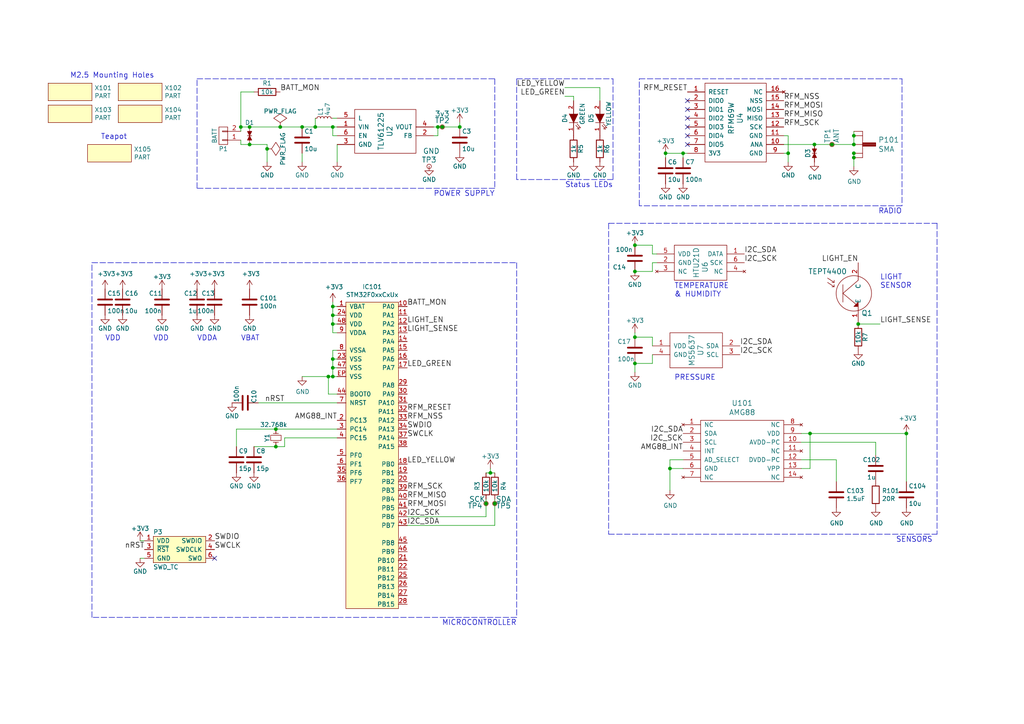
<source format=kicad_sch>
(kicad_sch (version 20211123) (generator eeschema)

  (uuid 009a4fb4-fcc0-4623-ae5d-c1bae3219583)

  (paper "A4")

  (lib_symbols
    (symbol "amg88:AMG88" (pin_names (offset 1.016)) (in_bom yes) (on_board yes)
      (property "Reference" "U" (id 0) (at -1.27 2.54 90)
        (effects (font (size 1.524 1.524)))
      )
      (property "Value" "AMG88" (id 1) (at -3.81 3.81 90)
        (effects (font (size 1.524 1.524)))
      )
      (property "Footprint" "" (id 2) (at -1.27 10.16 0)
        (effects (font (size 1.524 1.524)) hide)
      )
      (property "Datasheet" "" (id 3) (at -1.27 10.16 0)
        (effects (font (size 1.524 1.524)) hide)
      )
      (symbol "AMG88_0_1"
        (rectangle (start -12.7 8.89) (end 11.43 -8.89)
          (stroke (width 0) (type default) (color 0 0 0 0))
          (fill (type none))
        )
      )
      (symbol "AMG88_1_1"
        (pin no_connect line (at -17.78 7.62 0) (length 5.08)
          (name "NC" (effects (font (size 1.27 1.27))))
          (number "1" (effects (font (size 1.27 1.27))))
        )
        (pin power_in line (at 16.51 2.54 180) (length 5.08)
          (name "AVDD-PC" (effects (font (size 1.27 1.27))))
          (number "10" (effects (font (size 1.27 1.27))))
        )
        (pin no_connect line (at 16.51 0 180) (length 5.08)
          (name "NC" (effects (font (size 1.27 1.27))))
          (number "11" (effects (font (size 1.27 1.27))))
        )
        (pin power_in line (at 16.51 -2.54 180) (length 5.08)
          (name "DVDD-PC" (effects (font (size 1.27 1.27))))
          (number "12" (effects (font (size 1.27 1.27))))
        )
        (pin power_in line (at 16.51 -5.08 180) (length 5.08)
          (name "VPP" (effects (font (size 1.27 1.27))))
          (number "13" (effects (font (size 1.27 1.27))))
        )
        (pin no_connect line (at 16.51 -7.62 180) (length 5.08)
          (name "NC" (effects (font (size 1.27 1.27))))
          (number "14" (effects (font (size 1.27 1.27))))
        )
        (pin bidirectional line (at -17.78 5.08 0) (length 5.08)
          (name "SDA" (effects (font (size 1.27 1.27))))
          (number "2" (effects (font (size 1.27 1.27))))
        )
        (pin input line (at -17.78 2.54 0) (length 5.08)
          (name "SCL" (effects (font (size 1.27 1.27))))
          (number "3" (effects (font (size 1.27 1.27))))
        )
        (pin output line (at -17.78 0 0) (length 5.08)
          (name "INT" (effects (font (size 1.27 1.27))))
          (number "4" (effects (font (size 1.27 1.27))))
        )
        (pin input line (at -17.78 -2.54 0) (length 5.08)
          (name "AD_SELECT" (effects (font (size 1.27 1.27))))
          (number "5" (effects (font (size 1.27 1.27))))
        )
        (pin power_in line (at -17.78 -5.08 0) (length 5.08)
          (name "GND" (effects (font (size 1.27 1.27))))
          (number "6" (effects (font (size 1.27 1.27))))
        )
        (pin no_connect line (at -17.78 -7.62 0) (length 5.08)
          (name "NC" (effects (font (size 1.27 1.27))))
          (number "7" (effects (font (size 1.27 1.27))))
        )
        (pin no_connect line (at 16.51 7.62 180) (length 5.08)
          (name "NC" (effects (font (size 1.27 1.27))))
          (number "8" (effects (font (size 1.27 1.27))))
        )
        (pin power_in line (at 16.51 5.08 180) (length 5.08)
          (name "VDD" (effects (font (size 1.27 1.27))))
          (number "9" (effects (font (size 1.27 1.27))))
        )
      )
    )
    (symbol "htu21d:HTU21D" (pin_names (offset 1.016)) (in_bom yes) (on_board yes)
      (property "Reference" "U" (id 0) (at 1.27 -1.27 90)
        (effects (font (size 1.524 1.524)))
      )
      (property "Value" "HTU21D" (id 1) (at -1.27 0 90)
        (effects (font (size 1.524 1.524)))
      )
      (property "Footprint" "" (id 2) (at 1.27 1.27 0)
        (effects (font (size 1.524 1.524)))
      )
      (property "Datasheet" "" (id 3) (at 1.27 1.27 0)
        (effects (font (size 1.524 1.524)))
      )
      (symbol "HTU21D_0_1"
        (rectangle (start -7.62 5.08) (end 7.62 -5.08)
          (stroke (width 0) (type default) (color 0 0 0 0))
          (fill (type none))
        )
      )
      (symbol "HTU21D_1_1"
        (pin bidirectional line (at 12.7 2.54 180) (length 5.08)
          (name "DATA" (effects (font (size 1.27 1.27))))
          (number "1" (effects (font (size 1.27 1.27))))
        )
        (pin power_in line (at -12.7 0 0) (length 5.08)
          (name "GND" (effects (font (size 1.27 1.27))))
          (number "2" (effects (font (size 1.27 1.27))))
        )
        (pin no_connect line (at -12.7 -2.54 0) (length 5.08)
          (name "NC" (effects (font (size 1.27 1.27))))
          (number "3" (effects (font (size 1.27 1.27))))
        )
        (pin no_connect line (at 12.7 -2.54 180) (length 5.08)
          (name "NC" (effects (font (size 1.27 1.27))))
          (number "4" (effects (font (size 1.27 1.27))))
        )
        (pin power_in line (at -12.7 2.54 0) (length 5.08)
          (name "VDD" (effects (font (size 1.27 1.27))))
          (number "5" (effects (font (size 1.27 1.27))))
        )
        (pin input line (at 12.7 0 180) (length 5.08)
          (name "SCK" (effects (font (size 1.27 1.27))))
          (number "6" (effects (font (size 1.27 1.27))))
        )
      )
    )
    (symbol "ms5637:MS5637" (pin_names (offset 1.016)) (in_bom yes) (on_board yes)
      (property "Reference" "U" (id 0) (at 1.27 0 90)
        (effects (font (size 1.524 1.524)))
      )
      (property "Value" "MS5637" (id 1) (at -1.27 0 90)
        (effects (font (size 1.524 1.524)))
      )
      (property "Footprint" "" (id 2) (at -2.54 3.81 0)
        (effects (font (size 1.524 1.524)))
      )
      (property "Datasheet" "" (id 3) (at -2.54 3.81 0)
        (effects (font (size 1.524 1.524)))
      )
      (symbol "MS5637_0_1"
        (rectangle (start -7.62 5.08) (end 7.62 -5.08)
          (stroke (width 0) (type default) (color 0 0 0 0))
          (fill (type none))
        )
      )
      (symbol "MS5637_1_1"
        (pin power_in line (at -12.7 1.27 0) (length 5.08)
          (name "VDD" (effects (font (size 1.27 1.27))))
          (number "1" (effects (font (size 1.27 1.27))))
        )
        (pin bidirectional line (at 12.7 1.27 180) (length 5.08)
          (name "SDA" (effects (font (size 1.27 1.27))))
          (number "2" (effects (font (size 1.27 1.27))))
        )
        (pin input line (at 12.7 -1.27 180) (length 5.08)
          (name "SCL" (effects (font (size 1.27 1.27))))
          (number "3" (effects (font (size 1.27 1.27))))
        )
        (pin power_in line (at -12.7 -1.27 0) (length 5.08)
          (name "GND" (effects (font (size 1.27 1.27))))
          (number "4" (effects (font (size 1.27 1.27))))
        )
      )
    )
    (symbol "part:PART" (pin_names (offset 1.016)) (in_bom yes) (on_board yes)
      (property "Reference" "X" (id 0) (at 1.27 2.54 0)
        (effects (font (size 1.27 1.27)) (justify left))
      )
      (property "Value" "PART" (id 1) (at 1.27 0 0)
        (effects (font (size 1.27 1.27)) (justify left))
      )
      (property "Footprint" "" (id 2) (at 0 0 0)
        (effects (font (size 1.27 1.27)) hide)
      )
      (property "Datasheet" "" (id 3) (at 0 0 0)
        (effects (font (size 1.27 1.27)) hide)
      )
      (property "ki_description" "Generic placeholder part" (id 4) (at 0 0 0)
        (effects (font (size 1.27 1.27)) hide)
      )
      (symbol "PART_0_1"
        (rectangle (start 0 3.81) (end 12.7 -1.27)
          (stroke (width 0) (type default) (color 0 0 0 0))
          (fill (type background))
        )
      )
    )
    (symbol "rfm69w:RFM69W" (pin_names (offset 1.016)) (in_bom yes) (on_board yes)
      (property "Reference" "U" (id 0) (at 1.27 0 90)
        (effects (font (size 1.524 1.524)))
      )
      (property "Value" "RFM69W" (id 1) (at -1.27 0 90)
        (effects (font (size 1.524 1.524)))
      )
      (property "Footprint" "" (id 2) (at 1.27 11.43 0)
        (effects (font (size 1.524 1.524)))
      )
      (property "Datasheet" "" (id 3) (at 1.27 11.43 0)
        (effects (font (size 1.524 1.524)))
      )
      (symbol "RFM69W_0_1"
        (rectangle (start -8.89 10.16) (end 8.89 -12.7)
          (stroke (width 0) (type default) (color 0 0 0 0))
          (fill (type none))
        )
      )
      (symbol "RFM69W_1_1"
        (pin input line (at -13.97 7.62 0) (length 5.0038)
          (name "RESET" (effects (font (size 1.27 1.27))))
          (number "1" (effects (font (size 1.27 1.27))))
        )
        (pin passive line (at 13.97 -7.62 180) (length 5.0038)
          (name "ANA" (effects (font (size 1.27 1.27))))
          (number "10" (effects (font (size 1.27 1.27))))
        )
        (pin power_in line (at 13.97 -5.08 180) (length 5.0038)
          (name "GND" (effects (font (size 1.27 1.27))))
          (number "11" (effects (font (size 1.27 1.27))))
        )
        (pin input line (at 13.97 -2.54 180) (length 5.0038)
          (name "SCK" (effects (font (size 1.27 1.27))))
          (number "12" (effects (font (size 1.27 1.27))))
        )
        (pin output line (at 13.97 0 180) (length 5.0038)
          (name "MISO" (effects (font (size 1.27 1.27))))
          (number "13" (effects (font (size 1.27 1.27))))
        )
        (pin input line (at 13.97 2.54 180) (length 5.0038)
          (name "MOSI" (effects (font (size 1.27 1.27))))
          (number "14" (effects (font (size 1.27 1.27))))
        )
        (pin input line (at 13.97 5.08 180) (length 5.0038)
          (name "NSS" (effects (font (size 1.27 1.27))))
          (number "15" (effects (font (size 1.27 1.27))))
        )
        (pin no_connect line (at 13.97 7.62 180) (length 5.0038)
          (name "NC" (effects (font (size 1.27 1.27))))
          (number "16" (effects (font (size 1.27 1.27))))
        )
        (pin passive line (at -13.97 5.08 0) (length 5.0038)
          (name "DIO0" (effects (font (size 1.27 1.27))))
          (number "2" (effects (font (size 1.27 1.27))))
        )
        (pin passive line (at -13.97 2.54 0) (length 5.0038)
          (name "DIO1" (effects (font (size 1.27 1.27))))
          (number "3" (effects (font (size 1.27 1.27))))
        )
        (pin passive line (at -13.97 0 0) (length 5.0038)
          (name "DIO2" (effects (font (size 1.27 1.27))))
          (number "4" (effects (font (size 1.27 1.27))))
        )
        (pin passive line (at -13.97 -2.54 0) (length 5.0038)
          (name "DIO3" (effects (font (size 1.27 1.27))))
          (number "5" (effects (font (size 1.27 1.27))))
        )
        (pin passive line (at -13.97 -5.08 0) (length 5.0038)
          (name "DIO4" (effects (font (size 1.27 1.27))))
          (number "6" (effects (font (size 1.27 1.27))))
        )
        (pin passive line (at -13.97 -7.62 0) (length 5.0038)
          (name "DIO5" (effects (font (size 1.27 1.27))))
          (number "7" (effects (font (size 1.27 1.27))))
        )
        (pin power_in line (at -13.97 -10.16 0) (length 5.0038)
          (name "3V3" (effects (font (size 1.27 1.27))))
          (number "8" (effects (font (size 1.27 1.27))))
        )
        (pin power_in line (at 13.97 -10.16 180) (length 5.0038)
          (name "GND" (effects (font (size 1.27 1.27))))
          (number "9" (effects (font (size 1.27 1.27))))
        )
      )
    )
    (symbol "sma:SMA" (pin_numbers hide) (pin_names (offset 1.016) hide) (in_bom yes) (on_board yes)
      (property "Reference" "P" (id 0) (at 2.54 -2.54 0)
        (effects (font (size 1.524 1.524)))
      )
      (property "Value" "SMA" (id 1) (at 2.54 2.54 0)
        (effects (font (size 1.524 1.524)))
      )
      (property "Footprint" "" (id 2) (at 0 0 0)
        (effects (font (size 1.524 1.524)))
      )
      (property "Datasheet" "" (id 3) (at 0 0 0)
        (effects (font (size 1.524 1.524)))
      )
      (symbol "SMA_0_1"
        (polyline
          (pts
            (xy 0 -0.381)
            (xy 3.81 -0.381)
          )
          (stroke (width 0) (type default) (color 0 0 0 0))
          (fill (type none))
        )
        (polyline
          (pts
            (xy 0 -0.254)
            (xy 3.81 -0.254)
          )
          (stroke (width 0) (type default) (color 0 0 0 0))
          (fill (type none))
        )
        (polyline
          (pts
            (xy 0 -0.127)
            (xy 3.81 -0.127)
          )
          (stroke (width 0) (type default) (color 0 0 0 0))
          (fill (type none))
        )
        (polyline
          (pts
            (xy 0 0)
            (xy 3.81 0)
          )
          (stroke (width 0) (type default) (color 0 0 0 0))
          (fill (type none))
        )
        (polyline
          (pts
            (xy 0 0.127)
            (xy 3.81 0.127)
          )
          (stroke (width 0) (type default) (color 0 0 0 0))
          (fill (type none))
        )
        (polyline
          (pts
            (xy 0 0.254)
            (xy 3.81 0.254)
          )
          (stroke (width 0) (type default) (color 0 0 0 0))
          (fill (type none))
        )
        (polyline
          (pts
            (xy 0 0.381)
            (xy 3.81 0.381)
          )
          (stroke (width 0) (type default) (color 0 0 0 0))
          (fill (type none))
        )
        (polyline
          (pts
            (xy 0 3.81)
            (xy 0 -3.81)
          )
          (stroke (width 0) (type default) (color 0 0 0 0))
          (fill (type none))
        )
        (polyline
          (pts
            (xy 0 0.508)
            (xy 3.81 0.508)
            (xy 3.81 -0.508)
            (xy 0 -0.508)
          )
          (stroke (width 0) (type default) (color 0 0 0 0))
          (fill (type none))
        )
      )
      (symbol "SMA_1_1"
        (pin bidirectional line (at -2.54 0 0) (length 2.54)
          (name "RF" (effects (font (size 1.27 1.27))))
          (number "1" (effects (font (size 1.27 1.27))))
        )
        (pin power_in line (at -2.54 -2.54 0) (length 2.54)
          (name "GND" (effects (font (size 1.27 1.27))))
          (number "2" (effects (font (size 1.27 1.27))))
        )
        (pin power_in line (at -2.54 -3.81 0) (length 2.54)
          (name "GND" (effects (font (size 1.27 1.27))))
          (number "3" (effects (font (size 1.27 1.27))))
        )
        (pin power_in line (at -2.54 2.54 0) (length 2.54)
          (name "GND" (effects (font (size 1.27 1.27))))
          (number "4" (effects (font (size 1.27 1.27))))
        )
        (pin power_in line (at -2.54 3.81 0) (length 2.54)
          (name "GND" (effects (font (size 1.27 1.27))))
          (number "5" (effects (font (size 1.27 1.27))))
        )
      )
    )
    (symbol "swd_tc:SWD_TC" (pin_names (offset 1.016)) (in_bom yes) (on_board yes)
      (property "Reference" "P" (id 0) (at -7.62 5.08 0)
        (effects (font (size 1.27 1.27)) (justify left))
      )
      (property "Value" "SWD_TC" (id 1) (at -7.62 -5.08 0)
        (effects (font (size 1.27 1.27)) (justify left))
      )
      (property "Footprint" "agg:TC2030-NL" (id 2) (at -7.62 -7.62 0)
        (effects (font (size 1.27 1.27)) (justify left) hide)
      )
      (property "Datasheet" "" (id 3) (at -10.16 2.54 0)
        (effects (font (size 1.27 1.27)) hide)
      )
      (property "ki_description" "SWD TagConnect" (id 4) (at 0 0 0)
        (effects (font (size 1.27 1.27)) hide)
      )
      (symbol "SWD_TC_0_1"
        (rectangle (start -7.62 3.81) (end 7.62 -3.81)
          (stroke (width 0) (type default) (color 0 0 0 0))
          (fill (type background))
        )
      )
      (symbol "SWD_TC_1_1"
        (pin power_in line (at -10.16 2.54 0) (length 2.54)
          (name "VDD" (effects (font (size 1.27 1.27))))
          (number "1" (effects (font (size 1.27 1.27))))
        )
        (pin bidirectional line (at 10.16 2.54 180) (length 2.54)
          (name "SWDIO" (effects (font (size 1.27 1.27))))
          (number "2" (effects (font (size 1.27 1.27))))
        )
        (pin output line (at -10.16 0 0) (length 2.54)
          (name "~{RST}" (effects (font (size 1.27 1.27))))
          (number "3" (effects (font (size 1.27 1.27))))
        )
        (pin output line (at 10.16 0 180) (length 2.54)
          (name "SWDCLK" (effects (font (size 1.27 1.27))))
          (number "4" (effects (font (size 1.27 1.27))))
        )
        (pin power_in line (at -10.16 -2.54 0) (length 2.54)
          (name "GND" (effects (font (size 1.27 1.27))))
          (number "5" (effects (font (size 1.27 1.27))))
        )
        (pin input line (at 10.16 -2.54 180) (length 2.54)
          (name "SWO" (effects (font (size 1.27 1.27))))
          (number "6" (effects (font (size 1.27 1.27))))
        )
      )
    )
    (symbol "teapot-rescue:+3V3" (power) (pin_names (offset 0)) (in_bom yes) (on_board yes)
      (property "Reference" "#PWR" (id 0) (at 0 -3.81 0)
        (effects (font (size 1.27 1.27)) hide)
      )
      (property "Value" "+3V3" (id 1) (at 0 3.556 0)
        (effects (font (size 1.27 1.27)))
      )
      (property "Footprint" "" (id 2) (at 0 0 0)
        (effects (font (size 1.27 1.27)))
      )
      (property "Datasheet" "" (id 3) (at 0 0 0)
        (effects (font (size 1.27 1.27)))
      )
      (symbol "+3V3_0_1"
        (polyline
          (pts
            (xy -0.762 1.27)
            (xy 0 2.54)
          )
          (stroke (width 0) (type default) (color 0 0 0 0))
          (fill (type none))
        )
        (polyline
          (pts
            (xy 0 0)
            (xy 0 2.54)
          )
          (stroke (width 0) (type default) (color 0 0 0 0))
          (fill (type none))
        )
        (polyline
          (pts
            (xy 0 2.54)
            (xy 0.762 1.27)
          )
          (stroke (width 0) (type default) (color 0 0 0 0))
          (fill (type none))
        )
      )
      (symbol "+3V3_1_1"
        (pin power_in line (at 0 0 90) (length 0) hide
          (name "+3V3" (effects (font (size 1.27 1.27))))
          (number "1" (effects (font (size 1.27 1.27))))
        )
      )
    )
    (symbol "teapot-rescue:C" (pin_numbers hide) (pin_names (offset 0.254)) (in_bom yes) (on_board yes)
      (property "Reference" "C" (id 0) (at 0.635 2.54 0)
        (effects (font (size 1.27 1.27)) (justify left))
      )
      (property "Value" "C" (id 1) (at 0.635 -2.54 0)
        (effects (font (size 1.27 1.27)) (justify left))
      )
      (property "Footprint" "" (id 2) (at 0.9652 -3.81 0)
        (effects (font (size 1.27 1.27)))
      )
      (property "Datasheet" "" (id 3) (at 0 0 0)
        (effects (font (size 1.27 1.27)))
      )
      (property "ki_fp_filters" "C? C_????_* C_???? SMD*_c Capacitor*" (id 4) (at 0 0 0)
        (effects (font (size 1.27 1.27)) hide)
      )
      (symbol "C_0_1"
        (polyline
          (pts
            (xy -2.032 -0.762)
            (xy 2.032 -0.762)
          )
          (stroke (width 0.508) (type default) (color 0 0 0 0))
          (fill (type none))
        )
        (polyline
          (pts
            (xy -2.032 0.762)
            (xy 2.032 0.762)
          )
          (stroke (width 0.508) (type default) (color 0 0 0 0))
          (fill (type none))
        )
      )
      (symbol "C_1_1"
        (pin passive line (at 0 3.81 270) (length 2.794)
          (name "~" (effects (font (size 1.016 1.016))))
          (number "1" (effects (font (size 1.016 1.016))))
        )
        (pin passive line (at 0 -3.81 90) (length 2.794)
          (name "~" (effects (font (size 1.016 1.016))))
          (number "2" (effects (font (size 1.016 1.016))))
        )
      )
    )
    (symbol "teapot-rescue:CONN_01X02" (pin_names (offset 1.016) hide) (in_bom yes) (on_board yes)
      (property "Reference" "P" (id 0) (at 0 3.81 0)
        (effects (font (size 1.27 1.27)))
      )
      (property "Value" "CONN_01X02" (id 1) (at 2.54 0 90)
        (effects (font (size 1.27 1.27)))
      )
      (property "Footprint" "" (id 2) (at 0 0 0)
        (effects (font (size 1.27 1.27)))
      )
      (property "Datasheet" "" (id 3) (at 0 0 0)
        (effects (font (size 1.27 1.27)))
      )
      (property "ki_fp_filters" "Pin_Header_Straight_1X02 Pin_Header_Angled_1X02 Socket_Strip_Straight_1X02 Socket_Strip_Angled_1X02" (id 4) (at 0 0 0)
        (effects (font (size 1.27 1.27)) hide)
      )
      (symbol "CONN_01X02_0_1"
        (rectangle (start -1.27 -1.143) (end 0.254 -1.397)
          (stroke (width 0) (type default) (color 0 0 0 0))
          (fill (type none))
        )
        (rectangle (start -1.27 1.397) (end 0.254 1.143)
          (stroke (width 0) (type default) (color 0 0 0 0))
          (fill (type none))
        )
        (rectangle (start -1.27 2.54) (end 1.27 -2.54)
          (stroke (width 0) (type default) (color 0 0 0 0))
          (fill (type none))
        )
      )
      (symbol "CONN_01X02_1_1"
        (pin passive line (at -5.08 1.27 0) (length 3.81)
          (name "P1" (effects (font (size 1.27 1.27))))
          (number "1" (effects (font (size 1.27 1.27))))
        )
        (pin passive line (at -5.08 -1.27 0) (length 3.81)
          (name "P2" (effects (font (size 1.27 1.27))))
          (number "2" (effects (font (size 1.27 1.27))))
        )
      )
    )
    (symbol "teapot-rescue:Crystal_Small" (pin_numbers hide) (pin_names (offset 1.016) hide) (in_bom yes) (on_board yes)
      (property "Reference" "Y" (id 0) (at 0 2.54 0)
        (effects (font (size 1.27 1.27)))
      )
      (property "Value" "Crystal_Small" (id 1) (at 0 -2.54 0)
        (effects (font (size 1.27 1.27)))
      )
      (property "Footprint" "" (id 2) (at 0 0 0)
        (effects (font (size 1.27 1.27)))
      )
      (property "Datasheet" "" (id 3) (at 0 0 0)
        (effects (font (size 1.27 1.27)))
      )
      (property "ki_fp_filters" "Crystal_" (id 4) (at 0 0 0)
        (effects (font (size 1.27 1.27)) hide)
      )
      (symbol "Crystal_Small_0_1"
        (rectangle (start -0.762 -1.524) (end 0.762 1.524)
          (stroke (width 0) (type default) (color 0 0 0 0))
          (fill (type none))
        )
        (polyline
          (pts
            (xy -1.27 -0.762)
            (xy -1.27 0.762)
          )
          (stroke (width 0) (type default) (color 0 0 0 0))
          (fill (type none))
        )
        (polyline
          (pts
            (xy 1.27 -0.762)
            (xy 1.27 0.762)
          )
          (stroke (width 0) (type default) (color 0 0 0 0))
          (fill (type none))
        )
      )
      (symbol "Crystal_Small_1_1"
        (pin passive line (at -2.54 0 0) (length 1.27)
          (name "1" (effects (font (size 1.016 1.016))))
          (number "1" (effects (font (size 1.016 1.016))))
        )
        (pin passive line (at 2.54 0 180) (length 1.27)
          (name "2" (effects (font (size 1.016 1.016))))
          (number "2" (effects (font (size 1.016 1.016))))
        )
      )
    )
    (symbol "teapot-rescue:GND" (power) (pin_names (offset 0)) (in_bom yes) (on_board yes)
      (property "Reference" "#PWR" (id 0) (at 0 -6.35 0)
        (effects (font (size 1.27 1.27)) hide)
      )
      (property "Value" "GND" (id 1) (at 0 -3.81 0)
        (effects (font (size 1.27 1.27)))
      )
      (property "Footprint" "" (id 2) (at 0 0 0)
        (effects (font (size 1.27 1.27)))
      )
      (property "Datasheet" "" (id 3) (at 0 0 0)
        (effects (font (size 1.27 1.27)))
      )
      (symbol "GND_0_1"
        (polyline
          (pts
            (xy 0 0)
            (xy 0 -1.27)
            (xy 1.27 -1.27)
            (xy 0 -2.54)
            (xy -1.27 -1.27)
            (xy 0 -1.27)
          )
          (stroke (width 0) (type default) (color 0 0 0 0))
          (fill (type none))
        )
      )
      (symbol "GND_1_1"
        (pin power_in line (at 0 0 270) (length 0) hide
          (name "GND" (effects (font (size 1.27 1.27))))
          (number "1" (effects (font (size 1.27 1.27))))
        )
      )
    )
    (symbol "teapot-rescue:LED" (pin_names (offset 1.016) hide) (in_bom yes) (on_board yes)
      (property "Reference" "D" (id 0) (at 0 2.54 0)
        (effects (font (size 1.27 1.27)))
      )
      (property "Value" "LED" (id 1) (at 0 -2.54 0)
        (effects (font (size 1.27 1.27)))
      )
      (property "Footprint" "" (id 2) (at 0 0 0)
        (effects (font (size 1.27 1.27)))
      )
      (property "Datasheet" "" (id 3) (at 0 0 0)
        (effects (font (size 1.27 1.27)))
      )
      (property "ki_fp_filters" "LED-* LED_*" (id 4) (at 0 0 0)
        (effects (font (size 1.27 1.27)) hide)
      )
      (symbol "LED_0_1"
        (polyline
          (pts
            (xy -1.27 1.27)
            (xy -1.27 -1.27)
          )
          (stroke (width 0) (type default) (color 0 0 0 0))
          (fill (type none))
        )
        (polyline
          (pts
            (xy -2.032 -0.635)
            (xy -3.175 -1.651)
            (xy -3.048 -1.016)
          )
          (stroke (width 0) (type default) (color 0 0 0 0))
          (fill (type none))
        )
        (polyline
          (pts
            (xy -1.651 -1.016)
            (xy -2.794 -2.032)
            (xy -2.667 -1.397)
          )
          (stroke (width 0) (type default) (color 0 0 0 0))
          (fill (type none))
        )
        (polyline
          (pts
            (xy 1.27 1.27)
            (xy -1.27 0)
            (xy 1.27 -1.27)
          )
          (stroke (width 0) (type default) (color 0 0 0 0))
          (fill (type outline))
        )
      )
      (symbol "LED_1_1"
        (pin passive line (at -5.08 0 0) (length 3.81)
          (name "K" (effects (font (size 1.016 1.016))))
          (number "1" (effects (font (size 1.016 1.016))))
        )
        (pin passive line (at 5.08 0 180) (length 3.81)
          (name "A" (effects (font (size 1.016 1.016))))
          (number "2" (effects (font (size 1.016 1.016))))
        )
      )
    )
    (symbol "teapot-rescue:L_Small" (pin_numbers hide) (pin_names (offset 0.254) hide) (in_bom yes) (on_board yes)
      (property "Reference" "L" (id 0) (at 0.762 1.016 0)
        (effects (font (size 1.27 1.27)) (justify left))
      )
      (property "Value" "L_Small" (id 1) (at 0.762 -1.016 0)
        (effects (font (size 1.27 1.27)) (justify left))
      )
      (property "Footprint" "" (id 2) (at 0 0 0)
        (effects (font (size 1.27 1.27)))
      )
      (property "Datasheet" "" (id 3) (at 0 0 0)
        (effects (font (size 1.27 1.27)))
      )
      (property "ki_fp_filters" "Choke_* *Coil*" (id 4) (at 0 0 0)
        (effects (font (size 1.27 1.27)) hide)
      )
      (symbol "L_Small_0_1"
        (arc (start 0 -2.032) (mid 0.508 -1.524) (end 0 -1.016)
          (stroke (width 0) (type default) (color 0 0 0 0))
          (fill (type none))
        )
        (arc (start 0 -1.016) (mid 0.508 -0.508) (end 0 0)
          (stroke (width 0) (type default) (color 0 0 0 0))
          (fill (type none))
        )
        (arc (start 0 0) (mid 0.508 0.508) (end 0 1.016)
          (stroke (width 0) (type default) (color 0 0 0 0))
          (fill (type none))
        )
        (arc (start 0 1.016) (mid 0.508 1.524) (end 0 2.032)
          (stroke (width 0) (type default) (color 0 0 0 0))
          (fill (type none))
        )
      )
      (symbol "L_Small_1_1"
        (pin passive line (at 0 2.54 270) (length 0.508)
          (name "~" (effects (font (size 1.016 1.016))))
          (number "1" (effects (font (size 1.016 1.016))))
        )
        (pin passive line (at 0 -2.54 90) (length 0.508)
          (name "~" (effects (font (size 1.016 1.016))))
          (number "2" (effects (font (size 1.016 1.016))))
        )
      )
    )
    (symbol "teapot-rescue:PWR_FLAG" (power) (pin_numbers hide) (pin_names (offset 0) hide) (in_bom yes) (on_board yes)
      (property "Reference" "#FLG" (id 0) (at 0 2.413 0)
        (effects (font (size 1.27 1.27)) hide)
      )
      (property "Value" "PWR_FLAG" (id 1) (at 0 4.572 0)
        (effects (font (size 1.27 1.27)))
      )
      (property "Footprint" "" (id 2) (at 0 0 0)
        (effects (font (size 1.27 1.27)))
      )
      (property "Datasheet" "" (id 3) (at 0 0 0)
        (effects (font (size 1.27 1.27)))
      )
      (symbol "PWR_FLAG_0_0"
        (pin power_out line (at 0 0 90) (length 0)
          (name "pwr" (effects (font (size 1.27 1.27))))
          (number "1" (effects (font (size 1.27 1.27))))
        )
      )
      (symbol "PWR_FLAG_0_1"
        (polyline
          (pts
            (xy 0 0)
            (xy 0 1.27)
            (xy -1.905 2.54)
            (xy 0 3.81)
            (xy 1.905 2.54)
            (xy 0 1.27)
          )
          (stroke (width 0) (type default) (color 0 0 0 0))
          (fill (type none))
        )
      )
    )
    (symbol "teapot-rescue:R" (pin_numbers hide) (pin_names (offset 0)) (in_bom yes) (on_board yes)
      (property "Reference" "R" (id 0) (at 2.032 0 90)
        (effects (font (size 1.27 1.27)))
      )
      (property "Value" "R" (id 1) (at 0 0 90)
        (effects (font (size 1.27 1.27)))
      )
      (property "Footprint" "" (id 2) (at -1.778 0 90)
        (effects (font (size 1.27 1.27)))
      )
      (property "Datasheet" "" (id 3) (at 0 0 0)
        (effects (font (size 1.27 1.27)))
      )
      (property "ki_fp_filters" "R_* Resistor_*" (id 4) (at 0 0 0)
        (effects (font (size 1.27 1.27)) hide)
      )
      (symbol "R_0_1"
        (rectangle (start -1.016 -2.54) (end 1.016 2.54)
          (stroke (width 0.254) (type default) (color 0 0 0 0))
          (fill (type none))
        )
      )
      (symbol "R_1_1"
        (pin passive line (at 0 3.81 270) (length 1.27)
          (name "~" (effects (font (size 1.27 1.27))))
          (number "1" (effects (font (size 1.27 1.27))))
        )
        (pin passive line (at 0 -3.81 90) (length 1.27)
          (name "~" (effects (font (size 1.27 1.27))))
          (number "2" (effects (font (size 1.27 1.27))))
        )
      )
    )
    (symbol "teapot-rescue:STM32F0xxCxUx" (pin_names (offset 1.016)) (in_bom yes) (on_board yes)
      (property "Reference" "IC" (id 0) (at -7.62 45.72 0)
        (effects (font (size 1.27 1.27)) (justify left))
      )
      (property "Value" "STM32F0xxCxUx" (id 1) (at -7.62 -45.72 0)
        (effects (font (size 1.27 1.27)) (justify left))
      )
      (property "Footprint" "agg:QFN-48-EP-ST" (id 2) (at -7.62 -48.26 0)
        (effects (font (size 1.27 1.27)) (justify left) hide)
      )
      (property "Datasheet" "http://www.st.com/content/ccc/resource/technical/document/datasheet/55/53/3e/86/29/61/41/d9/DM00039193.pdf/files/DM00039193.pdf/jcr:content/translations/en.DM00039193.pdf" (id 3) (at -7.62 -50.8 0)
        (effects (font (size 1.27 1.27)) (justify left) hide)
      )
      (property "Farnell" "2469557" (id 4) (at -7.62 -53.34 0)
        (effects (font (size 1.27 1.27)) (justify left) hide)
      )
      (symbol "STM32F0xxCxUx_0_0"
        (pin power_in line (at -10.16 43.18 0) (length 2.54)
          (name "VBAT" (effects (font (size 1.27 1.27))))
          (number "1" (effects (font (size 1.27 1.27))))
        )
        (pin bidirectional line (at 10.16 43.18 180) (length 2.54)
          (name "PA0" (effects (font (size 1.27 1.27))))
          (number "10" (effects (font (size 1.27 1.27))))
        )
        (pin bidirectional line (at 10.16 40.64 180) (length 2.54)
          (name "PA1" (effects (font (size 1.27 1.27))))
          (number "11" (effects (font (size 1.27 1.27))))
        )
        (pin bidirectional line (at 10.16 38.1 180) (length 2.54)
          (name "PA2" (effects (font (size 1.27 1.27))))
          (number "12" (effects (font (size 1.27 1.27))))
        )
        (pin bidirectional line (at 10.16 35.56 180) (length 2.54)
          (name "PA3" (effects (font (size 1.27 1.27))))
          (number "13" (effects (font (size 1.27 1.27))))
        )
        (pin bidirectional line (at 10.16 33.02 180) (length 2.54)
          (name "PA4" (effects (font (size 1.27 1.27))))
          (number "14" (effects (font (size 1.27 1.27))))
        )
        (pin bidirectional line (at 10.16 30.48 180) (length 2.54)
          (name "PA5" (effects (font (size 1.27 1.27))))
          (number "15" (effects (font (size 1.27 1.27))))
        )
        (pin bidirectional line (at 10.16 27.94 180) (length 2.54)
          (name "PA6" (effects (font (size 1.27 1.27))))
          (number "16" (effects (font (size 1.27 1.27))))
        )
        (pin bidirectional line (at 10.16 25.4 180) (length 2.54)
          (name "PA7" (effects (font (size 1.27 1.27))))
          (number "17" (effects (font (size 1.27 1.27))))
        )
        (pin bidirectional line (at 10.16 -2.54 180) (length 2.54)
          (name "PB0" (effects (font (size 1.27 1.27))))
          (number "18" (effects (font (size 1.27 1.27))))
        )
        (pin bidirectional line (at 10.16 -5.08 180) (length 2.54)
          (name "PB1" (effects (font (size 1.27 1.27))))
          (number "19" (effects (font (size 1.27 1.27))))
        )
        (pin bidirectional line (at -10.16 10.16 0) (length 2.54)
          (name "PC13" (effects (font (size 1.27 1.27))))
          (number "2" (effects (font (size 1.27 1.27))))
        )
        (pin bidirectional line (at 10.16 -7.62 180) (length 2.54)
          (name "PB2" (effects (font (size 1.27 1.27))))
          (number "20" (effects (font (size 1.27 1.27))))
        )
        (pin bidirectional line (at 10.16 -30.48 180) (length 2.54)
          (name "PB10" (effects (font (size 1.27 1.27))))
          (number "21" (effects (font (size 1.27 1.27))))
        )
        (pin bidirectional line (at 10.16 -33.02 180) (length 2.54)
          (name "PB11" (effects (font (size 1.27 1.27))))
          (number "22" (effects (font (size 1.27 1.27))))
        )
        (pin power_in line (at -10.16 27.94 0) (length 2.54)
          (name "VSS" (effects (font (size 1.27 1.27))))
          (number "23" (effects (font (size 1.27 1.27))))
        )
        (pin power_in line (at -10.16 40.64 0) (length 2.54)
          (name "VDD" (effects (font (size 1.27 1.27))))
          (number "24" (effects (font (size 1.27 1.27))))
        )
        (pin bidirectional line (at 10.16 -35.56 180) (length 2.54)
          (name "PB12" (effects (font (size 1.27 1.27))))
          (number "25" (effects (font (size 1.27 1.27))))
        )
        (pin bidirectional line (at 10.16 -38.1 180) (length 2.54)
          (name "PB13" (effects (font (size 1.27 1.27))))
          (number "26" (effects (font (size 1.27 1.27))))
        )
        (pin bidirectional line (at 10.16 -40.64 180) (length 2.54)
          (name "PB14" (effects (font (size 1.27 1.27))))
          (number "27" (effects (font (size 1.27 1.27))))
        )
        (pin bidirectional line (at 10.16 -43.18 180) (length 2.54)
          (name "PB15" (effects (font (size 1.27 1.27))))
          (number "28" (effects (font (size 1.27 1.27))))
        )
        (pin bidirectional line (at 10.16 20.32 180) (length 2.54)
          (name "PA8" (effects (font (size 1.27 1.27))))
          (number "29" (effects (font (size 1.27 1.27))))
        )
        (pin bidirectional line (at -10.16 7.62 0) (length 2.54)
          (name "PC14" (effects (font (size 1.27 1.27))))
          (number "3" (effects (font (size 1.27 1.27))))
        )
        (pin bidirectional line (at 10.16 17.78 180) (length 2.54)
          (name "PA9" (effects (font (size 1.27 1.27))))
          (number "30" (effects (font (size 1.27 1.27))))
        )
        (pin bidirectional line (at 10.16 15.24 180) (length 2.54)
          (name "PA10" (effects (font (size 1.27 1.27))))
          (number "31" (effects (font (size 1.27 1.27))))
        )
        (pin bidirectional line (at 10.16 12.7 180) (length 2.54)
          (name "PA11" (effects (font (size 1.27 1.27))))
          (number "32" (effects (font (size 1.27 1.27))))
        )
        (pin bidirectional line (at 10.16 10.16 180) (length 2.54)
          (name "PA12" (effects (font (size 1.27 1.27))))
          (number "33" (effects (font (size 1.27 1.27))))
        )
        (pin bidirectional line (at 10.16 7.62 180) (length 2.54)
          (name "PA13" (effects (font (size 1.27 1.27))))
          (number "34" (effects (font (size 1.27 1.27))))
        )
        (pin bidirectional line (at -10.16 -5.08 0) (length 2.54)
          (name "PF6" (effects (font (size 1.27 1.27))))
          (number "35" (effects (font (size 1.27 1.27))))
        )
        (pin bidirectional line (at -10.16 -7.62 0) (length 2.54)
          (name "PF7" (effects (font (size 1.27 1.27))))
          (number "36" (effects (font (size 1.27 1.27))))
        )
        (pin bidirectional line (at 10.16 5.08 180) (length 2.54)
          (name "PA14" (effects (font (size 1.27 1.27))))
          (number "37" (effects (font (size 1.27 1.27))))
        )
        (pin bidirectional line (at 10.16 2.54 180) (length 2.54)
          (name "PA15" (effects (font (size 1.27 1.27))))
          (number "38" (effects (font (size 1.27 1.27))))
        )
        (pin bidirectional line (at 10.16 -10.16 180) (length 2.54)
          (name "PB3" (effects (font (size 1.27 1.27))))
          (number "39" (effects (font (size 1.27 1.27))))
        )
        (pin bidirectional line (at -10.16 5.08 0) (length 2.54)
          (name "PC15" (effects (font (size 1.27 1.27))))
          (number "4" (effects (font (size 1.27 1.27))))
        )
        (pin bidirectional line (at 10.16 -12.7 180) (length 2.54)
          (name "PB4" (effects (font (size 1.27 1.27))))
          (number "40" (effects (font (size 1.27 1.27))))
        )
        (pin bidirectional line (at 10.16 -15.24 180) (length 2.54)
          (name "PB5" (effects (font (size 1.27 1.27))))
          (number "41" (effects (font (size 1.27 1.27))))
        )
        (pin bidirectional line (at 10.16 -17.78 180) (length 2.54)
          (name "PB6" (effects (font (size 1.27 1.27))))
          (number "42" (effects (font (size 1.27 1.27))))
        )
        (pin bidirectional line (at 10.16 -20.32 180) (length 2.54)
          (name "PB7" (effects (font (size 1.27 1.27))))
          (number "43" (effects (font (size 1.27 1.27))))
        )
        (pin input line (at -10.16 17.78 0) (length 2.54)
          (name "BOOT0" (effects (font (size 1.27 1.27))))
          (number "44" (effects (font (size 1.27 1.27))))
        )
        (pin bidirectional line (at 10.16 -25.4 180) (length 2.54)
          (name "PB8" (effects (font (size 1.27 1.27))))
          (number "45" (effects (font (size 1.27 1.27))))
        )
        (pin bidirectional line (at 10.16 -27.94 180) (length 2.54)
          (name "PB9" (effects (font (size 1.27 1.27))))
          (number "46" (effects (font (size 1.27 1.27))))
        )
        (pin power_in line (at -10.16 25.4 0) (length 2.54)
          (name "VSS" (effects (font (size 1.27 1.27))))
          (number "47" (effects (font (size 1.27 1.27))))
        )
        (pin power_in line (at -10.16 38.1 0) (length 2.54)
          (name "VDD" (effects (font (size 1.27 1.27))))
          (number "48" (effects (font (size 1.27 1.27))))
        )
        (pin bidirectional line (at -10.16 0 0) (length 2.54)
          (name "PF0" (effects (font (size 1.27 1.27))))
          (number "5" (effects (font (size 1.27 1.27))))
        )
        (pin bidirectional line (at -10.16 -2.54 0) (length 2.54)
          (name "PF1" (effects (font (size 1.27 1.27))))
          (number "6" (effects (font (size 1.27 1.27))))
        )
        (pin input line (at -10.16 15.24 0) (length 2.54)
          (name "NRST" (effects (font (size 1.27 1.27))))
          (number "7" (effects (font (size 1.27 1.27))))
        )
        (pin power_in line (at -10.16 30.48 0) (length 2.54)
          (name "VSSA" (effects (font (size 1.27 1.27))))
          (number "8" (effects (font (size 1.27 1.27))))
        )
        (pin power_in line (at -10.16 35.56 0) (length 2.54)
          (name "VDDA" (effects (font (size 1.27 1.27))))
          (number "9" (effects (font (size 1.27 1.27))))
        )
        (pin power_in line (at -10.16 22.86 0) (length 2.54)
          (name "VSS" (effects (font (size 1.27 1.27))))
          (number "EP" (effects (font (size 1.27 1.27))))
        )
      )
      (symbol "STM32F0xxCxUx_0_1"
        (rectangle (start -7.62 44.45) (end 7.62 -44.45)
          (stroke (width 0) (type default) (color 0 0 0 0))
          (fill (type background))
        )
      )
    )
    (symbol "tept:TEPT" (pin_names (offset 1.016)) (in_bom yes) (on_board yes)
      (property "Reference" "Q" (id 0) (at 3.81 -5.715 0)
        (effects (font (size 1.524 1.524)))
      )
      (property "Value" "TEPT" (id 1) (at 5.08 6.35 0)
        (effects (font (size 1.524 1.524)))
      )
      (property "Footprint" "" (id 2) (at -3.175 10.16 0)
        (effects (font (size 1.524 1.524)))
      )
      (property "Datasheet" "" (id 3) (at -3.175 10.16 0)
        (effects (font (size 1.524 1.524)))
      )
      (symbol "TEPT_0_1"
        (polyline
          (pts
            (xy -5.715 1.905)
            (xy -7.62 3.175)
          )
          (stroke (width 0) (type default) (color 0 0 0 0))
          (fill (type none))
        )
        (polyline
          (pts
            (xy -5.715 1.905)
            (xy -6.35 1.905)
          )
          (stroke (width 0) (type default) (color 0 0 0 0))
          (fill (type none))
        )
        (polyline
          (pts
            (xy -5.715 1.905)
            (xy -5.715 2.54)
          )
          (stroke (width 0) (type default) (color 0 0 0 0))
          (fill (type none))
        )
        (polyline
          (pts
            (xy -5.715 3.175)
            (xy -7.62 4.445)
          )
          (stroke (width 0) (type default) (color 0 0 0 0))
          (fill (type none))
        )
        (polyline
          (pts
            (xy -5.715 3.175)
            (xy -6.35 3.175)
          )
          (stroke (width 0) (type default) (color 0 0 0 0))
          (fill (type none))
        )
        (polyline
          (pts
            (xy -5.715 3.175)
            (xy -5.715 3.81)
          )
          (stroke (width 0) (type default) (color 0 0 0 0))
          (fill (type none))
        )
        (polyline
          (pts
            (xy -3.175 0)
            (xy 0.635 -3.175)
          )
          (stroke (width 0) (type default) (color 0 0 0 0))
          (fill (type none))
        )
        (polyline
          (pts
            (xy -3.175 2.54)
            (xy -3.175 -2.54)
          )
          (stroke (width 0) (type default) (color 0 0 0 0))
          (fill (type none))
        )
        (polyline
          (pts
            (xy 1.27 3.81)
            (xy -3.175 0)
          )
          (stroke (width 0) (type default) (color 0 0 0 0))
          (fill (type none))
        )
        (polyline
          (pts
            (xy 1.27 -3.81)
            (xy 0 -3.81)
            (xy 1.27 -2.54)
            (xy 1.27 -3.81)
          )
          (stroke (width 0) (type default) (color 0 0 0 0))
          (fill (type outline))
        )
        (circle (center 0 0) (radius 5.1308)
          (stroke (width 0) (type default) (color 0 0 0 0))
          (fill (type none))
        )
      )
      (symbol "TEPT_1_1"
        (pin passive line (at 1.27 -8.89 90) (length 5.0038)
          (name "E" (effects (font (size 1.27 1.27))))
          (number "1" (effects (font (size 1.27 1.27))))
        )
        (pin passive line (at 1.27 8.89 270) (length 5.08)
          (name "C" (effects (font (size 1.27 1.27))))
          (number "2" (effects (font (size 1.27 1.27))))
        )
      )
    )
    (symbol "testpoint:TestPoint" (pin_numbers hide) (pin_names (offset 1.016) hide) (in_bom yes) (on_board yes)
      (property "Reference" "TP" (id 0) (at 0 -1.905 0)
        (effects (font (size 1.524 1.524)))
      )
      (property "Value" "TestPoint" (id 1) (at -0.635 -4.445 0)
        (effects (font (size 1.524 1.524)))
      )
      (property "Footprint" "" (id 2) (at 0 0 0)
        (effects (font (size 1.524 1.524)))
      )
      (property "Datasheet" "" (id 3) (at 0 0 0)
        (effects (font (size 1.524 1.524)))
      )
      (symbol "TestPoint_0_1"
        (circle (center 0 0) (radius 0.635)
          (stroke (width 0) (type default) (color 0 0 0 0))
          (fill (type none))
        )
      )
      (symbol "TestPoint_1_1"
        (pin passive line (at 0 0 0) (length 0)
          (name "~" (effects (font (size 1.27 1.27))))
          (number "1" (effects (font (size 1.27 1.27))))
        )
      )
    )
    (symbol "tlv61225:TLV61225" (pin_names (offset 1.016)) (in_bom yes) (on_board yes)
      (property "Reference" "U" (id 0) (at 1.27 0 90)
        (effects (font (size 1.524 1.524)))
      )
      (property "Value" "TLV61225" (id 1) (at -1.27 0 90)
        (effects (font (size 1.524 1.524)))
      )
      (property "Footprint" "" (id 2) (at -1.27 7.62 0)
        (effects (font (size 1.524 1.524)))
      )
      (property "Datasheet" "" (id 3) (at -1.27 7.62 0)
        (effects (font (size 1.524 1.524)))
      )
      (symbol "TLV61225_0_1"
        (rectangle (start -8.89 6.35) (end 8.89 -6.35)
          (stroke (width 0) (type default) (color 0 0 0 0))
          (fill (type none))
        )
      )
      (symbol "TLV61225_1_1"
        (pin power_in line (at -13.97 1.27 0) (length 5.08)
          (name "VIN" (effects (font (size 1.27 1.27))))
          (number "1" (effects (font (size 1.27 1.27))))
        )
        (pin input line (at 13.97 -1.27 180) (length 5.08)
          (name "FB" (effects (font (size 1.27 1.27))))
          (number "2" (effects (font (size 1.27 1.27))))
        )
        (pin power_in line (at -13.97 -3.81 0) (length 5.08)
          (name "GND" (effects (font (size 1.27 1.27))))
          (number "3" (effects (font (size 1.27 1.27))))
        )
        (pin power_out line (at 13.97 1.27 180) (length 5.08)
          (name "VOUT" (effects (font (size 1.27 1.27))))
          (number "4" (effects (font (size 1.27 1.27))))
        )
        (pin passive line (at -13.97 3.81 0) (length 5.08)
          (name "L" (effects (font (size 1.27 1.27))))
          (number "5" (effects (font (size 1.27 1.27))))
        )
        (pin input line (at -13.97 -1.27 0) (length 5.08)
          (name "EN" (effects (font (size 1.27 1.27))))
          (number "6" (effects (font (size 1.27 1.27))))
        )
      )
    )
    (symbol "tvs_small:TVS_small" (pin_numbers hide) (pin_names (offset 1.016) hide) (in_bom yes) (on_board yes)
      (property "Reference" "D" (id 0) (at 0 1.905 0)
        (effects (font (size 1.27 1.27)))
      )
      (property "Value" "TVS_small" (id 1) (at 0 -1.905 0)
        (effects (font (size 1.27 1.27)) hide)
      )
      (property "Footprint" "" (id 2) (at 0 0 0)
        (effects (font (size 1.524 1.524)))
      )
      (property "Datasheet" "" (id 3) (at 0 0 0)
        (effects (font (size 1.524 1.524)))
      )
      (property "ki_keywords" "DEV TVS TRANSIENT SUPPROESSOR ESD" (id 4) (at 0 0 0)
        (effects (font (size 1.27 1.27)) hide)
      )
      (property "ki_description" "Transient voltage suppressor diode (bi-directional)" (id 5) (at 0 0 0)
        (effects (font (size 1.27 1.27)) hide)
      )
      (symbol "TVS_small_0_1"
        (polyline
          (pts
            (xy 0 0.635)
            (xy 0 -0.635)
          )
          (stroke (width 0) (type default) (color 0 0 0 0))
          (fill (type none))
        )
        (polyline
          (pts
            (xy 0 0)
            (xy -1.27 0.635)
            (xy -1.27 -0.635)
            (xy 0 0)
          )
          (stroke (width 0) (type default) (color 0 0 0 0))
          (fill (type outline))
        )
        (polyline
          (pts
            (xy 0 0)
            (xy 1.27 0.635)
            (xy 1.27 -0.635)
            (xy 0 0)
          )
          (stroke (width 0) (type default) (color 0 0 0 0))
          (fill (type outline))
        )
      )
      (symbol "TVS_small_1_1"
        (pin passive line (at -2.54 0 0) (length 1.27)
          (name "~" (effects (font (size 1.27 1.27))))
          (number "1" (effects (font (size 1.27 1.27))))
        )
        (pin passive line (at 2.54 0 180) (length 1.27)
          (name "~" (effects (font (size 1.27 1.27))))
          (number "2" (effects (font (size 1.27 1.27))))
        )
      )
    )
  )

  (junction (at 143.51 146.05) (diameter 0) (color 0 0 0 0)
    (uuid 015f5586-ba76-4a98-9114-f5cd2c67134d)
  )
  (junction (at 184.15 71.12) (diameter 0) (color 0 0 0 0)
    (uuid 0f560957-a8c5-442f-b20c-c2d88613742c)
  )
  (junction (at 247.65 41.91) (diameter 0) (color 0 0 0 0)
    (uuid 126f84ae-523c-4569-b046-7ee124f46a5a)
  )
  (junction (at 184.15 105.41) (diameter 0) (color 0 0 0 0)
    (uuid 12c8f4c9-cb79-4390-b96c-a717c693de17)
  )
  (junction (at 96.52 106.68) (diameter 0) (color 0 0 0 0)
    (uuid 17ff35b3-d658-499b-9a46-ea36063fed4e)
  )
  (junction (at 96.52 36.83) (diameter 0) (color 0 0 0 0)
    (uuid 1c9f6fea-1796-4a2d-80b3-ae22ce51c8f5)
  )
  (junction (at 193.04 44.45) (diameter 0) (color 0 0 0 0)
    (uuid 1cc5480b-56b7-4379-98e2-ccafc88911a7)
  )
  (junction (at 91.44 36.83) (diameter 0) (color 0 0 0 0)
    (uuid 20901d7e-a300-4069-8967-a6a7e97a68bc)
  )
  (junction (at 241.3 41.91) (diameter 0) (color 0 0 0 0)
    (uuid 22962957-1efd-404d-83db-5b233b6c15b0)
  )
  (junction (at 95.25 109.22) (diameter 0) (color 0 0 0 0)
    (uuid 26bc8641-9bca-4204-9709-deedbe202a36)
  )
  (junction (at 247.65 44.45) (diameter 0) (color 0 0 0 0)
    (uuid 278a91dc-d57d-4a5c-a045-34b6bd84131f)
  )
  (junction (at 234.95 125.73) (diameter 0) (color 0 0 0 0)
    (uuid 29cbb0bc-f66b-4d11-80e7-5bb270e42496)
  )
  (junction (at 184.15 97.79) (diameter 0) (color 0 0 0 0)
    (uuid 2a6075ae-c7fa-41db-86b8-3f996740bdc2)
  )
  (junction (at 194.31 135.89) (diameter 0) (color 0 0 0 0)
    (uuid 3ed2c840-383d-4cbd-bc3b-c4ea4c97b333)
  )
  (junction (at 128.27 36.83) (diameter 0) (color 0 0 0 0)
    (uuid 46cbe85d-ff47-428e-b187-4ebd50a66e0c)
  )
  (junction (at 247.65 39.37) (diameter 0) (color 0 0 0 0)
    (uuid 4cc0e615-05a0-4f42-a208-4011ba8ef841)
  )
  (junction (at 133.35 36.83) (diameter 0) (color 0 0 0 0)
    (uuid 4fd9bc4f-0ae3-42d4-a1b4-9fb1b2a0a7fd)
  )
  (junction (at 140.97 146.05) (diameter 0) (color 0 0 0 0)
    (uuid 541721d1-074b-496e-a833-813044b3e8ca)
  )
  (junction (at 77.47 43.18) (diameter 0) (color 0 0 0 0)
    (uuid 73fbe87f-3928-49c2-bf87-839d907c6aef)
  )
  (junction (at 96.52 109.22) (diameter 0) (color 0 0 0 0)
    (uuid 78b44915-d68e-4488-a873-34767153ef98)
  )
  (junction (at 69.85 36.83) (diameter 0) (color 0 0 0 0)
    (uuid 799e761c-1426-40e9-a069-1f4cb353bfaa)
  )
  (junction (at 80.01 124.46) (diameter 0) (color 0 0 0 0)
    (uuid 7bea05d4-1dec-4cd6-aa53-302dde803254)
  )
  (junction (at 228.6 44.45) (diameter 0) (color 0 0 0 0)
    (uuid 83c5181e-f5ee-453c-ae5c-d7256ba8837d)
  )
  (junction (at 81.28 36.83) (diameter 0) (color 0 0 0 0)
    (uuid 86ad0555-08b3-4dde-9a3e-c1e5e29b6615)
  )
  (junction (at 96.52 88.9) (diameter 0) (color 0 0 0 0)
    (uuid 8aff0f38-92a8-45ec-b106-b185e93ca3fd)
  )
  (junction (at 247.65 45.72) (diameter 0) (color 0 0 0 0)
    (uuid 98966de3-2364-43d8-a2e0-b03bb9487b03)
  )
  (junction (at 72.39 36.83) (diameter 0) (color 0 0 0 0)
    (uuid 99e6b8eb-b08e-4d42-84dd-8b7f6765b7b7)
  )
  (junction (at 80.01 129.54) (diameter 0) (color 0 0 0 0)
    (uuid a5362821-c161-4c7a-a00c-40e1d7472d56)
  )
  (junction (at 96.52 91.44) (diameter 0) (color 0 0 0 0)
    (uuid a7fc0812-140f-4d96-9cd8-ead8c1c610b1)
  )
  (junction (at 96.52 104.14) (diameter 0) (color 0 0 0 0)
    (uuid a917c6d9-225d-4c90-bf25-fe8eff8abd3f)
  )
  (junction (at 184.15 78.74) (diameter 0) (color 0 0 0 0)
    (uuid ab8b0540-9c9f-4195-88f5-7bed0b0a8ed6)
  )
  (junction (at 142.24 137.16) (diameter 0) (color 0 0 0 0)
    (uuid b7d06af4-a5b1-447f-9b1a-8b44eb1cc204)
  )
  (junction (at 87.63 36.83) (diameter 0) (color 0 0 0 0)
    (uuid cf21dfe3-ab4f-4ad9-b7cf-dc892d833b13)
  )
  (junction (at 72.39 41.91) (diameter 0) (color 0 0 0 0)
    (uuid db851147-6a1e-4d19-898c-0ba71182359b)
  )
  (junction (at 262.89 125.73) (diameter 0) (color 0 0 0 0)
    (uuid e50c80c5-80c4-46a3-8c1e-c9c3a71a0934)
  )
  (junction (at 127 36.83) (diameter 0) (color 0 0 0 0)
    (uuid e70d061b-28f0-4421-ad15-0598604086e8)
  )
  (junction (at 236.22 41.91) (diameter 0) (color 0 0 0 0)
    (uuid e87a6f80-914f-4f62-9c9f-9ba62a88ee3d)
  )
  (junction (at 198.12 44.45) (diameter 0) (color 0 0 0 0)
    (uuid ea2ea877-1ce1-4cd6-ad19-1da87f51601d)
  )
  (junction (at 248.92 93.98) (diameter 0) (color 0 0 0 0)
    (uuid eaa0d51a-ee4e-4d3a-a801-bddb7027e94c)
  )
  (junction (at 96.52 93.98) (diameter 0) (color 0 0 0 0)
    (uuid f33ec0db-ef0f-4576-8054-2833161a8f30)
  )

  (no_connect (at 199.39 36.83) (uuid 3c5e5ea9-793d-46e3-86bc-5884c4490dc7))
  (no_connect (at 199.39 39.37) (uuid 4086cbd7-6ba7-4e63-8da9-17e60627ee17))
  (no_connect (at 62.23 161.925) (uuid 74f5ec08-7600-4a0b-a9e4-aae29f9ea08a))
  (no_connect (at 199.39 31.75) (uuid 88610282-a92d-4c3d-917a-ea95d59e0759))
  (no_connect (at 199.39 34.29) (uuid 98914cc3-56fe-40bb-820a-3d157225c145))
  (no_connect (at 199.39 41.91) (uuid 9dcdc92b-2219-4a4a-8954-45f02cc3ab25))
  (no_connect (at 199.39 29.21) (uuid d1cd5391-31d2-459f-8adb-4ae3f304a833))

  (wire (pts (xy 189.23 78.74) (xy 189.23 76.2))
    (stroke (width 0) (type default) (color 0 0 0 0))
    (uuid 02538207-54a8-4266-8d51-23871852b2ff)
  )
  (wire (pts (xy 127 39.37) (xy 127 36.83))
    (stroke (width 0) (type default) (color 0 0 0 0))
    (uuid 02f8904b-a7b2-49dd-b392-764e7e29fb51)
  )
  (wire (pts (xy 166.37 27.94) (xy 166.37 29.21))
    (stroke (width 0) (type default) (color 0 0 0 0))
    (uuid 05d3e08e-e1f9-46cf-93d0-836d1306d03a)
  )
  (wire (pts (xy 193.04 45.72) (xy 193.04 44.45))
    (stroke (width 0) (type default) (color 0 0 0 0))
    (uuid 0b4c0f05-c855-4742-bad2-dbf645d5842b)
  )
  (wire (pts (xy 227.33 41.91) (xy 236.22 41.91))
    (stroke (width 0) (type default) (color 0 0 0 0))
    (uuid 0ba17a9b-d889-426c-b4fe-048bed6b6be8)
  )
  (wire (pts (xy 87.63 44.45) (xy 87.63 46.99))
    (stroke (width 0) (type default) (color 0 0 0 0))
    (uuid 0d993e48-cea3-4104-9c5a-d8f97b64a3ac)
  )
  (wire (pts (xy 96.52 104.14) (xy 96.52 106.68))
    (stroke (width 0) (type default) (color 0 0 0 0))
    (uuid 0df376e0-b3b8-4926-8318-ef70bcc43326)
  )
  (wire (pts (xy 248.92 93.98) (xy 255.27 93.98))
    (stroke (width 0) (type default) (color 0 0 0 0))
    (uuid 12f8e43c-8f83-48d3-a9b5-5f3ebc0b6c43)
  )
  (wire (pts (xy 87.63 109.22) (xy 95.25 109.22))
    (stroke (width 0) (type default) (color 0 0 0 0))
    (uuid 12fa3c3f-3d14-451a-a6a8-884fd1b32fa7)
  )
  (wire (pts (xy 96.52 87.63) (xy 96.52 88.9))
    (stroke (width 0) (type default) (color 0 0 0 0))
    (uuid 1317ff66-8ecf-46c9-9612-8d2eae03c537)
  )
  (polyline (pts (xy 176.53 154.94) (xy 271.78 154.94))
    (stroke (width 0) (type default) (color 0 0 0 0))
    (uuid 13ac70df-e9b9-44e5-96e6-20f0b0dc6a3a)
  )

  (wire (pts (xy 236.22 41.91) (xy 241.3 41.91))
    (stroke (width 0) (type default) (color 0 0 0 0))
    (uuid 142e2caa-2b2c-4696-83a8-bdbb5b82c7f7)
  )
  (wire (pts (xy 189.23 76.2) (xy 190.5 76.2))
    (stroke (width 0) (type default) (color 0 0 0 0))
    (uuid 17ed3508-fa2e-4593-a799-bfd39a6cc14d)
  )
  (polyline (pts (xy 143.51 54.61) (xy 57.15 54.61))
    (stroke (width 0) (type default) (color 0 0 0 0))
    (uuid 18f1018d-5857-4c32-a072-f3de80352f74)
  )

  (wire (pts (xy 142.24 135.89) (xy 142.24 137.16))
    (stroke (width 0) (type default) (color 0 0 0 0))
    (uuid 1c052668-6749-425a-9a77-35f046c8aa39)
  )
  (wire (pts (xy 72.39 41.91) (xy 77.47 41.91))
    (stroke (width 0) (type default) (color 0 0 0 0))
    (uuid 1c36527b-20ab-4863-8486-3913ee2e57f4)
  )
  (polyline (pts (xy 261.62 59.69) (xy 185.42 59.69))
    (stroke (width 0) (type default) (color 0 0 0 0))
    (uuid 21492bcd-343a-4b2b-b55a-b4586c11bdeb)
  )
  (polyline (pts (xy 26.67 76.2) (xy 149.86 76.2))
    (stroke (width 0) (type default) (color 0 0 0 0))
    (uuid 24adc223-60f0-4497-98a3-d664c5a13280)
  )

  (wire (pts (xy 77.47 41.91) (xy 77.47 43.18))
    (stroke (width 0) (type default) (color 0 0 0 0))
    (uuid 2518d4ea-25cc-4e57-a0d6-8482034e7318)
  )
  (wire (pts (xy 228.6 44.45) (xy 227.33 44.45))
    (stroke (width 0) (type default) (color 0 0 0 0))
    (uuid 282c8e53-3acc-42f0-a92a-6aa976b97a93)
  )
  (wire (pts (xy 40.64 161.925) (xy 41.91 161.925))
    (stroke (width 0) (type default) (color 0 0 0 0))
    (uuid 2f424da3-8fae-4941-bc6d-20044787372f)
  )
  (wire (pts (xy 241.3 41.91) (xy 247.65 41.91))
    (stroke (width 0) (type default) (color 0 0 0 0))
    (uuid 3036986f-780f-4e5b-8e4b-4e66acc1e072)
  )
  (wire (pts (xy 247.65 44.45) (xy 247.65 45.72))
    (stroke (width 0) (type default) (color 0 0 0 0))
    (uuid 317a2bf1-677c-46ed-b6b4-eef240063844)
  )
  (wire (pts (xy 198.12 44.45) (xy 199.39 44.45))
    (stroke (width 0) (type default) (color 0 0 0 0))
    (uuid 34e4c084-25ed-4154-b584-44597cd86748)
  )
  (wire (pts (xy 232.41 133.35) (xy 242.57 133.35))
    (stroke (width 0) (type default) (color 0 0 0 0))
    (uuid 355ced6c-c08a-4586-9a09-7a9c624536f6)
  )
  (wire (pts (xy 125.73 36.83) (xy 127 36.83))
    (stroke (width 0) (type default) (color 0 0 0 0))
    (uuid 35c09d1f-2914-4d1e-a002-df30af772f3b)
  )
  (wire (pts (xy 97.79 104.14) (xy 96.52 104.14))
    (stroke (width 0) (type default) (color 0 0 0 0))
    (uuid 3993c707-5291-41b6-83c0-d1c09cb3833a)
  )
  (polyline (pts (xy 177.8 52.07) (xy 149.86 52.07))
    (stroke (width 0) (type default) (color 0 0 0 0))
    (uuid 3d552623-2969-4b15-8623-368144f225e9)
  )

  (wire (pts (xy 194.31 135.89) (xy 194.31 142.24))
    (stroke (width 0) (type default) (color 0 0 0 0))
    (uuid 3f4ca593-2b3f-4c1d-83fb-6afbc1dc83bd)
  )
  (wire (pts (xy 68.58 124.46) (xy 68.58 129.54))
    (stroke (width 0) (type default) (color 0 0 0 0))
    (uuid 41485de5-6ed3-4c83-b69e-ef83ae18093c)
  )
  (wire (pts (xy 69.85 36.83) (xy 72.39 36.83))
    (stroke (width 0) (type default) (color 0 0 0 0))
    (uuid 422b10b9-e829-44a2-8808-05edd8cb3050)
  )
  (wire (pts (xy 118.11 152.4) (xy 143.51 152.4))
    (stroke (width 0) (type default) (color 0 0 0 0))
    (uuid 42d3f9d6-2a47-41a8-b942-295fcb83bcd8)
  )
  (wire (pts (xy 189.23 105.41) (xy 184.15 105.41))
    (stroke (width 0) (type default) (color 0 0 0 0))
    (uuid 4344bc11-e822-474b-8d61-d12211e719b1)
  )
  (wire (pts (xy 247.65 38.1) (xy 247.65 39.37))
    (stroke (width 0) (type default) (color 0 0 0 0))
    (uuid 4641c87c-bffa-41fe-ae77-be3a97a6f797)
  )
  (wire (pts (xy 254 128.27) (xy 254 132.08))
    (stroke (width 0) (type default) (color 0 0 0 0))
    (uuid 465137b4-f6f7-4d51-9b40-b161947d5cc1)
  )
  (wire (pts (xy 81.28 36.83) (xy 87.63 36.83))
    (stroke (width 0) (type default) (color 0 0 0 0))
    (uuid 474da0bb-a80f-4ce4-b14e-5f26d8f31e91)
  )
  (wire (pts (xy 72.39 36.83) (xy 81.28 36.83))
    (stroke (width 0) (type default) (color 0 0 0 0))
    (uuid 4c756fc2-8fde-4459-8921-e1db5a89f1ba)
  )
  (wire (pts (xy 80.01 129.54) (xy 82.55 129.54))
    (stroke (width 0) (type default) (color 0 0 0 0))
    (uuid 5900b9d3-f54e-4689-953a-e125f5f9fa71)
  )
  (wire (pts (xy 227.33 39.37) (xy 228.6 39.37))
    (stroke (width 0) (type default) (color 0 0 0 0))
    (uuid 5f38bdb2-3657-474e-8e86-d6bb0b298110)
  )
  (wire (pts (xy 184.15 96.52) (xy 184.15 97.79))
    (stroke (width 0) (type default) (color 0 0 0 0))
    (uuid 5f6afe3e-3cb2-473a-819c-dc94ae52a6be)
  )
  (wire (pts (xy 247.65 45.72) (xy 247.65 48.26))
    (stroke (width 0) (type default) (color 0 0 0 0))
    (uuid 61d63f1b-dbdf-4e18-9e78-d70eac21ae65)
  )
  (polyline (pts (xy 149.86 179.07) (xy 26.67 179.07))
    (stroke (width 0) (type default) (color 0 0 0 0))
    (uuid 631c7be5-8dc2-4df4-ab73-737bb928e763)
  )

  (wire (pts (xy 96.52 93.98) (xy 97.79 93.98))
    (stroke (width 0) (type default) (color 0 0 0 0))
    (uuid 63caf46e-0228-40de-b819-c6bd29dd1711)
  )
  (wire (pts (xy 127 36.83) (xy 128.27 36.83))
    (stroke (width 0) (type default) (color 0 0 0 0))
    (uuid 644a2620-03c0-4432-a2a3-b8177b485182)
  )
  (wire (pts (xy 198.12 133.35) (xy 194.31 133.35))
    (stroke (width 0) (type default) (color 0 0 0 0))
    (uuid 653a86ba-a1ae-4175-9d4c-c788087956d0)
  )
  (wire (pts (xy 232.41 135.89) (xy 234.95 135.89))
    (stroke (width 0) (type default) (color 0 0 0 0))
    (uuid 6a0919c2-460c-4229-b872-14e318e1ba8b)
  )
  (wire (pts (xy 143.51 146.05) (xy 143.51 144.78))
    (stroke (width 0) (type default) (color 0 0 0 0))
    (uuid 6b732b9b-51f6-479d-b29b-3f7cb9c273ef)
  )
  (wire (pts (xy 163.83 25.4) (xy 173.99 25.4))
    (stroke (width 0) (type default) (color 0 0 0 0))
    (uuid 6bd46644-7209-4d4d-acd8-f4c0d045bc61)
  )
  (wire (pts (xy 87.63 36.83) (xy 91.44 36.83))
    (stroke (width 0) (type default) (color 0 0 0 0))
    (uuid 6c1d0ff6-53d9-4a5b-89a8-5313d6ca7d94)
  )
  (polyline (pts (xy 149.86 76.2) (xy 149.86 179.07))
    (stroke (width 0) (type default) (color 0 0 0 0))
    (uuid 6d2a06fb-0b1e-452a-ab38-11a5f45e1b32)
  )

  (wire (pts (xy 133.35 36.83) (xy 133.35 35.56))
    (stroke (width 0) (type default) (color 0 0 0 0))
    (uuid 71af7b65-0e6b-402e-b1a4-b66be507b4dc)
  )
  (wire (pts (xy 198.12 135.89) (xy 194.31 135.89))
    (stroke (width 0) (type default) (color 0 0 0 0))
    (uuid 7233cb6b-d8fd-4fcd-9b4f-8b0ed19b1b12)
  )
  (wire (pts (xy 128.27 36.83) (xy 133.35 36.83))
    (stroke (width 0) (type default) (color 0 0 0 0))
    (uuid 729e0aa9-1770-4b96-8a01-af601278faec)
  )
  (wire (pts (xy 232.41 125.73) (xy 234.95 125.73))
    (stroke (width 0) (type default) (color 0 0 0 0))
    (uuid 761c8e29-382a-475c-a37a-7201cc9cd0f5)
  )
  (wire (pts (xy 140.97 146.05) (xy 140.97 144.78))
    (stroke (width 0) (type default) (color 0 0 0 0))
    (uuid 7847981b-5502-41f3-9413-b29fe20c5b32)
  )
  (wire (pts (xy 73.66 129.54) (xy 80.01 129.54))
    (stroke (width 0) (type default) (color 0 0 0 0))
    (uuid 851f3d61-ba3b-4e6e-abd4-cafa4d9b64cb)
  )
  (wire (pts (xy 125.73 39.37) (xy 127 39.37))
    (stroke (width 0) (type default) (color 0 0 0 0))
    (uuid 86e98417-f5e4-48ba-8147-ef66cc03dde6)
  )
  (wire (pts (xy 97.79 114.3) (xy 95.25 114.3))
    (stroke (width 0) (type default) (color 0 0 0 0))
    (uuid 89a3dae6-dcb5-435b-a383-656b6a19a316)
  )
  (polyline (pts (xy 271.78 64.77) (xy 271.78 154.94))
    (stroke (width 0) (type default) (color 0 0 0 0))
    (uuid 8aeae536-fd36-430e-be47-1a856eced2fc)
  )
  (polyline (pts (xy 57.15 22.86) (xy 143.51 22.86))
    (stroke (width 0) (type default) (color 0 0 0 0))
    (uuid 8bd46048-cab7-4adf-af9a-bc2710c1894c)
  )

  (wire (pts (xy 184.15 105.41) (xy 184.15 107.95))
    (stroke (width 0) (type default) (color 0 0 0 0))
    (uuid 8f12311d-6f4c-4d28-a5bc-d6cb462bade7)
  )
  (wire (pts (xy 96.52 93.98) (xy 96.52 96.52))
    (stroke (width 0) (type default) (color 0 0 0 0))
    (uuid 91e34627-a183-42e4-bafa-955f631c2bab)
  )
  (polyline (pts (xy 149.86 22.86) (xy 177.8 22.86))
    (stroke (width 0) (type default) (color 0 0 0 0))
    (uuid 92848721-49b5-4e4c-b042-6fd51e1d562f)
  )
  (polyline (pts (xy 26.67 179.07) (xy 26.67 76.2))
    (stroke (width 0) (type default) (color 0 0 0 0))
    (uuid 929a9b03-e99e-4b88-8e16-759f8c6b59a5)
  )

  (wire (pts (xy 96.52 96.52) (xy 97.79 96.52))
    (stroke (width 0) (type default) (color 0 0 0 0))
    (uuid 94a10cae-6ef2-4b64-9d98-fb22aa3306cc)
  )
  (wire (pts (xy 91.44 36.83) (xy 96.52 36.83))
    (stroke (width 0) (type default) (color 0 0 0 0))
    (uuid 94b40fef-8e3d-4a32-a137-035c86ca86c8)
  )
  (polyline (pts (xy 185.42 59.69) (xy 185.42 22.86))
    (stroke (width 0) (type default) (color 0 0 0 0))
    (uuid 96315415-cfed-47d2-b3dd-d782358bd0df)
  )

  (wire (pts (xy 184.15 97.79) (xy 189.23 97.79))
    (stroke (width 0) (type default) (color 0 0 0 0))
    (uuid 98970bf0-1168-4b4e-a1c9-3b0c8d7eaacf)
  )
  (polyline (pts (xy 143.51 22.86) (xy 143.51 54.61))
    (stroke (width 0) (type default) (color 0 0 0 0))
    (uuid 992a2b00-5e28-4edd-88b5-994891512d8d)
  )

  (wire (pts (xy 193.04 44.45) (xy 198.12 44.45))
    (stroke (width 0) (type default) (color 0 0 0 0))
    (uuid 9a8ad8bb-d9a9-4b2b-bc88-ea6fd2676d45)
  )
  (wire (pts (xy 140.97 137.16) (xy 142.24 137.16))
    (stroke (width 0) (type default) (color 0 0 0 0))
    (uuid 9db16341-dac0-4aab-9c62-7d88c111c1ce)
  )
  (wire (pts (xy 96.52 36.83) (xy 97.79 36.83))
    (stroke (width 0) (type default) (color 0 0 0 0))
    (uuid a28b42a6-1c1a-4667-9b8b-ad6bdfd23632)
  )
  (wire (pts (xy 77.47 43.18) (xy 77.47 46.99))
    (stroke (width 0) (type default) (color 0 0 0 0))
    (uuid a4813917-c395-4e03-b658-4133a12249cd)
  )
  (wire (pts (xy 96.52 109.22) (xy 97.79 109.22))
    (stroke (width 0) (type default) (color 0 0 0 0))
    (uuid a97a52d6-fe14-4f06-b35e-2dc42532437e)
  )
  (wire (pts (xy 189.23 71.12) (xy 189.23 73.66))
    (stroke (width 0) (type default) (color 0 0 0 0))
    (uuid aa047297-22f8-4de0-a969-0b3451b8e164)
  )
  (wire (pts (xy 69.85 36.83) (xy 69.85 38.1))
    (stroke (width 0) (type default) (color 0 0 0 0))
    (uuid ab5db7e5-9de7-449f-b70b-9d0dd610b10b)
  )
  (wire (pts (xy 247.65 44.45) (xy 247.65 44.45))
    (stroke (width 0) (type default) (color 0 0 0 0))
    (uuid ae121872-4c9f-495f-b631-8204082b9825)
  )
  (wire (pts (xy 69.85 26.67) (xy 69.85 36.83))
    (stroke (width 0) (type default) (color 0 0 0 0))
    (uuid b0b4c3cb-e7ea-49c0-8162-be3bbab3e4ec)
  )
  (wire (pts (xy 97.79 46.99) (xy 97.79 41.91))
    (stroke (width 0) (type default) (color 0 0 0 0))
    (uuid b12e5309-5d01-40ef-a9c3-8453e00a555e)
  )
  (wire (pts (xy 95.25 114.3) (xy 95.25 109.22))
    (stroke (width 0) (type default) (color 0 0 0 0))
    (uuid b54cae5b-c17c-4ed7-b249-2e7d5e83609a)
  )
  (wire (pts (xy 69.85 40.64) (xy 69.85 41.91))
    (stroke (width 0) (type default) (color 0 0 0 0))
    (uuid b794d099-f823-4d35-9755-ca1c45247ee9)
  )
  (wire (pts (xy 118.11 149.86) (xy 140.97 149.86))
    (stroke (width 0) (type default) (color 0 0 0 0))
    (uuid b7aa0362-7c9e-4a42-b191-ab15a38bf3c5)
  )
  (wire (pts (xy 228.6 44.45) (xy 228.6 46.99))
    (stroke (width 0) (type default) (color 0 0 0 0))
    (uuid b8a69dfb-4ff5-4171-8662-f4fd81f9fc4a)
  )
  (wire (pts (xy 95.25 109.22) (xy 96.52 109.22))
    (stroke (width 0) (type default) (color 0 0 0 0))
    (uuid bb592211-9895-49a1-bb6a-47f7a9f85864)
  )
  (polyline (pts (xy 176.53 64.77) (xy 271.78 64.77))
    (stroke (width 0) (type default) (color 0 0 0 0))
    (uuid bc3b3f93-69e0-44a5-b919-319b81d13095)
  )

  (wire (pts (xy 97.79 39.37) (xy 96.52 39.37))
    (stroke (width 0) (type default) (color 0 0 0 0))
    (uuid be6b17f9-34f5-44e9-a4c7-725d2e274a9d)
  )
  (wire (pts (xy 140.97 149.86) (xy 140.97 146.05))
    (stroke (width 0) (type default) (color 0 0 0 0))
    (uuid bef2abc2-bf3e-4a72-ad03-f8da3cd893cb)
  )
  (wire (pts (xy 173.99 25.4) (xy 173.99 29.21))
    (stroke (width 0) (type default) (color 0 0 0 0))
    (uuid befdfbe5-f3e5-423b-a34e-7bba3f218536)
  )
  (polyline (pts (xy 177.8 22.86) (xy 177.8 52.07))
    (stroke (width 0) (type default) (color 0 0 0 0))
    (uuid c07eebcc-30d2-439d-8030-faea6ade4486)
  )

  (wire (pts (xy 242.57 133.35) (xy 242.57 139.7))
    (stroke (width 0) (type default) (color 0 0 0 0))
    (uuid c2dd13db-24b6-40f1-b75b-b9ab893d92ea)
  )
  (wire (pts (xy 96.52 91.44) (xy 96.52 93.98))
    (stroke (width 0) (type default) (color 0 0 0 0))
    (uuid c360b637-6f5d-44e0-97f7-af09c2986ed7)
  )
  (wire (pts (xy 232.41 128.27) (xy 254 128.27))
    (stroke (width 0) (type default) (color 0 0 0 0))
    (uuid c401e9c6-1deb-4979-99be-7c801c952098)
  )
  (wire (pts (xy 189.23 97.79) (xy 189.23 100.33))
    (stroke (width 0) (type default) (color 0 0 0 0))
    (uuid c67ad10d-2f75-4ec6-a139-47058f7f06b2)
  )
  (wire (pts (xy 198.12 44.45) (xy 198.12 45.72))
    (stroke (width 0) (type default) (color 0 0 0 0))
    (uuid ca5b6af8-ca05-4338-b852-b51f2b49b1db)
  )
  (wire (pts (xy 68.58 124.46) (xy 80.01 124.46))
    (stroke (width 0) (type default) (color 0 0 0 0))
    (uuid ca6e2466-a90a-4dab-be16-b070610e5087)
  )
  (wire (pts (xy 40.64 156.845) (xy 41.91 156.845))
    (stroke (width 0) (type default) (color 0 0 0 0))
    (uuid d05faa1f-5f69-41bf-86d3-2cd224432e1b)
  )
  (wire (pts (xy 96.52 106.68) (xy 96.52 109.22))
    (stroke (width 0) (type default) (color 0 0 0 0))
    (uuid d0e144a3-6f5f-4307-ac4c-47637e9032bf)
  )
  (wire (pts (xy 97.79 101.6) (xy 96.52 101.6))
    (stroke (width 0) (type default) (color 0 0 0 0))
    (uuid d13b0eae-4711-4325-a6bb-aa8e3646e86e)
  )
  (wire (pts (xy 82.55 129.54) (xy 82.55 127))
    (stroke (width 0) (type default) (color 0 0 0 0))
    (uuid d18f2428-546f-4066-8ffb-7653303685db)
  )
  (wire (pts (xy 234.95 135.89) (xy 234.95 125.73))
    (stroke (width 0) (type default) (color 0 0 0 0))
    (uuid d1c19c11-0a13-4237-b6b4-fb2ef1db7c6d)
  )
  (wire (pts (xy 234.95 125.73) (xy 262.89 125.73))
    (stroke (width 0) (type default) (color 0 0 0 0))
    (uuid d5926ae5-e972-4dcc-8335-d8bd16db6dbc)
  )
  (wire (pts (xy 228.6 39.37) (xy 228.6 44.45))
    (stroke (width 0) (type default) (color 0 0 0 0))
    (uuid d72c89a6-7578-4468-964e-2a845431195f)
  )
  (wire (pts (xy 262.89 125.73) (xy 262.89 139.7))
    (stroke (width 0) (type default) (color 0 0 0 0))
    (uuid d8200a86-aa75-47a3-ad2a-7f4c9c999a6f)
  )
  (wire (pts (xy 82.55 127) (xy 97.79 127))
    (stroke (width 0) (type default) (color 0 0 0 0))
    (uuid d95c6650-fcd9-4184-97fe-fde43ea5c0cd)
  )
  (polyline (pts (xy 57.15 54.61) (xy 57.15 22.86))
    (stroke (width 0) (type default) (color 0 0 0 0))
    (uuid db1ed10a-ef86-43bf-93dc-9be76327f6d2)
  )

  (wire (pts (xy 189.23 102.87) (xy 189.23 105.41))
    (stroke (width 0) (type default) (color 0 0 0 0))
    (uuid db742b9e-1fed-4e0c-b783-f911ab5116aa)
  )
  (wire (pts (xy 143.51 152.4) (xy 143.51 146.05))
    (stroke (width 0) (type default) (color 0 0 0 0))
    (uuid dd1edfbb-5fb6-42cd-b740-fd54ab3ef1f1)
  )
  (wire (pts (xy 184.15 78.74) (xy 189.23 78.74))
    (stroke (width 0) (type default) (color 0 0 0 0))
    (uuid dd334895-c8ff-4719-bac4-c0b289bb5899)
  )
  (wire (pts (xy 69.85 41.91) (xy 72.39 41.91))
    (stroke (width 0) (type default) (color 0 0 0 0))
    (uuid de370984-7922-4327-a0ba-7cd613995df4)
  )
  (wire (pts (xy 189.23 73.66) (xy 190.5 73.66))
    (stroke (width 0) (type default) (color 0 0 0 0))
    (uuid df3dc9a2-ba40-4c3a-87fe-61cc8e23d71b)
  )
  (wire (pts (xy 194.31 133.35) (xy 194.31 135.89))
    (stroke (width 0) (type default) (color 0 0 0 0))
    (uuid df83f395-2d18-47e2-a370-952ca41c2b3a)
  )
  (wire (pts (xy 97.79 34.29) (xy 96.52 34.29))
    (stroke (width 0) (type default) (color 0 0 0 0))
    (uuid e2b24e25-1a0d-434a-876b-c595b47d80d2)
  )
  (polyline (pts (xy 149.86 52.07) (xy 149.86 22.86))
    (stroke (width 0) (type default) (color 0 0 0 0))
    (uuid e65bab67-68b7-4b22-a939-6f2c05164d2a)
  )

  (wire (pts (xy 69.85 26.67) (xy 73.66 26.67))
    (stroke (width 0) (type default) (color 0 0 0 0))
    (uuid e69c64f9-717d-4a97-b3df-80325ec2fa63)
  )
  (wire (pts (xy 96.52 101.6) (xy 96.52 104.14))
    (stroke (width 0) (type default) (color 0 0 0 0))
    (uuid e76ec524-408a-4daa-89f6-0edfdbcfb621)
  )
  (wire (pts (xy 184.15 71.12) (xy 189.23 71.12))
    (stroke (width 0) (type default) (color 0 0 0 0))
    (uuid e79c8e11-ed47-4701-ae80-a54cdb6682a5)
  )
  (wire (pts (xy 247.65 39.37) (xy 247.65 41.91))
    (stroke (width 0) (type default) (color 0 0 0 0))
    (uuid eab7c737-4450-406f-9f80-b2e18bb45dd6)
  )
  (polyline (pts (xy 176.53 64.77) (xy 176.53 154.94))
    (stroke (width 0) (type default) (color 0 0 0 0))
    (uuid eb473bfd-fc2d-4cf0-8714-6b7dd95b0a03)
  )

  (wire (pts (xy 74.93 116.84) (xy 97.79 116.84))
    (stroke (width 0) (type default) (color 0 0 0 0))
    (uuid ee5ea3d6-1422-40d3-882b-9d8b9c72bbba)
  )
  (wire (pts (xy 96.52 88.9) (xy 97.79 88.9))
    (stroke (width 0) (type default) (color 0 0 0 0))
    (uuid ef4533db-6ea4-4b68-b436-8e9575be570d)
  )
  (wire (pts (xy 80.01 124.46) (xy 97.79 124.46))
    (stroke (width 0) (type default) (color 0 0 0 0))
    (uuid f2cb3dc7-19c3-4d39-8479-4368f9d1680c)
  )
  (wire (pts (xy 96.52 106.68) (xy 97.79 106.68))
    (stroke (width 0) (type default) (color 0 0 0 0))
    (uuid f4a1ab68-998b-43e3-aa33-40b58210bc99)
  )
  (wire (pts (xy 96.52 39.37) (xy 96.52 36.83))
    (stroke (width 0) (type default) (color 0 0 0 0))
    (uuid f56d244f-1fa4-4475-ac1d-f41eed31a48b)
  )
  (wire (pts (xy 96.52 91.44) (xy 97.79 91.44))
    (stroke (width 0) (type default) (color 0 0 0 0))
    (uuid f5dba25f-5f9b-4770-84f9-c038fb119360)
  )
  (wire (pts (xy 163.83 27.94) (xy 166.37 27.94))
    (stroke (width 0) (type default) (color 0 0 0 0))
    (uuid f699494a-77d6-4c73-bd50-29c1c1c5b879)
  )
  (polyline (pts (xy 261.62 22.86) (xy 261.62 59.69))
    (stroke (width 0) (type default) (color 0 0 0 0))
    (uuid fa20e708-ec85-4e0b-8402-f74a2724f920)
  )

  (wire (pts (xy 91.44 36.83) (xy 91.44 34.29))
    (stroke (width 0) (type default) (color 0 0 0 0))
    (uuid fad4c712-0a2e-465d-a9f8-83d26bd66e37)
  )
  (polyline (pts (xy 185.42 22.86) (xy 261.62 22.86))
    (stroke (width 0) (type default) (color 0 0 0 0))
    (uuid fb35e3b1-aff6-41a7-9cf0-52694b95edeb)
  )

  (wire (pts (xy 96.52 88.9) (xy 96.52 91.44))
    (stroke (width 0) (type default) (color 0 0 0 0))
    (uuid fc56b098-c3aa-474b-aac9-da58d4f42386)
  )
  (wire (pts (xy 142.24 137.16) (xy 143.51 137.16))
    (stroke (width 0) (type default) (color 0 0 0 0))
    (uuid fe36219f-13f1-47e3-b06a-60e954519022)
  )

  (text "POWER SUPPLY" (at 143.51 57.15 180)
    (effects (font (size 1.524 1.524)) (justify right bottom))
    (uuid 16121028-bdf5-49c0-aae7-e28fe5bfa771)
  )
  (text "VBAT" (at 69.85 99.06 0)
    (effects (font (size 1.524 1.524)) (justify left bottom))
    (uuid 31f91ec8-56e4-4e08-9ccd-012652772211)
  )
  (text "SENSORS" (at 270.51 157.48 180)
    (effects (font (size 1.524 1.524)) (justify right bottom))
    (uuid 4a54c707-7b6f-4a3d-a74d-5e3526114aba)
  )
  (text "PRESSURE" (at 195.58 110.49 0)
    (effects (font (size 1.524 1.524)) (justify left bottom))
    (uuid 4db55cb8-197b-4402-871f-ce582b65664b)
  )
  (text "MICROCONTROLLER" (at 149.86 181.61 180)
    (effects (font (size 1.524 1.524)) (justify right bottom))
    (uuid 7a2f50f6-0c99-4e8d-9c2a-8f2f961d2e6d)
  )
  (text "M2.5 Mounting Holes" (at 20.32 22.86 0)
    (effects (font (size 1.524 1.524)) (justify left bottom))
    (uuid 7f9683c1-2203-43df-8fa1-719a0dc360df)
  )
  (text "VDD" (at 44.45 99.06 0)
    (effects (font (size 1.524 1.524)) (justify left bottom))
    (uuid 89c9afdc-c346-4300-a392-5f9dd8c1e5bd)
  )
  (text "Teapot" (at 29.21 40.64 0)
    (effects (font (size 1.524 1.524)) (justify left bottom))
    (uuid 8eb98c56-17e4-4de6-a3e3-06dcfa392040)
  )
  (text "LIGHT\nSENSOR" (at 255.27 83.82 0)
    (effects (font (size 1.524 1.524)) (justify left bottom))
    (uuid d0a0deb1-4f0f-4ede-b730-2c6d67cb9618)
  )
  (text "Status LEDs" (at 177.8 54.61 180)
    (effects (font (size 1.524 1.524)) (justify right bottom))
    (uuid e1b88aa4-d887-4eea-83ff-5c009f4390c4)
  )
  (text "TEMPERATURE\n& HUMIDITY" (at 195.58 86.36 0)
    (effects (font (size 1.524 1.524)) (justify left bottom))
    (uuid e97b5984-9f0f-43a4-9b8a-838eef4cceb2)
  )
  (text "VDD" (at 30.48 99.06 0)
    (effects (font (size 1.524 1.524)) (justify left bottom))
    (uuid eac8d865-0226-4958-b547-6b5592f39713)
  )
  (text "VDDA" (at 57.15 99.06 0)
    (effects (font (size 1.524 1.524)) (justify left bottom))
    (uuid f5bf5b4a-5213-48af-a5cd-0d67969d2de6)
  )
  (text "RADIO" (at 261.62 62.23 180)
    (effects (font (size 1.524 1.524)) (justify right bottom))
    (uuid faa1812c-fdf3-47ae-9cf4-ae06a263bfbd)
  )

  (label "RFM_RESET" (at 199.39 26.67 180)
    (effects (font (size 1.524 1.524)) (justify right bottom))
    (uuid 076046ab-4b56-4060-b8d9-0d80806d0277)
  )
  (label "SWCLK" (at 62.23 159.385 0)
    (effects (font (size 1.524 1.524)) (justify left bottom))
    (uuid 10e52e95-44f3-4059-a86d-dcda603e0623)
  )
  (label "RFM_NSS" (at 227.33 29.21 0)
    (effects (font (size 1.524 1.524)) (justify left bottom))
    (uuid 1171ce37-6ad7-4662-bb68-5592c945ebf3)
  )
  (label "I2C_SCK" (at 214.63 102.87 0)
    (effects (font (size 1.524 1.524)) (justify left bottom))
    (uuid 196a8dd5-5fd6-4c7f-ae4a-0104bd82e61b)
  )
  (label "RFM_RESET" (at 118.11 119.38 0)
    (effects (font (size 1.524 1.524)) (justify left bottom))
    (uuid 1f9ae101-c652-4998-a503-17aedf3d5746)
  )
  (label "SWCLK" (at 118.11 127 0)
    (effects (font (size 1.524 1.524)) (justify left bottom))
    (uuid 2035ea48-3ef5-4d7f-8c3c-50981b30c89a)
  )
  (label "I2C_SDA" (at 215.9 73.66 0)
    (effects (font (size 1.524 1.524)) (justify left bottom))
    (uuid 2454fd1b-3484-4838-8b7e-d26357238fe1)
  )
  (label "LED_GREEN" (at 163.83 27.94 180)
    (effects (font (size 1.524 1.524)) (justify right bottom))
    (uuid 29bb7297-26fb-4776-9266-2355d022bab0)
  )
  (label "I2C_SDA" (at 198.12 125.73 180)
    (effects (font (size 1.524 1.524)) (justify right bottom))
    (uuid 3249bd81-9fd4-4194-9b4f-2e333b2195b8)
  )
  (label "RFM_MISO" (at 227.33 34.29 0)
    (effects (font (size 1.524 1.524)) (justify left bottom))
    (uuid 43707e99-bdd7-4b02-9974-540ed6c2b0aa)
  )
  (label "I2C_SCK" (at 215.9 76.2 0)
    (effects (font (size 1.524 1.524)) (justify left bottom))
    (uuid 45884597-7014-4461-83ee-9975c42b9a53)
  )
  (label "BATT_MON" (at 81.28 26.67 0)
    (effects (font (size 1.524 1.524)) (justify left bottom))
    (uuid 4b1fce17-dec7-457e-ba3b-a77604e77dc9)
  )
  (label "LED_YELLOW" (at 118.11 134.62 0)
    (effects (font (size 1.524 1.524)) (justify left bottom))
    (uuid 4c843bdb-6c9e-40dd-85e2-0567846e18ba)
  )
  (label "LIGHT_EN" (at 248.92 76.2 180)
    (effects (font (size 1.524 1.524)) (justify right bottom))
    (uuid 576f00e6-a1be-45d3-9b93-e26d9e0fe306)
  )
  (label "RFM_NSS" (at 118.11 121.92 0)
    (effects (font (size 1.524 1.524)) (justify left bottom))
    (uuid 5c30b9b4-3014-4f50-9329-27a539b67e01)
  )
  (label "nRST" (at 41.91 159.385 180)
    (effects (font (size 1.524 1.524)) (justify right bottom))
    (uuid 6b91a3ee-fdcd-4bfe-ad57-c8d5ea9903a8)
  )
  (label "RFM_MOSI" (at 118.11 147.32 0)
    (effects (font (size 1.524 1.524)) (justify left bottom))
    (uuid 6ffdf05e-e119-49f9-85e9-13e4901df42a)
  )
  (label "LIGHT_EN" (at 118.11 93.98 0)
    (effects (font (size 1.524 1.524)) (justify left bottom))
    (uuid 713e0777-58b2-4487-baca-60d0ebed27c3)
  )
  (label "AMG88_INT" (at 198.12 130.81 180)
    (effects (font (size 1.524 1.524)) (justify right bottom))
    (uuid 718e5c6d-0e4c-46d8-a149-2f2bfc54c7f1)
  )
  (label "LED_GREEN" (at 118.11 106.68 0)
    (effects (font (size 1.524 1.524)) (justify left bottom))
    (uuid 72b36951-3ec7-4569-9c88-cf9b4afe1cae)
  )
  (label "BATT_MON" (at 118.11 88.9 0)
    (effects (font (size 1.524 1.524)) (justify left bottom))
    (uuid 869d6302-ae22-478f-9723-3feacbb12eef)
  )
  (label "I2C_SCK" (at 118.11 149.86 0)
    (effects (font (size 1.524 1.524)) (justify left bottom))
    (uuid 88cb65f4-7e9e-44eb-8692-3b6e2e788a94)
  )
  (label "I2C_SDA" (at 118.11 152.4 0)
    (effects (font (size 1.524 1.524)) (justify left bottom))
    (uuid 8b7bbefd-8f78-41f8-809c-2534a5de3b39)
  )
  (label "RFM_SCK" (at 118.11 142.24 0)
    (effects (font (size 1.524 1.524)) (justify left bottom))
    (uuid 9a2d648d-863a-4b7b-80f9-d537185c212b)
  )
  (label "nRST" (at 82.55 116.84 180)
    (effects (font (size 1.524 1.524)) (justify right bottom))
    (uuid ae0e6b31-27d7-4383-a4fc-7557b0a19382)
  )
  (label "LIGHT_SENSE" (at 255.27 93.98 0)
    (effects (font (size 1.524 1.524)) (justify left bottom))
    (uuid b0271cdd-de22-4bf4-8f55-fc137cfbd4ec)
  )
  (label "SWDIO" (at 118.11 124.46 0)
    (effects (font (size 1.524 1.524)) (justify left bottom))
    (uuid ba6fc20e-7eff-4d5f-81e4-d1fad93be155)
  )
  (label "AMG88_INT" (at 97.79 121.92 180)
    (effects (font (size 1.524 1.524)) (justify right bottom))
    (uuid bb8162f0-99c8-4884-be5b-c0d0c7e81ff6)
  )
  (label "SWDIO" (at 62.23 156.845 0)
    (effects (font (size 1.524 1.524)) (justify left bottom))
    (uuid bd793ae5-cde5-43f6-8def-1f95f35b1be6)
  )
  (label "RFM_MISO" (at 118.11 144.78 0)
    (effects (font (size 1.524 1.524)) (justify left bottom))
    (uuid c4cab9c5-d6e5-4660-b910-603a51b56783)
  )
  (label "I2C_SDA" (at 214.63 100.33 0)
    (effects (font (size 1.524 1.524)) (justify left bottom))
    (uuid c514e30c-e48e-4ca5-ab44-8b3afedef1f2)
  )
  (label "I2C_SCK" (at 198.12 128.27 180)
    (effects (font (size 1.524 1.524)) (justify right bottom))
    (uuid cbde200f-1075-469a-89f8-abbdcf30e36a)
  )
  (label "RFM_MOSI" (at 227.33 31.75 0)
    (effects (font (size 1.524 1.524)) (justify left bottom))
    (uuid d4c9471f-7503-4339-928c-d1abae1eede6)
  )
  (label "RFM_SCK" (at 227.33 36.83 0)
    (effects (font (size 1.524 1.524)) (justify left bottom))
    (uuid e17e6c0e-7e5b-43f0-ad48-0a2760b45b04)
  )
  (label "LIGHT_SENSE" (at 118.11 96.52 0)
    (effects (font (size 1.524 1.524)) (justify left bottom))
    (uuid e5b328f6-dc69-4905-ae98-2dc3200a51d6)
  )
  (label "LED_YELLOW" (at 163.83 25.4 180)
    (effects (font (size 1.524 1.524)) (justify right bottom))
    (uuid eb8d02e9-145c-465d-b6a8-bae84d47a94b)
  )

  (symbol (lib_id "teapot-rescue:C") (at 184.15 74.93 180) (unit 1)
    (in_bom yes) (on_board yes)
    (uuid 00000000-0000-0000-0000-000056707b80)
    (property "Reference" "C14" (id 0) (at 181.61 77.47 0)
      (effects (font (size 1.27 1.27)) (justify left))
    )
    (property "Value" "100n" (id 1) (at 183.515 72.39 0)
      (effects (font (size 1.27 1.27)) (justify left))
    )
    (property "Footprint" "Capacitors_SMD:C_0603" (id 2) (at 183.1848 71.12 0)
      (effects (font (size 1.27 1.27)) hide)
    )
    (property "Datasheet" "" (id 3) (at 184.15 74.93 0))
    (property "Farnell" "432210" (id 4) (at 184.15 74.93 0)
      (effects (font (size 1.524 1.524)) hide)
    )
    (pin "1" (uuid d25a1e45-06d1-4c1c-9b3a-0fd8abd0bfed))
    (pin "2" (uuid e8558fbd-ea42-43a6-966a-7bd304bdfaad))
  )

  (symbol (lib_id "tlv61225:TLV61225") (at 111.76 38.1 0) (unit 1)
    (in_bom yes) (on_board yes)
    (uuid 00000000-0000-0000-0000-000056707cbf)
    (property "Reference" "U2" (id 0) (at 113.03 38.1 90)
      (effects (font (size 1.524 1.524)))
    )
    (property "Value" "TLV61225" (id 1) (at 110.49 38.1 90)
      (effects (font (size 1.524 1.524)))
    )
    (property "Footprint" "footprints:SC-70" (id 2) (at 110.49 30.48 0)
      (effects (font (size 1.524 1.524)) hide)
    )
    (property "Datasheet" "http://www.farnell.com/datasheets/1950593.pdf" (id 3) (at 110.49 30.48 0)
      (effects (font (size 1.524 1.524)) hide)
    )
    (property "Farnell" "2492362" (id 4) (at 111.76 38.1 0)
      (effects (font (size 1.524 1.524)) hide)
    )
    (pin "1" (uuid af7ccd5a-4c05-4a49-a412-ca568e4c81d2))
    (pin "2" (uuid 911557e5-adec-4d13-9794-a18b325eb4ea))
    (pin "3" (uuid d40ed1bf-6a69-492a-acf3-f71f1c7a81f2))
    (pin "4" (uuid 67320774-1745-4c89-bec7-2213f7bb7ecc))
    (pin "5" (uuid cab0d0a9-e089-4f0b-8483-22b4e0addcae))
    (pin "6" (uuid 3c5840eb-164e-426c-ab78-faa89624b9dc))
  )

  (symbol (lib_id "teapot-rescue:C") (at 133.35 40.64 0) (unit 1)
    (in_bom yes) (on_board yes)
    (uuid 00000000-0000-0000-0000-000056707dd4)
    (property "Reference" "C3" (id 0) (at 133.985 38.1 0)
      (effects (font (size 1.27 1.27)) (justify left))
    )
    (property "Value" "10u" (id 1) (at 133.985 43.18 0)
      (effects (font (size 1.27 1.27)) (justify left))
    )
    (property "Footprint" "Capacitors_SMD:C_0603" (id 2) (at 134.3152 44.45 0)
      (effects (font (size 1.27 1.27)) hide)
    )
    (property "Datasheet" "" (id 3) (at 133.35 40.64 0)
      (effects (font (size 1.27 1.27)) hide)
    )
    (property "Farnell" "2494230" (id 4) (at 133.35 40.64 0)
      (effects (font (size 1.524 1.524)) hide)
    )
    (pin "1" (uuid 43f4cf53-1dc5-4426-bbd2-fabe9c3d45ec))
    (pin "2" (uuid 6ceb10bf-4340-4309-8250-882c2b60a70e))
  )

  (symbol (lib_id "teapot-rescue:GND") (at 133.35 44.45 0) (unit 1)
    (in_bom yes) (on_board yes)
    (uuid 00000000-0000-0000-0000-000056707ee4)
    (property "Reference" "#PWR102" (id 0) (at 133.35 50.8 0)
      (effects (font (size 1.27 1.27)) hide)
    )
    (property "Value" "GND" (id 1) (at 133.35 48.26 0))
    (property "Footprint" "" (id 2) (at 133.35 44.45 0))
    (property "Datasheet" "" (id 3) (at 133.35 44.45 0))
    (pin "1" (uuid fa16f237-4e21-4b18-8c54-f7de4e62bbb6))
  )

  (symbol (lib_id "teapot-rescue:+3V3") (at 133.35 35.56 0) (unit 1)
    (in_bom yes) (on_board yes)
    (uuid 00000000-0000-0000-0000-000056707f42)
    (property "Reference" "#PWR101" (id 0) (at 133.35 39.37 0)
      (effects (font (size 1.27 1.27)) hide)
    )
    (property "Value" "+3V3" (id 1) (at 133.35 32.004 0))
    (property "Footprint" "" (id 2) (at 133.35 35.56 0))
    (property "Datasheet" "" (id 3) (at 133.35 35.56 0))
    (pin "1" (uuid 539dec9e-2c45-4201-ab13-cbbbab8fc31b))
  )

  (symbol (lib_id "teapot-rescue:C") (at 87.63 40.64 0) (unit 1)
    (in_bom yes) (on_board yes)
    (uuid 00000000-0000-0000-0000-000056708022)
    (property "Reference" "C1" (id 0) (at 88.265 38.1 0)
      (effects (font (size 1.27 1.27)) (justify left))
    )
    (property "Value" "10u" (id 1) (at 88.265 43.18 0)
      (effects (font (size 1.27 1.27)) (justify left))
    )
    (property "Footprint" "Capacitors_SMD:C_0603" (id 2) (at 88.5952 44.45 0)
      (effects (font (size 1.27 1.27)) hide)
    )
    (property "Datasheet" "" (id 3) (at 87.63 40.64 0)
      (effects (font (size 1.27 1.27)) hide)
    )
    (property "Farnell" "2494230" (id 4) (at 87.63 40.64 0)
      (effects (font (size 1.524 1.524)) hide)
    )
    (pin "1" (uuid afc1392c-4488-4251-8167-de520abba754))
    (pin "2" (uuid 248d15cd-dd0c-425d-94cb-b44ccf865457))
  )

  (symbol (lib_id "teapot-rescue:L_Small") (at 93.98 34.29 90) (unit 1)
    (in_bom yes) (on_board yes)
    (uuid 00000000-0000-0000-0000-000056708162)
    (property "Reference" "L1" (id 0) (at 92.964 33.528 0)
      (effects (font (size 1.27 1.27)) (justify left))
    )
    (property "Value" "4u7" (id 1) (at 94.996 33.528 0)
      (effects (font (size 1.27 1.27)) (justify left))
    )
    (property "Footprint" "footprints:Inductor_1212" (id 2) (at 93.98 34.29 0)
      (effects (font (size 1.27 1.27)) hide)
    )
    (property "Datasheet" "http://www.farnell.com/datasheets/1888724.pdf" (id 3) (at 93.98 34.29 0)
      (effects (font (size 1.27 1.27)) hide)
    )
    (property "Farnell" "2470318" (id 4) (at 93.98 34.29 0)
      (effects (font (size 1.524 1.524)) hide)
    )
    (pin "1" (uuid ccd45da3-3d73-496d-8f2e-5edf69377f63))
    (pin "2" (uuid 0a83f85d-78ad-480a-a5ba-773caced8f09))
  )

  (symbol (lib_id "teapot-rescue:CONN_01X02") (at 64.77 39.37 180) (unit 1)
    (in_bom yes) (on_board yes)
    (uuid 00000000-0000-0000-0000-0000567082ba)
    (property "Reference" "P1" (id 0) (at 64.77 43.18 0))
    (property "Value" "BATT" (id 1) (at 62.23 39.37 90))
    (property "Footprint" "footprints:AA_holder" (id 2) (at 64.77 39.37 0)
      (effects (font (size 1.27 1.27)) hide)
    )
    (property "Datasheet" "http://www.farnell.com/datasheets/1703957.pdf" (id 3) (at 64.77 39.37 0)
      (effects (font (size 1.27 1.27)) hide)
    )
    (property "Farnell" "1702629" (id 4) (at 64.77 39.37 0)
      (effects (font (size 1.524 1.524)) hide)
    )
    (pin "1" (uuid 3497045f-d218-47c9-8fd1-2d0a39585aa6))
    (pin "2" (uuid a2d090b5-bdc2-4863-87f2-2ea46a246d3d))
  )

  (symbol (lib_id "teapot-rescue:GND") (at 87.63 46.99 0) (unit 1)
    (in_bom yes) (on_board yes)
    (uuid 00000000-0000-0000-0000-00005670836a)
    (property "Reference" "#PWR105" (id 0) (at 87.63 53.34 0)
      (effects (font (size 1.27 1.27)) hide)
    )
    (property "Value" "GND" (id 1) (at 87.63 50.8 0))
    (property "Footprint" "" (id 2) (at 87.63 46.99 0))
    (property "Datasheet" "" (id 3) (at 87.63 46.99 0))
    (pin "1" (uuid 01600802-66c5-45a2-be7f-4fa2327d845b))
  )

  (symbol (lib_id "teapot-rescue:GND") (at 97.79 46.99 0) (unit 1)
    (in_bom yes) (on_board yes)
    (uuid 00000000-0000-0000-0000-00005670838c)
    (property "Reference" "#PWR106" (id 0) (at 97.79 53.34 0)
      (effects (font (size 1.27 1.27)) hide)
    )
    (property "Value" "GND" (id 1) (at 97.79 50.8 0))
    (property "Footprint" "" (id 2) (at 97.79 46.99 0))
    (property "Datasheet" "" (id 3) (at 97.79 46.99 0))
    (pin "1" (uuid d32a1d0f-6a8f-45b4-822f-8b613131fd8a))
  )

  (symbol (lib_id "teapot-rescue:GND") (at 77.47 46.99 0) (unit 1)
    (in_bom yes) (on_board yes)
    (uuid 00000000-0000-0000-0000-0000567083ef)
    (property "Reference" "#PWR104" (id 0) (at 77.47 53.34 0)
      (effects (font (size 1.27 1.27)) hide)
    )
    (property "Value" "GND" (id 1) (at 77.47 50.8 0))
    (property "Footprint" "" (id 2) (at 77.47 46.99 0))
    (property "Datasheet" "" (id 3) (at 77.47 46.99 0))
    (pin "1" (uuid 8dcf40e6-09a5-42e4-8b46-f4738540468d))
  )

  (symbol (lib_id "teapot-rescue:PWR_FLAG") (at 81.28 36.83 0) (unit 1)
    (in_bom yes) (on_board yes)
    (uuid 00000000-0000-0000-0000-00005670841b)
    (property "Reference" "#FLG101" (id 0) (at 81.28 34.417 0)
      (effects (font (size 1.27 1.27)) hide)
    )
    (property "Value" "PWR_FLAG" (id 1) (at 81.28 32.258 0))
    (property "Footprint" "" (id 2) (at 81.28 36.83 0))
    (property "Datasheet" "" (id 3) (at 81.28 36.83 0))
    (pin "1" (uuid 0c345fc5-964b-48c0-9452-55507c868edc))
  )

  (symbol (lib_id "teapot-rescue:PWR_FLAG") (at 77.47 43.18 270) (unit 1)
    (in_bom yes) (on_board yes)
    (uuid 00000000-0000-0000-0000-000056708447)
    (property "Reference" "#FLG102" (id 0) (at 79.883 43.18 0)
      (effects (font (size 1.27 1.27)) hide)
    )
    (property "Value" "PWR_FLAG" (id 1) (at 82.042 43.18 0))
    (property "Footprint" "" (id 2) (at 77.47 43.18 0))
    (property "Datasheet" "" (id 3) (at 77.47 43.18 0))
    (pin "1" (uuid 04868f85-bc69-4fa9-8e62-d78ffe5ae58e))
  )

  (symbol (lib_id "htu21d:HTU21D") (at 203.2 76.2 0) (unit 1)
    (in_bom yes) (on_board yes)
    (uuid 00000000-0000-0000-0000-00005670851d)
    (property "Reference" "U6" (id 0) (at 204.47 77.47 90)
      (effects (font (size 1.524 1.524)))
    )
    (property "Value" "HTU21D" (id 1) (at 201.93 76.2 90)
      (effects (font (size 1.524 1.524)))
    )
    (property "Footprint" "footprints:HTU21D" (id 2) (at 204.47 74.93 0)
      (effects (font (size 1.524 1.524)) hide)
    )
    (property "Datasheet" "http://www.farnell.com/datasheets/1792510.pdf" (id 3) (at 204.47 74.93 0)
      (effects (font (size 1.524 1.524)) hide)
    )
    (property "Farnell" "2393536" (id 4) (at 203.2 76.2 0)
      (effects (font (size 1.524 1.524)) hide)
    )
    (pin "1" (uuid 84e154cc-34e9-48ac-ab7e-fc52b3bc90d0))
    (pin "2" (uuid a57e46ab-4127-4b88-afea-d94b5d7bc928))
    (pin "3" (uuid 5b5611ee-3a4f-4573-978f-2e48db0ecaf5))
    (pin "4" (uuid c1b73b2b-a0dd-4b0e-8d3d-c3beea420b93))
    (pin "5" (uuid 037a257a-ceb2-409c-ab24-48a743172dae))
    (pin "6" (uuid 3d8571f7-688f-49ac-8d91-22508c277f45))
  )

  (symbol (lib_id "teapot-rescue:+3V3") (at 184.15 71.12 0) (unit 1)
    (in_bom yes) (on_board yes)
    (uuid 00000000-0000-0000-0000-000056708637)
    (property "Reference" "#PWR126" (id 0) (at 184.15 74.93 0)
      (effects (font (size 1.27 1.27)) hide)
    )
    (property "Value" "+3V3" (id 1) (at 184.15 67.564 0))
    (property "Footprint" "" (id 2) (at 184.15 71.12 0))
    (property "Datasheet" "" (id 3) (at 184.15 71.12 0))
    (pin "1" (uuid ee3188d0-94cf-4bcc-9f57-e516684fc142))
  )

  (symbol (lib_id "teapot-rescue:GND") (at 184.15 78.74 0) (unit 1)
    (in_bom yes) (on_board yes)
    (uuid 00000000-0000-0000-0000-00005670867a)
    (property "Reference" "#PWR128" (id 0) (at 184.15 85.09 0)
      (effects (font (size 1.27 1.27)) hide)
    )
    (property "Value" "GND" (id 1) (at 184.15 82.55 0))
    (property "Footprint" "" (id 2) (at 184.15 78.74 0))
    (property "Datasheet" "" (id 3) (at 184.15 78.74 0))
    (pin "1" (uuid ec7073f7-f754-4ee6-a977-3d11d16480f8))
  )

  (symbol (lib_id "teapot-rescue:R") (at 143.51 140.97 0) (unit 1)
    (in_bom yes) (on_board yes)
    (uuid 00000000-0000-0000-0000-000056708874)
    (property "Reference" "R4" (id 0) (at 146.05 140.97 90))
    (property "Value" "10k" (id 1) (at 143.51 140.97 90))
    (property "Footprint" "Resistors_SMD:R_0603" (id 2) (at 141.732 140.97 90)
      (effects (font (size 1.27 1.27)) hide)
    )
    (property "Datasheet" "" (id 3) (at 143.51 140.97 0))
    (property "Farnell" "2447230" (id 4) (at 143.51 140.97 0)
      (effects (font (size 1.524 1.524)) hide)
    )
    (pin "1" (uuid 1ec648ca-df29-4910-86ed-6f48e345dbdb))
    (pin "2" (uuid d7b67c11-d515-46cf-bcf0-0f0ef2d0158a))
  )

  (symbol (lib_id "teapot-rescue:R") (at 140.97 140.97 0) (mirror x) (unit 1)
    (in_bom yes) (on_board yes)
    (uuid 00000000-0000-0000-0000-0000567088b5)
    (property "Reference" "R3" (id 0) (at 138.43 140.97 90))
    (property "Value" "10k" (id 1) (at 140.97 140.97 90))
    (property "Footprint" "Resistors_SMD:R_0603" (id 2) (at 139.192 140.97 90)
      (effects (font (size 1.27 1.27)) hide)
    )
    (property "Datasheet" "" (id 3) (at 140.97 140.97 0))
    (property "Farnell" "2447230" (id 4) (at 140.97 140.97 0)
      (effects (font (size 1.524 1.524)) hide)
    )
    (pin "1" (uuid 7cbc8c8d-fbc1-4902-ac93-6c241131aada))
    (pin "2" (uuid 96815f61-f3f5-43c2-b68f-856577233f16))
  )

  (symbol (lib_id "teapot-rescue:+3V3") (at 142.24 135.89 0) (unit 1)
    (in_bom yes) (on_board yes)
    (uuid 00000000-0000-0000-0000-000056708996)
    (property "Reference" "#PWR131" (id 0) (at 142.24 139.7 0)
      (effects (font (size 1.27 1.27)) hide)
    )
    (property "Value" "+3V3" (id 1) (at 142.24 132.334 0))
    (property "Footprint" "" (id 2) (at 142.24 135.89 0))
    (property "Datasheet" "" (id 3) (at 142.24 135.89 0))
    (pin "1" (uuid 3b450865-b2ef-4d25-9b34-4d42975b5e24))
  )

  (symbol (lib_id "ms5637:MS5637") (at 201.93 101.6 0) (unit 1)
    (in_bom yes) (on_board yes)
    (uuid 00000000-0000-0000-0000-000056708de8)
    (property "Reference" "U7" (id 0) (at 203.2 101.6 90)
      (effects (font (size 1.524 1.524)))
    )
    (property "Value" "MS5637" (id 1) (at 200.66 101.6 90)
      (effects (font (size 1.524 1.524)))
    )
    (property "Footprint" "footprints:MS563702" (id 2) (at 199.39 97.79 0)
      (effects (font (size 1.524 1.524)) hide)
    )
    (property "Datasheet" "http://www.farnell.com/datasheets/1756129.pdf" (id 3) (at 199.39 97.79 0)
      (effects (font (size 1.524 1.524)) hide)
    )
    (property "Farnell" "2362663" (id 4) (at 201.93 101.6 0)
      (effects (font (size 1.524 1.524)) hide)
    )
    (pin "1" (uuid 376da264-b219-4ddc-be78-a640bbee3aef))
    (pin "2" (uuid 7b8f4734-c91c-4c35-bc25-8ba9e0a60f64))
    (pin "3" (uuid 63892cea-0371-47b0-925d-c40106168946))
    (pin "4" (uuid 419715bf-ffaa-4f14-ba39-b7cca3633324))
  )

  (symbol (lib_id "teapot-rescue:C") (at 184.15 101.6 0) (unit 1)
    (in_bom yes) (on_board yes)
    (uuid 00000000-0000-0000-0000-000056708ec5)
    (property "Reference" "C17" (id 0) (at 179.07 99.06 0)
      (effects (font (size 1.27 1.27)) (justify left))
    )
    (property "Value" "100n" (id 1) (at 179.07 104.14 0)
      (effects (font (size 1.27 1.27)) (justify left))
    )
    (property "Footprint" "Capacitors_SMD:C_0603" (id 2) (at 185.1152 105.41 0)
      (effects (font (size 1.27 1.27)) hide)
    )
    (property "Datasheet" "" (id 3) (at 184.15 101.6 0))
    (property "Farnell" "432210" (id 4) (at 184.15 101.6 0)
      (effects (font (size 1.524 1.524)) hide)
    )
    (pin "1" (uuid 5f8cf0a3-5039-4ac4-8310-e201f8c0505f))
    (pin "2" (uuid fd693e1b-ee8d-4a26-aae0-561ba4b09a82))
  )

  (symbol (lib_id "teapot-rescue:+3V3") (at 184.15 96.52 0) (unit 1)
    (in_bom yes) (on_board yes)
    (uuid 00000000-0000-0000-0000-000056708f0f)
    (property "Reference" "#PWR130" (id 0) (at 184.15 100.33 0)
      (effects (font (size 1.27 1.27)) hide)
    )
    (property "Value" "+3V3" (id 1) (at 184.15 92.964 0))
    (property "Footprint" "" (id 2) (at 184.15 96.52 0))
    (property "Datasheet" "" (id 3) (at 184.15 96.52 0))
    (pin "1" (uuid 24d3ee68-60f0-4c8a-a72b-065f1026fd87))
  )

  (symbol (lib_id "teapot-rescue:GND") (at 184.15 107.95 0) (unit 1)
    (in_bom yes) (on_board yes)
    (uuid 00000000-0000-0000-0000-000056708f9a)
    (property "Reference" "#PWR135" (id 0) (at 184.15 114.3 0)
      (effects (font (size 1.27 1.27)) hide)
    )
    (property "Value" "GND" (id 1) (at 184.15 111.76 0))
    (property "Footprint" "" (id 2) (at 184.15 107.95 0))
    (property "Datasheet" "" (id 3) (at 184.15 107.95 0))
    (pin "1" (uuid 16aa2316-1a67-45e5-b6c4-e59dd85814f4))
  )

  (symbol (lib_id "teapot-rescue:R") (at 248.92 97.79 0) (unit 1)
    (in_bom yes) (on_board yes)
    (uuid 00000000-0000-0000-0000-000056709f9b)
    (property "Reference" "R7" (id 0) (at 250.952 97.79 90))
    (property "Value" "10k" (id 1) (at 248.92 97.79 90))
    (property "Footprint" "Resistors_SMD:R_0603" (id 2) (at 247.142 97.79 90)
      (effects (font (size 1.27 1.27)) hide)
    )
    (property "Datasheet" "" (id 3) (at 248.92 97.79 0))
    (property "Farnell" "2447230" (id 4) (at 248.92 97.79 0)
      (effects (font (size 1.524 1.524)) hide)
    )
    (pin "1" (uuid 5290e0d7-1f24-4c0b-91ff-28c5a304ab9a))
    (pin "2" (uuid d68589fa-205b-4356-a20d-821c85f5f45e))
  )

  (symbol (lib_id "tept:TEPT") (at 247.65 85.09 0) (unit 1)
    (in_bom yes) (on_board yes)
    (uuid 00000000-0000-0000-0000-00005670a3c2)
    (property "Reference" "Q1" (id 0) (at 251.46 90.805 0)
      (effects (font (size 1.524 1.524)))
    )
    (property "Value" "TEPT4400" (id 1) (at 240.03 78.74 0)
      (effects (font (size 1.524 1.524)))
    )
    (property "Footprint" "LEDs:LED-3MM" (id 2) (at 244.475 74.93 0)
      (effects (font (size 1.524 1.524)) hide)
    )
    (property "Datasheet" "http://www.vishay.com/docs/81341/tept4400.pdf" (id 3) (at 244.475 74.93 0)
      (effects (font (size 1.524 1.524)) hide)
    )
    (property "Farnell" "SC12389" (id 4) (at 247.65 85.09 0)
      (effects (font (size 1.524 1.524)) hide)
    )
    (pin "1" (uuid 207932d1-3fbf-4bd3-8ef6-a6601aaaae72))
    (pin "2" (uuid 0ba3fcf8-07bd-443d-be28-f69a4ad80df4))
  )

  (symbol (lib_id "teapot-rescue:GND") (at 248.92 101.6 0) (unit 1)
    (in_bom yes) (on_board yes)
    (uuid 00000000-0000-0000-0000-00005670a6d2)
    (property "Reference" "#PWR132" (id 0) (at 248.92 107.95 0)
      (effects (font (size 1.27 1.27)) hide)
    )
    (property "Value" "GND" (id 1) (at 248.92 105.41 0))
    (property "Footprint" "" (id 2) (at 248.92 101.6 0))
    (property "Datasheet" "" (id 3) (at 248.92 101.6 0))
    (pin "1" (uuid 245a6fb4-6361-4438-82ca-8861d43ca7f5))
  )

  (symbol (lib_id "rfm69w:RFM69W") (at 213.36 34.29 0) (unit 1)
    (in_bom yes) (on_board yes)
    (uuid 00000000-0000-0000-0000-00005670b4e9)
    (property "Reference" "U4" (id 0) (at 214.63 34.29 90)
      (effects (font (size 1.524 1.524)))
    )
    (property "Value" "RFM69W" (id 1) (at 212.09 34.29 90)
      (effects (font (size 1.524 1.524)))
    )
    (property "Footprint" "footprints:RFM69" (id 2) (at 214.63 22.86 0)
      (effects (font (size 1.524 1.524)) hide)
    )
    (property "Datasheet" "http://www.hoperf.com/upload/rf/RFM69W-V1.3.pdf" (id 3) (at 214.63 22.86 0)
      (effects (font (size 1.524 1.524)) hide)
    )
    (property "Farnell" "RF00489" (id 4) (at 213.36 34.29 90)
      (effects (font (size 1.524 1.524)) hide)
    )
    (pin "1" (uuid e2df2a45-3811-4210-89e0-9a66f3cb9430))
    (pin "10" (uuid 0aa1e38d-f07a-4820-b628-a171234563bb))
    (pin "11" (uuid e0692317-3143-4681-97c6-8fbe46592f31))
    (pin "12" (uuid 637c5908-9371-4d80-a19b-036e111ef5cd))
    (pin "13" (uuid 59058a09-f800-497d-b8e1-cdf9632c6766))
    (pin "14" (uuid 7c11b885-29b4-4eb2-b782-dde8e3724f0c))
    (pin "15" (uuid 33891c62-a79f-4243-b776-6be292690ac3))
    (pin "16" (uuid 9ed54841-4bec-491f-817d-b7e8b25ca06c))
    (pin "2" (uuid c2e901e5-a4cd-4374-af38-0566255ecbea))
    (pin "3" (uuid 844f01a0-ac23-4a99-910e-4e91c579bb2b))
    (pin "4" (uuid 1cbbfee4-06dd-44ee-af91-d336edf2459c))
    (pin "5" (uuid f8e9fc00-8f60-4688-b1c9-6de1e4c0c204))
    (pin "6" (uuid 76ee303c-1cfc-45a8-ae72-af3efaba6c47))
    (pin "7" (uuid 872313a4-03e6-4e4a-b850-f54dcb50f9fc))
    (pin "8" (uuid bce25bd3-0fe5-4c8f-bd6c-39e2d62ee70a))
    (pin "9" (uuid 5ef603f2-8407-4088-9f29-0b64dd4b046f))
  )

  (symbol (lib_id "testpoint:TestPoint") (at 241.3 41.91 90) (unit 1)
    (in_bom yes) (on_board yes)
    (uuid 00000000-0000-0000-0000-00005670c17a)
    (property "Reference" "TP1" (id 0) (at 240.03 39.37 0)
      (effects (font (size 1.524 1.524)))
    )
    (property "Value" "ANT" (id 1) (at 242.57 39.37 0)
      (effects (font (size 1.524 1.524)))
    )
    (property "Footprint" "footprints:Test_point" (id 2) (at 241.3 41.91 0)
      (effects (font (size 1.524 1.524)) hide)
    )
    (property "Datasheet" "" (id 3) (at 241.3 41.91 0)
      (effects (font (size 1.524 1.524)))
    )
    (pin "1" (uuid ec13b96e-bc69-4de2-80ef-a515cc44afb5))
  )

  (symbol (lib_id "teapot-rescue:GND") (at 228.6 46.99 0) (unit 1)
    (in_bom yes) (on_board yes)
    (uuid 00000000-0000-0000-0000-00005670c6eb)
    (property "Reference" "#PWR107" (id 0) (at 228.6 53.34 0)
      (effects (font (size 1.27 1.27)) hide)
    )
    (property "Value" "GND" (id 1) (at 228.6 50.8 0))
    (property "Footprint" "" (id 2) (at 228.6 46.99 0))
    (property "Datasheet" "" (id 3) (at 228.6 46.99 0))
    (pin "1" (uuid 296ded40-ed53-4798-8db4-dad7b794226b))
  )

  (symbol (lib_id "teapot-rescue:+3V3") (at 193.04 44.45 0) (unit 1)
    (in_bom yes) (on_board yes)
    (uuid 00000000-0000-0000-0000-00005670c81e)
    (property "Reference" "#PWR103" (id 0) (at 193.04 48.26 0)
      (effects (font (size 1.27 1.27)) hide)
    )
    (property "Value" "+3V3" (id 1) (at 193.04 40.894 0))
    (property "Footprint" "" (id 2) (at 193.04 44.45 0))
    (property "Datasheet" "" (id 3) (at 193.04 44.45 0))
    (pin "1" (uuid c2564ecf-bd43-431d-b9a2-c7be54487485))
  )

  (symbol (lib_id "teapot-rescue:C") (at 198.12 49.53 0) (unit 1)
    (in_bom yes) (on_board yes)
    (uuid 00000000-0000-0000-0000-00005670c9cc)
    (property "Reference" "C7" (id 0) (at 198.755 46.99 0)
      (effects (font (size 1.27 1.27)) (justify left))
    )
    (property "Value" "100n" (id 1) (at 198.755 52.07 0)
      (effects (font (size 1.27 1.27)) (justify left))
    )
    (property "Footprint" "Capacitors_SMD:C_0603" (id 2) (at 199.0852 53.34 0)
      (effects (font (size 1.27 1.27)) hide)
    )
    (property "Datasheet" "" (id 3) (at 198.12 49.53 0))
    (property "Farnell" "432210" (id 4) (at 198.12 49.53 0)
      (effects (font (size 1.524 1.524)) hide)
    )
    (pin "1" (uuid 0208dcec-5844-41d6-8382-4437ac8ac82d))
    (pin "2" (uuid 291e4200-f3c9-4b61-8158-17e8c4424a24))
  )

  (symbol (lib_id "teapot-rescue:C") (at 193.04 49.53 0) (unit 1)
    (in_bom yes) (on_board yes)
    (uuid 00000000-0000-0000-0000-00005670ca15)
    (property "Reference" "C6" (id 0) (at 193.675 46.99 0)
      (effects (font (size 1.27 1.27)) (justify left))
    )
    (property "Value" "10u" (id 1) (at 193.675 52.07 0)
      (effects (font (size 1.27 1.27)) (justify left))
    )
    (property "Footprint" "Capacitors_SMD:C_0603" (id 2) (at 194.0052 53.34 0)
      (effects (font (size 1.27 1.27)) hide)
    )
    (property "Datasheet" "" (id 3) (at 193.04 49.53 0)
      (effects (font (size 1.27 1.27)) hide)
    )
    (property "Farnell" "2494230" (id 4) (at 193.04 49.53 0)
      (effects (font (size 1.524 1.524)) hide)
    )
    (pin "1" (uuid cf45f134-35c0-4b31-91e7-048e45f34bf8))
    (pin "2" (uuid 1d6518e1-cfe9-4078-adc2-cf8e6477b5cb))
  )

  (symbol (lib_id "teapot-rescue:GND") (at 193.04 53.34 0) (unit 1)
    (in_bom yes) (on_board yes)
    (uuid 00000000-0000-0000-0000-00005670cc45)
    (property "Reference" "#PWR111" (id 0) (at 193.04 59.69 0)
      (effects (font (size 1.27 1.27)) hide)
    )
    (property "Value" "GND" (id 1) (at 193.04 57.15 0))
    (property "Footprint" "" (id 2) (at 193.04 53.34 0))
    (property "Datasheet" "" (id 3) (at 193.04 53.34 0))
    (pin "1" (uuid b20fb198-6b0b-4cab-9ba8-ea9b46e8088f))
  )

  (symbol (lib_id "teapot-rescue:GND") (at 198.12 53.34 0) (unit 1)
    (in_bom yes) (on_board yes)
    (uuid 00000000-0000-0000-0000-00005670cc7f)
    (property "Reference" "#PWR112" (id 0) (at 198.12 59.69 0)
      (effects (font (size 1.27 1.27)) hide)
    )
    (property "Value" "GND" (id 1) (at 198.12 57.15 0))
    (property "Footprint" "" (id 2) (at 198.12 53.34 0))
    (property "Datasheet" "" (id 3) (at 198.12 53.34 0))
    (pin "1" (uuid 60d30b2f-02cb-42f2-b2ed-c84cb33e3e36))
  )

  (symbol (lib_id "teapot-rescue:LED") (at 166.37 34.29 90) (unit 1)
    (in_bom yes) (on_board yes)
    (uuid 00000000-0000-0000-0000-00005670d937)
    (property "Reference" "D4" (id 0) (at 163.83 34.29 0))
    (property "Value" "GREEN" (id 1) (at 168.91 33.02 0))
    (property "Footprint" "LEDs:LED_0805" (id 2) (at 166.37 34.29 0)
      (effects (font (size 1.27 1.27)) hide)
    )
    (property "Datasheet" "" (id 3) (at 166.37 34.29 0))
    (property "Farnell" "2290331" (id 4) (at 166.37 34.29 0)
      (effects (font (size 1.524 1.524)) hide)
    )
    (pin "1" (uuid d3dd0ba2-2496-4e95-8d54-12ee57bcbce2))
    (pin "2" (uuid 073c8287-235c-4712-a9a0-60a07a1119d5))
  )

  (symbol (lib_id "teapot-rescue:LED") (at 173.99 34.29 90) (unit 1)
    (in_bom yes) (on_board yes)
    (uuid 00000000-0000-0000-0000-00005670d9b4)
    (property "Reference" "D5" (id 0) (at 171.45 34.29 0))
    (property "Value" "YELLOW" (id 1) (at 176.53 33.02 0))
    (property "Footprint" "LEDs:LED_0805" (id 2) (at 173.99 34.29 0)
      (effects (font (size 1.27 1.27)) hide)
    )
    (property "Datasheet" "" (id 3) (at 173.99 34.29 0))
    (property "Farnell" "2099242" (id 4) (at 173.99 34.29 0)
      (effects (font (size 1.524 1.524)) hide)
    )
    (pin "1" (uuid acd72527-a657-482d-a530-89a1347375fc))
    (pin "2" (uuid aaf0fd50-bb22-4408-be5a-88f5ba4193be))
  )

  (symbol (lib_id "teapot-rescue:R") (at 166.37 43.18 0) (unit 1)
    (in_bom yes) (on_board yes)
    (uuid 00000000-0000-0000-0000-00005670db19)
    (property "Reference" "R5" (id 0) (at 168.402 43.18 90))
    (property "Value" "1k" (id 1) (at 166.37 43.18 90))
    (property "Footprint" "Resistors_SMD:R_0603" (id 2) (at 164.592 43.18 90)
      (effects (font (size 1.27 1.27)) hide)
    )
    (property "Datasheet" "" (id 3) (at 166.37 43.18 0))
    (property "Farnell" "9233385" (id 4) (at 166.37 43.18 0)
      (effects (font (size 1.524 1.524)) hide)
    )
    (pin "1" (uuid 4c717b47-484c-4d70-8fcd-83c406ff2d17))
    (pin "2" (uuid 2b7c4f37-42c0-4571-a44b-b808484d3d74))
  )

  (symbol (lib_id "teapot-rescue:R") (at 173.99 43.18 0) (unit 1)
    (in_bom yes) (on_board yes)
    (uuid 00000000-0000-0000-0000-00005670db64)
    (property "Reference" "R6" (id 0) (at 176.022 43.18 90))
    (property "Value" "1k" (id 1) (at 173.99 43.18 90))
    (property "Footprint" "Resistors_SMD:R_0603" (id 2) (at 172.212 43.18 90)
      (effects (font (size 1.27 1.27)) hide)
    )
    (property "Datasheet" "" (id 3) (at 173.99 43.18 0))
    (property "Farnell" "9233385" (id 4) (at 173.99 43.18 0)
      (effects (font (size 1.524 1.524)) hide)
    )
    (pin "1" (uuid 6ae901e7-3f37-4fdc-9fbb-f82666744826))
    (pin "2" (uuid b7ed4c31-5417-4fb5-9261-7dca42c1c776))
  )

  (symbol (lib_id "teapot-rescue:GND") (at 166.37 46.99 0) (unit 1)
    (in_bom yes) (on_board yes)
    (uuid 00000000-0000-0000-0000-00005670dc6d)
    (property "Reference" "#PWR138" (id 0) (at 166.37 53.34 0)
      (effects (font (size 1.27 1.27)) hide)
    )
    (property "Value" "GND" (id 1) (at 166.37 50.8 0))
    (property "Footprint" "" (id 2) (at 166.37 46.99 0))
    (property "Datasheet" "" (id 3) (at 166.37 46.99 0))
    (pin "1" (uuid de5c2064-b9e1-4057-a8cc-9308019ef4d3))
  )

  (symbol (lib_id "teapot-rescue:GND") (at 173.99 46.99 0) (unit 1)
    (in_bom yes) (on_board yes)
    (uuid 00000000-0000-0000-0000-00005670dcb3)
    (property "Reference" "#PWR139" (id 0) (at 173.99 53.34 0)
      (effects (font (size 1.27 1.27)) hide)
    )
    (property "Value" "GND" (id 1) (at 173.99 50.8 0))
    (property "Footprint" "" (id 2) (at 173.99 46.99 0))
    (property "Datasheet" "" (id 3) (at 173.99 46.99 0))
    (pin "1" (uuid 0e18138e-f1a3-4288-bb34-3b6bcfb64ff6))
  )

  (symbol (lib_id "teapot-rescue:C") (at 71.12 116.84 270) (unit 1)
    (in_bom yes) (on_board yes)
    (uuid 00000000-0000-0000-0000-00005675fae1)
    (property "Reference" "C10" (id 0) (at 73.66 113.03 0)
      (effects (font (size 1.27 1.27)) (justify left))
    )
    (property "Value" "100n" (id 1) (at 68.58 111.76 0)
      (effects (font (size 1.27 1.27)) (justify left))
    )
    (property "Footprint" "Capacitors_SMD:C_0603" (id 2) (at 67.31 117.8052 0)
      (effects (font (size 1.27 1.27)) hide)
    )
    (property "Datasheet" "" (id 3) (at 71.12 116.84 0))
    (property "Farnell" "432210" (id 4) (at 71.12 116.84 0)
      (effects (font (size 1.524 1.524)) hide)
    )
    (pin "1" (uuid d8932824-bdfc-4009-a7d0-6ff32efa7e1a))
    (pin "2" (uuid 12c9f3e1-9431-42f8-b6f8-fb6fd35fc1cb))
  )

  (symbol (lib_id "teapot-rescue:GND") (at 67.31 116.84 0) (unit 1)
    (in_bom yes) (on_board yes)
    (uuid 00000000-0000-0000-0000-00005675fb40)
    (property "Reference" "#PWR129" (id 0) (at 67.31 123.19 0)
      (effects (font (size 1.27 1.27)) hide)
    )
    (property "Value" "GND" (id 1) (at 67.31 120.65 0))
    (property "Footprint" "" (id 2) (at 67.31 116.84 0))
    (property "Datasheet" "" (id 3) (at 67.31 116.84 0))
    (pin "1" (uuid 7184670c-7656-49ee-9a6f-5771dc120d69))
  )

  (symbol (lib_id "teapot-rescue:C") (at 46.99 87.63 0) (unit 1)
    (in_bom yes) (on_board yes)
    (uuid 00000000-0000-0000-0000-000056760bd5)
    (property "Reference" "C11" (id 0) (at 43.18 85.09 0)
      (effects (font (size 1.27 1.27)) (justify left))
    )
    (property "Value" "100n" (id 1) (at 41.91 90.17 0)
      (effects (font (size 1.27 1.27)) (justify left))
    )
    (property "Footprint" "Capacitors_SMD:C_0603" (id 2) (at 47.9552 91.44 0)
      (effects (font (size 1.27 1.27)) hide)
    )
    (property "Datasheet" "" (id 3) (at 46.99 87.63 0))
    (property "Farnell" "432210" (id 4) (at 46.99 87.63 0)
      (effects (font (size 1.524 1.524)) hide)
    )
    (pin "1" (uuid bcd0d850-a20d-42e1-b97f-b14f9222717c))
    (pin "2" (uuid 69675058-6b96-42da-8df5-92aaf6930be8))
  )

  (symbol (lib_id "teapot-rescue:C") (at 30.48 87.63 0) (unit 1)
    (in_bom yes) (on_board yes)
    (uuid 00000000-0000-0000-0000-0000567610e6)
    (property "Reference" "C15" (id 0) (at 31.115 85.09 0)
      (effects (font (size 1.27 1.27)) (justify left))
    )
    (property "Value" "100n" (id 1) (at 31.115 90.17 0)
      (effects (font (size 1.27 1.27)) (justify left))
    )
    (property "Footprint" "Capacitors_SMD:C_0603" (id 2) (at 31.4452 91.44 0)
      (effects (font (size 1.27 1.27)) hide)
    )
    (property "Datasheet" "" (id 3) (at 30.48 87.63 0))
    (property "Farnell" "432210" (id 4) (at 30.48 87.63 0)
      (effects (font (size 1.524 1.524)) hide)
    )
    (pin "1" (uuid 47a2dd37-ad02-4281-9a66-8ff7ab400570))
    (pin "2" (uuid 5a67196f-9472-4a8d-961f-eac8ec999d85))
  )

  (symbol (lib_id "teapot-rescue:C") (at 35.56 87.63 0) (unit 1)
    (in_bom yes) (on_board yes)
    (uuid 00000000-0000-0000-0000-000056761145)
    (property "Reference" "C16" (id 0) (at 36.195 85.09 0)
      (effects (font (size 1.27 1.27)) (justify left))
    )
    (property "Value" "10u" (id 1) (at 36.195 90.17 0)
      (effects (font (size 1.27 1.27)) (justify left))
    )
    (property "Footprint" "Capacitors_SMD:C_0603" (id 2) (at 36.5252 91.44 0)
      (effects (font (size 1.27 1.27)) hide)
    )
    (property "Datasheet" "" (id 3) (at 35.56 87.63 0)
      (effects (font (size 1.27 1.27)) hide)
    )
    (property "Farnell" "2494230" (id 4) (at 35.56 87.63 0)
      (effects (font (size 1.524 1.524)) hide)
    )
    (pin "1" (uuid 920101e0-4dde-4453-ba02-4211cb357ea2))
    (pin "2" (uuid a12c94a5-1fd0-4cb6-9bfe-f7529f451405))
  )

  (symbol (lib_id "teapot-rescue:C") (at 57.15 87.63 0) (unit 1)
    (in_bom yes) (on_board yes)
    (uuid 00000000-0000-0000-0000-0000567618d3)
    (property "Reference" "C12" (id 0) (at 53.34 85.09 0)
      (effects (font (size 1.27 1.27)) (justify left))
    )
    (property "Value" "1u" (id 1) (at 54.61 90.17 0)
      (effects (font (size 1.27 1.27)) (justify left))
    )
    (property "Footprint" "Capacitors_SMD:C_0603" (id 2) (at 58.1152 91.44 0)
      (effects (font (size 1.27 1.27)) hide)
    )
    (property "Datasheet" "" (id 3) (at 57.15 87.63 0))
    (property "Farnell" "2496916" (id 4) (at 57.15 87.63 0)
      (effects (font (size 1.524 1.524)) hide)
    )
    (pin "1" (uuid ef11623e-ea9c-4a76-a028-9fae209a45f2))
    (pin "2" (uuid ee6e4a23-bb7c-4f28-ab56-3ba1b79e1c04))
  )

  (symbol (lib_id "teapot-rescue:C") (at 62.23 87.63 0) (unit 1)
    (in_bom yes) (on_board yes)
    (uuid 00000000-0000-0000-0000-000056761b02)
    (property "Reference" "C13" (id 0) (at 58.42 85.09 0)
      (effects (font (size 1.27 1.27)) (justify left))
    )
    (property "Value" "100n" (id 1) (at 57.15 90.17 0)
      (effects (font (size 1.27 1.27)) (justify left))
    )
    (property "Footprint" "Capacitors_SMD:C_0603" (id 2) (at 63.1952 91.44 0)
      (effects (font (size 1.27 1.27)) hide)
    )
    (property "Datasheet" "" (id 3) (at 62.23 87.63 0))
    (property "Farnell" "432210" (id 4) (at 62.23 87.63 0)
      (effects (font (size 1.524 1.524)) hide)
    )
    (pin "1" (uuid 2276bf47-b441-4aa2-ba22-8213875ce0ee))
    (pin "2" (uuid 2af1d271-3c6a-476d-8eba-6b2aab466da3))
  )

  (symbol (lib_id "teapot-rescue:GND") (at 57.15 91.44 0) (unit 1)
    (in_bom yes) (on_board yes)
    (uuid 00000000-0000-0000-0000-000056761cad)
    (property "Reference" "#PWR123" (id 0) (at 57.15 97.79 0)
      (effects (font (size 1.27 1.27)) hide)
    )
    (property "Value" "GND" (id 1) (at 57.15 95.25 0))
    (property "Footprint" "" (id 2) (at 57.15 91.44 0))
    (property "Datasheet" "" (id 3) (at 57.15 91.44 0))
    (pin "1" (uuid 45fc93ca-f8ba-48a8-9189-1c9886475cd3))
  )

  (symbol (lib_id "teapot-rescue:GND") (at 62.23 91.44 0) (unit 1)
    (in_bom yes) (on_board yes)
    (uuid 00000000-0000-0000-0000-000056761d01)
    (property "Reference" "#PWR124" (id 0) (at 62.23 97.79 0)
      (effects (font (size 1.27 1.27)) hide)
    )
    (property "Value" "GND" (id 1) (at 62.23 95.25 0))
    (property "Footprint" "" (id 2) (at 62.23 91.44 0))
    (property "Datasheet" "" (id 3) (at 62.23 91.44 0))
    (pin "1" (uuid f9570ec9-4338-4208-aee7-369a45a284f8))
  )

  (symbol (lib_id "teapot-rescue:Crystal_Small") (at 80.01 127 90) (unit 1)
    (in_bom yes) (on_board yes)
    (uuid 00000000-0000-0000-0000-000056762471)
    (property "Reference" "Y1" (id 0) (at 77.47 127 0))
    (property "Value" "32.768k" (id 1) (at 79.375 123.19 90))
    (property "Footprint" "footprints:XTAL_1206" (id 2) (at 80.01 127 0)
      (effects (font (size 1.27 1.27)) hide)
    )
    (property "Datasheet" "http://www.farnell.com/datasheets/1883680.pdf" (id 3) (at 80.01 127 0)
      (effects (font (size 1.27 1.27)) hide)
    )
    (property "Farnell" "2101347" (id 4) (at 80.01 127 0)
      (effects (font (size 1.524 1.524)) hide)
    )
    (pin "1" (uuid b70f4be0-be81-40f1-b237-a16be3740211))
    (pin "2" (uuid b285d77c-3eef-4763-b6e4-d7759b529dfd))
  )

  (symbol (lib_id "teapot-rescue:C") (at 73.66 133.35 0) (unit 1)
    (in_bom yes) (on_board yes)
    (uuid 00000000-0000-0000-0000-000056762810)
    (property "Reference" "C8" (id 0) (at 74.295 130.81 0)
      (effects (font (size 1.27 1.27)) (justify left))
    )
    (property "Value" "15p" (id 1) (at 74.295 135.89 0)
      (effects (font (size 1.27 1.27)) (justify left))
    )
    (property "Footprint" "Capacitors_SMD:C_0603" (id 2) (at 74.6252 137.16 0)
      (effects (font (size 1.27 1.27)) hide)
    )
    (property "Datasheet" "" (id 3) (at 73.66 133.35 0))
    (property "Farnell" "1759055" (id 4) (at 73.66 133.35 0)
      (effects (font (size 1.524 1.524)) hide)
    )
    (pin "1" (uuid 28f921ab-5f55-47f8-b726-02e567145cd5))
    (pin "2" (uuid e89e5b16-554a-4d97-8f95-fc89c9b40d74))
  )

  (symbol (lib_id "teapot-rescue:GND") (at 68.58 137.16 0) (unit 1)
    (in_bom yes) (on_board yes)
    (uuid 00000000-0000-0000-0000-000056762871)
    (property "Reference" "#PWR133" (id 0) (at 68.58 143.51 0)
      (effects (font (size 1.27 1.27)) hide)
    )
    (property "Value" "GND" (id 1) (at 68.58 140.97 0))
    (property "Footprint" "" (id 2) (at 68.58 137.16 0))
    (property "Datasheet" "" (id 3) (at 68.58 137.16 0))
    (pin "1" (uuid 1a9f0d73-6986-450b-8da5-dca8d718cd0d))
  )

  (symbol (lib_id "teapot-rescue:C") (at 68.58 133.35 0) (unit 1)
    (in_bom yes) (on_board yes)
    (uuid 00000000-0000-0000-0000-0000567628c9)
    (property "Reference" "C9" (id 0) (at 69.215 130.81 0)
      (effects (font (size 1.27 1.27)) (justify left))
    )
    (property "Value" "15p" (id 1) (at 69.215 135.89 0)
      (effects (font (size 1.27 1.27)) (justify left))
    )
    (property "Footprint" "Capacitors_SMD:C_0603" (id 2) (at 69.5452 137.16 0)
      (effects (font (size 1.27 1.27)) hide)
    )
    (property "Datasheet" "" (id 3) (at 68.58 133.35 0))
    (property "Farnell" "1759055" (id 4) (at 68.58 133.35 0)
      (effects (font (size 1.524 1.524)) hide)
    )
    (pin "1" (uuid f45c8190-2f27-434c-8fbf-7d8a911faaab))
    (pin "2" (uuid 19d6a411-8997-491d-aace-09fdbc63404d))
  )

  (symbol (lib_id "teapot-rescue:GND") (at 73.66 137.16 0) (unit 1)
    (in_bom yes) (on_board yes)
    (uuid 00000000-0000-0000-0000-000056762b31)
    (property "Reference" "#PWR134" (id 0) (at 73.66 143.51 0)
      (effects (font (size 1.27 1.27)) hide)
    )
    (property "Value" "GND" (id 1) (at 73.66 140.97 0))
    (property "Footprint" "" (id 2) (at 73.66 137.16 0))
    (property "Datasheet" "" (id 3) (at 73.66 137.16 0))
    (pin "1" (uuid 6fff55eb-076f-4a2f-86d3-091fcb2366e9))
  )

  (symbol (lib_id "tvs_small:TVS_small") (at 72.39 39.37 270) (unit 1)
    (in_bom yes) (on_board yes)
    (uuid 00000000-0000-0000-0000-000056786e75)
    (property "Reference" "D1" (id 0) (at 72.39 35.56 90))
    (property "Value" "TVS_small" (id 1) (at 70.485 39.37 0)
      (effects (font (size 1.27 1.27)) hide)
    )
    (property "Footprint" "Resistors_SMD:R_0603" (id 2) (at 72.39 39.37 0)
      (effects (font (size 1.524 1.524)) hide)
    )
    (property "Datasheet" "http://www.farnell.com/datasheets/1772768.pdf" (id 3) (at 72.39 39.37 0)
      (effects (font (size 1.524 1.524)) hide)
    )
    (property "Farnell" "2368174" (id 4) (at 72.39 39.37 0)
      (effects (font (size 1.524 1.524)) hide)
    )
    (pin "1" (uuid cce13a3b-854c-49ae-8b19-551eed5c4f96))
    (pin "2" (uuid f5a54919-b960-48fc-8517-e9e32dce0bf0))
  )

  (symbol (lib_id "tvs_small:TVS_small") (at 236.22 44.45 90) (unit 1)
    (in_bom yes) (on_board yes)
    (uuid 00000000-0000-0000-0000-000056787864)
    (property "Reference" "D3" (id 0) (at 234.315 44.45 0))
    (property "Value" "TVS_small" (id 1) (at 238.125 44.45 0)
      (effects (font (size 1.27 1.27)) hide)
    )
    (property "Footprint" "Resistors_SMD:R_0603" (id 2) (at 236.22 44.45 0)
      (effects (font (size 1.524 1.524)) hide)
    )
    (property "Datasheet" "http://www.farnell.com/datasheets/1772768.pdf" (id 3) (at 236.22 44.45 0)
      (effects (font (size 1.524 1.524)) hide)
    )
    (property "Farnell" "2368174" (id 4) (at 236.22 44.45 0)
      (effects (font (size 1.524 1.524)) hide)
    )
    (pin "1" (uuid a3a9b316-86eb-411d-82d0-37407c2e4142))
    (pin "2" (uuid 7d3a9372-4f99-452e-9767-51a31df66106))
  )

  (symbol (lib_id "teapot-rescue:R") (at 77.47 26.67 90) (unit 1)
    (in_bom yes) (on_board yes)
    (uuid 00000000-0000-0000-0000-00005678c9fb)
    (property "Reference" "R1" (id 0) (at 77.47 24.13 90))
    (property "Value" "10k" (id 1) (at 77.47 26.67 90))
    (property "Footprint" "Resistors_SMD:R_0603" (id 2) (at 77.47 28.448 90)
      (effects (font (size 1.27 1.27)) hide)
    )
    (property "Datasheet" "" (id 3) (at 77.47 26.67 0))
    (property "Farnell" "2447230" (id 4) (at 77.47 26.67 0)
      (effects (font (size 1.524 1.524)) hide)
    )
    (pin "1" (uuid ef3c2ca7-fcc8-4cff-8fc1-0c762aa25455))
    (pin "2" (uuid 6d401fdd-c1f6-4321-96c4-4843b6143be9))
  )

  (symbol (lib_id "testpoint:TestPoint") (at 128.27 36.83 180) (unit 1)
    (in_bom yes) (on_board yes)
    (uuid 00000000-0000-0000-0000-00005684c50b)
    (property "Reference" "TP2" (id 0) (at 128.27 34.925 0)
      (effects (font (size 1.524 1.524)))
    )
    (property "Value" "3v3" (id 1) (at 128.27 33.02 0)
      (effects (font (size 1.524 1.524)))
    )
    (property "Footprint" "footprints:Test_point" (id 2) (at 128.27 36.83 0)
      (effects (font (size 1.524 1.524)) hide)
    )
    (property "Datasheet" "" (id 3) (at 128.27 36.83 0)
      (effects (font (size 1.524 1.524)))
    )
    (pin "1" (uuid 41fc1c23-edd4-45a5-8036-7f62b013770f))
  )

  (symbol (lib_id "testpoint:TestPoint") (at 124.46 48.26 180) (unit 1)
    (in_bom yes) (on_board yes)
    (uuid 00000000-0000-0000-0000-00005684ce6a)
    (property "Reference" "TP3" (id 0) (at 124.46 46.355 0)
      (effects (font (size 1.524 1.524)))
    )
    (property "Value" "GND" (id 1) (at 125.095 43.815 0)
      (effects (font (size 1.524 1.524)))
    )
    (property "Footprint" "footprints:Test_point" (id 2) (at 124.46 48.26 0)
      (effects (font (size 1.524 1.524)) hide)
    )
    (property "Datasheet" "" (id 3) (at 124.46 48.26 0)
      (effects (font (size 1.524 1.524)))
    )
    (pin "1" (uuid d66c8b0e-b6b3-43ea-8c6d-9724edcc57d6))
  )

  (symbol (lib_id "teapot-rescue:GND") (at 124.46 48.26 0) (unit 1)
    (in_bom yes) (on_board yes)
    (uuid 00000000-0000-0000-0000-00005684ced9)
    (property "Reference" "#PWR109" (id 0) (at 124.46 54.61 0)
      (effects (font (size 1.27 1.27)) hide)
    )
    (property "Value" "GND" (id 1) (at 124.46 52.07 0))
    (property "Footprint" "" (id 2) (at 124.46 48.26 0))
    (property "Datasheet" "" (id 3) (at 124.46 48.26 0))
    (pin "1" (uuid 9e5b0177-ea58-4f76-8b57-ff1c6e52d9df))
  )

  (symbol (lib_id "testpoint:TestPoint") (at 140.97 146.05 0) (unit 1)
    (in_bom yes) (on_board yes)
    (uuid 00000000-0000-0000-0000-00005684d483)
    (property "Reference" "TP4" (id 0) (at 137.795 146.685 0)
      (effects (font (size 1.524 1.524)))
    )
    (property "Value" "SCK" (id 1) (at 138.43 144.78 0)
      (effects (font (size 1.524 1.524)))
    )
    (property "Footprint" "footprints:Test_point_mini" (id 2) (at 140.97 146.05 0)
      (effects (font (size 1.524 1.524)) hide)
    )
    (property "Datasheet" "" (id 3) (at 140.97 146.05 0)
      (effects (font (size 1.524 1.524)))
    )
    (pin "1" (uuid 6b013cb8-9e09-4a62-b02d-814d5cfa604e))
  )

  (symbol (lib_id "testpoint:TestPoint") (at 143.51 146.05 0) (unit 1)
    (in_bom yes) (on_board yes)
    (uuid 00000000-0000-0000-0000-00005684d727)
    (property "Reference" "TP5" (id 0) (at 146.05 146.685 0)
      (effects (font (size 1.524 1.524)))
    )
    (property "Value" "SDA" (id 1) (at 146.05 144.78 0)
      (effects (font (size 1.524 1.524)))
    )
    (property "Footprint" "footprints:Test_point_mini" (id 2) (at 143.51 146.05 0)
      (effects (font (size 1.524 1.524)) hide)
    )
    (property "Datasheet" "" (id 3) (at 143.51 146.05 0)
      (effects (font (size 1.524 1.524)))
    )
    (pin "1" (uuid 669e2f76-dce7-4b88-b383-d3587e6cc0cc))
  )

  (symbol (lib_id "swd_tc:SWD_TC") (at 52.07 159.385 0) (unit 1)
    (in_bom yes) (on_board yes)
    (uuid 00000000-0000-0000-0000-000056874823)
    (property "Reference" "P3" (id 0) (at 44.45 154.305 0)
      (effects (font (size 1.27 1.27)) (justify left))
    )
    (property "Value" "SWD_TC" (id 1) (at 44.45 164.465 0)
      (effects (font (size 1.27 1.27)) (justify left))
    )
    (property "Footprint" "agg:TC2030-NL" (id 2) (at 44.45 167.005 0)
      (effects (font (size 1.27 1.27)) (justify left) hide)
    )
    (property "Datasheet" "" (id 3) (at 41.91 156.845 0)
      (effects (font (size 1.524 1.524)))
    )
    (pin "1" (uuid 0dcb5ab5-f291-489d-b2bc-0f0b25b801ee))
    (pin "2" (uuid 30b75c25-1d2c-45e7-83e2-bb3be98f8f83))
    (pin "3" (uuid 44cd273f-f3a1-4b9a-83a6-972b276409e1))
    (pin "4" (uuid 5daf2c3c-7702-4a59-b99d-84464c054bc4))
    (pin "5" (uuid e47d9cf3-579e-4750-bc6d-bf58b55862bb))
    (pin "6" (uuid 414a1d4c-7afc-4ffa-8579-88675cedc4ce))
  )

  (symbol (lib_id "teapot-rescue:+3V3") (at 40.64 156.845 0) (unit 1)
    (in_bom yes) (on_board yes)
    (uuid 00000000-0000-0000-0000-000056874bd8)
    (property "Reference" "#PWR136" (id 0) (at 40.64 160.655 0)
      (effects (font (size 1.27 1.27)) hide)
    )
    (property "Value" "+3V3" (id 1) (at 40.64 153.289 0))
    (property "Footprint" "" (id 2) (at 40.64 156.845 0))
    (property "Datasheet" "" (id 3) (at 40.64 156.845 0))
    (pin "1" (uuid 0a52fedd-967a-423d-aaaf-3875f20f935b))
  )

  (symbol (lib_id "teapot-rescue:GND") (at 40.64 161.925 0) (unit 1)
    (in_bom yes) (on_board yes)
    (uuid 00000000-0000-0000-0000-000056874d14)
    (property "Reference" "#PWR137" (id 0) (at 40.64 168.275 0)
      (effects (font (size 1.27 1.27)) hide)
    )
    (property "Value" "GND" (id 1) (at 40.64 165.735 0))
    (property "Footprint" "" (id 2) (at 40.64 161.925 0))
    (property "Datasheet" "" (id 3) (at 40.64 161.925 0))
    (pin "1" (uuid 5da0928a-9939-439c-bcbe-74de097058a8))
  )

  (symbol (lib_id "teapot-rescue:+3V3") (at 46.99 83.82 0) (unit 1)
    (in_bom yes) (on_board yes)
    (uuid 00000000-0000-0000-0000-000056949108)
    (property "Reference" "#PWR115" (id 0) (at 46.99 87.63 0)
      (effects (font (size 1.27 1.27)) hide)
    )
    (property "Value" "+3V3" (id 1) (at 46.99 80.264 0))
    (property "Footprint" "" (id 2) (at 46.99 83.82 0))
    (property "Datasheet" "" (id 3) (at 46.99 83.82 0))
    (pin "1" (uuid a2f96f4e-d95d-4c20-90ff-804397e6e6ba))
  )

  (symbol (lib_id "teapot-rescue:GND") (at 46.99 91.44 0) (unit 1)
    (in_bom yes) (on_board yes)
    (uuid 00000000-0000-0000-0000-000056949288)
    (property "Reference" "#PWR122" (id 0) (at 46.99 97.79 0)
      (effects (font (size 1.27 1.27)) hide)
    )
    (property "Value" "GND" (id 1) (at 46.99 95.25 0))
    (property "Footprint" "" (id 2) (at 46.99 91.44 0))
    (property "Datasheet" "" (id 3) (at 46.99 91.44 0))
    (pin "1" (uuid 6b847b8a-c935-4366-8f7b-7cdbe96384da))
  )

  (symbol (lib_id "teapot-rescue:STM32F0xxCxUx") (at 107.95 132.08 0) (unit 1)
    (in_bom yes) (on_board yes)
    (uuid 00000000-0000-0000-0000-000057641c61)
    (property "Reference" "IC101" (id 0) (at 107.95 83.185 0))
    (property "Value" "STM32F0xxCxUx" (id 1) (at 107.95 85.4964 0))
    (property "Footprint" "agg:QFN-48-EP-ST" (id 2) (at 100.33 180.34 0)
      (effects (font (size 1.27 1.27)) (justify left) hide)
    )
    (property "Datasheet" "http://www.st.com/content/ccc/resource/technical/document/datasheet/55/53/3e/86/29/61/41/d9/DM00039193.pdf/files/DM00039193.pdf/jcr:content/translations/en.DM00039193.pdf" (id 3) (at 100.33 182.88 0)
      (effects (font (size 1.27 1.27)) (justify left) hide)
    )
    (property "Farnell" "2469557" (id 4) (at 100.33 185.42 0)
      (effects (font (size 1.27 1.27)) (justify left) hide)
    )
    (pin "1" (uuid 8a3381a5-19d1-47f5-85b0-cf20b0f3bb61))
    (pin "10" (uuid a06bd114-6488-4d22-b31a-c3a8f70a2574))
    (pin "11" (uuid 7f9c0307-e84d-4f8a-93be-34fc4b3feb89))
    (pin "12" (uuid db97118a-0872-4a5d-aaa5-b35f9498f22a))
    (pin "13" (uuid cc93ecb4-fd7b-48b7-868d-89f294f07c27))
    (pin "14" (uuid b4eddc61-2cab-493a-b874-62b106cef9f4))
    (pin "15" (uuid 7b58219a-a31d-4ba4-804a-77c6d706d8bc))
    (pin "16" (uuid 58728297-c362-4c70-a751-4d60ffa81b1a))
    (pin "17" (uuid 5125c4d9-cf5c-4fe5-9dc8-c939e40fcd6f))
    (pin "18" (uuid 5f7505cc-53a6-463b-b397-33ff845b1ac0))
    (pin "19" (uuid 60fc0348-15d2-462c-9b87-dbb507b8717b))
    (pin "2" (uuid 9efb25aa-d11e-4d2f-96a9-326a2f75dcc1))
    (pin "20" (uuid d09d8e7f-f203-4b36-92ba-f9f29b6e7d13))
    (pin "21" (uuid c1b603f4-7037-47e9-a9dc-a0bb6f7e58b1))
    (pin "22" (uuid 91637a62-ec43-463a-9edc-420af478d9cb))
    (pin "23" (uuid a1223b95-aa11-427a-b201-9190a86a68be))
    (pin "24" (uuid 7a3fed5a-9b6f-45f0-9ad7-54e1bda0ea60))
    (pin "25" (uuid e234e19f-cd33-4584-947b-bf9feaf6cddd))
    (pin "26" (uuid 80b5b54b-a1cc-434c-8739-1e133d53601d))
    (pin "27" (uuid e250304b-2864-4f44-b1e8-173cc34a2ac6))
    (pin "28" (uuid 08bb8c58-1868-4a96-8aaa-36d9e141ec38))
    (pin "29" (uuid dea30d29-44e9-47fc-bccc-6928d5c29cea))
    (pin "3" (uuid 767e3782-90bf-4d7f-b1ef-719aa7013187))
    (pin "30" (uuid c34f5129-9516-486b-b322-ada2d7baa6ba))
    (pin "31" (uuid 407d0cd8-54f8-47a8-90cb-42c8a441d04f))
    (pin "32" (uuid dc9eba43-a0ae-45fc-b91c-9050201557b9))
    (pin "33" (uuid b6e7e52e-fa7c-4663-b29b-8d72461a55fb))
    (pin "34" (uuid af35a153-e4cc-4cb5-9b0a-a247aa9a27b2))
    (pin "35" (uuid 581488ee-fe1f-43d1-a23d-526666571191))
    (pin "36" (uuid 58e02161-61cc-4d0f-bdc8-c497a25ae380))
    (pin "37" (uuid 7da78911-dd6f-4bbd-9a74-8a3476ec1fb5))
    (pin "38" (uuid 3f0c3fb9-57f0-4439-b2df-3c934842d7db))
    (pin "39" (uuid f76f4233-905d-4cb5-a153-eed7fe8e458e))
    (pin "4" (uuid de91796c-56de-4405-8fcc-748bd6a08e86))
    (pin "40" (uuid d7de2887-c7b2-4bb7-a339-632f4f906224))
    (pin "41" (uuid f69de914-d2d4-4fcf-a7d6-ce76fea2e1a7))
    (pin "42" (uuid 1f70d207-e63d-4692-be1f-5b6fa8599d57))
    (pin "43" (uuid ea3cd08e-2d6a-4ba3-9c39-87a3d44d2015))
    (pin "44" (uuid e978c208-72f4-4c78-b109-bcb5e56d4024))
    (pin "45" (uuid 65d0582b-c8a1-45a8-a0e9-e797f01caa63))
    (pin "46" (uuid 6e24aa9b-c7e6-40f2-905b-b9c541e0e2f6))
    (pin "47" (uuid 88f2670e-1113-4ed9-b644-cfdac6e8b249))
    (pin "48" (uuid 2a756062-4e0c-4114-bc6d-4d6635f2d703))
    (pin "5" (uuid 758f4e53-9507-488a-960b-2e8e487b7ac8))
    (pin "6" (uuid fea6a04b-4bfd-450f-890a-ba5d162e31d9))
    (pin "7" (uuid 373b5b59-9fbb-41a2-845d-56a1ed5a82dd))
    (pin "8" (uuid 4de018aa-33f9-4679-9406-fafd70ff0142))
    (pin "9" (uuid eca8c1f1-6751-4304-8a65-b05952048507))
    (pin "EP" (uuid 35506831-8c22-45ab-9b57-69eb0f9ef003))
  )

  (symbol (lib_id "amg88:AMG88") (at 215.9 130.81 0) (unit 1)
    (in_bom yes) (on_board yes)
    (uuid 00000000-0000-0000-0000-000057642b50)
    (property "Reference" "U101" (id 0) (at 215.265 116.9162 0)
      (effects (font (size 1.524 1.524)))
    )
    (property "Value" "AMG88" (id 1) (at 215.265 119.6086 0)
      (effects (font (size 1.524 1.524)))
    )
    (property "Footprint" "footprints:AMG88" (id 2) (at 214.63 120.65 0)
      (effects (font (size 1.524 1.524)) hide)
    )
    (property "Datasheet" "http://www.farnell.com/datasheets/1995912.pdf" (id 3) (at 214.63 120.65 0)
      (effects (font (size 1.524 1.524)) hide)
    )
    (property "Farnell" "2481446" (id 4) (at 215.9 130.81 0)
      (effects (font (size 1.524 1.524)) hide)
    )
    (pin "1" (uuid 2f122013-8dbc-4371-941a-b52e2115db20))
    (pin "10" (uuid aeae1c08-0511-41ff-896d-95b95a86eb35))
    (pin "11" (uuid 6597e724-ffad-43f1-9619-cca25cced87f))
    (pin "12" (uuid 0d7333ca-0587-43cb-9af7-f59016c85820))
    (pin "13" (uuid fc329e60-968a-4f61-ba77-53d29ff8c1c7))
    (pin "14" (uuid 9cab0c4e-2726-433f-a46f-c25156ae2489))
    (pin "2" (uuid 2571f4c8-d7fc-4e8c-94df-f480e56bb717))
    (pin "3" (uuid 95aed042-4cef-4360-9184-83bbe2dcfbaa))
    (pin "4" (uuid d316b729-072f-4d15-a495-cbeb8407aea0))
    (pin "5" (uuid 1ba3e338-9465-4844-8361-6715d7885c15))
    (pin "6" (uuid ec1ade12-3e4c-4517-be56-01c5cfbeed11))
    (pin "7" (uuid 064853d1-fee5-4dc2-a187-8cbdd26d3919))
    (pin "8" (uuid a4971cc2-2bc0-4979-86df-10f6aaaa3b65))
    (pin "9" (uuid 5da06777-0696-4bb2-8c9a-78c96b4b3e90))
  )

  (symbol (lib_id "part:PART") (at 13.97 34.29 0) (unit 1)
    (in_bom yes) (on_board yes)
    (uuid 00000000-0000-0000-0000-00005764332e)
    (property "Reference" "X103" (id 0) (at 27.3812 31.8516 0)
      (effects (font (size 1.27 1.27)) (justify left))
    )
    (property "Value" "PART" (id 1) (at 27.3812 34.163 0)
      (effects (font (size 1.27 1.27)) (justify left))
    )
    (property "Footprint" "Mounting_Holes:MountingHole_2.7mm_M2.5" (id 2) (at 13.97 34.29 0)
      (effects (font (size 1.27 1.27)) hide)
    )
    (property "Datasheet" "" (id 3) (at 13.97 34.29 0)
      (effects (font (size 1.27 1.27)) hide)
    )
  )

  (symbol (lib_id "part:PART") (at 13.97 27.94 0) (unit 1)
    (in_bom yes) (on_board yes)
    (uuid 00000000-0000-0000-0000-00005764353a)
    (property "Reference" "X101" (id 0) (at 27.3812 25.5016 0)
      (effects (font (size 1.27 1.27)) (justify left))
    )
    (property "Value" "PART" (id 1) (at 27.3812 27.813 0)
      (effects (font (size 1.27 1.27)) (justify left))
    )
    (property "Footprint" "Mounting_Holes:MountingHole_2.7mm_M2.5" (id 2) (at 13.97 27.94 0)
      (effects (font (size 1.27 1.27)) hide)
    )
    (property "Datasheet" "" (id 3) (at 13.97 27.94 0)
      (effects (font (size 1.27 1.27)) hide)
    )
  )

  (symbol (lib_id "part:PART") (at 34.29 27.94 0) (unit 1)
    (in_bom yes) (on_board yes)
    (uuid 00000000-0000-0000-0000-000057643629)
    (property "Reference" "X102" (id 0) (at 47.7012 25.5016 0)
      (effects (font (size 1.27 1.27)) (justify left))
    )
    (property "Value" "PART" (id 1) (at 47.7012 27.813 0)
      (effects (font (size 1.27 1.27)) (justify left))
    )
    (property "Footprint" "Mounting_Holes:MountingHole_2.7mm_M2.5" (id 2) (at 34.29 27.94 0)
      (effects (font (size 1.27 1.27)) hide)
    )
    (property "Datasheet" "" (id 3) (at 34.29 27.94 0)
      (effects (font (size 1.27 1.27)) hide)
    )
  )

  (symbol (lib_id "part:PART") (at 34.29 34.29 0) (unit 1)
    (in_bom yes) (on_board yes)
    (uuid 00000000-0000-0000-0000-0000576436d9)
    (property "Reference" "X104" (id 0) (at 47.7012 31.8516 0)
      (effects (font (size 1.27 1.27)) (justify left))
    )
    (property "Value" "PART" (id 1) (at 47.7012 34.163 0)
      (effects (font (size 1.27 1.27)) (justify left))
    )
    (property "Footprint" "Mounting_Holes:MountingHole_2.7mm_M2.5" (id 2) (at 34.29 34.29 0)
      (effects (font (size 1.27 1.27)) hide)
    )
    (property "Datasheet" "" (id 3) (at 34.29 34.29 0)
      (effects (font (size 1.27 1.27)) hide)
    )
  )

  (symbol (lib_id "teapot-rescue:GND") (at 87.63 109.22 0) (unit 1)
    (in_bom yes) (on_board yes)
    (uuid 00000000-0000-0000-0000-0000576442b4)
    (property "Reference" "#PWR127" (id 0) (at 87.63 115.57 0)
      (effects (font (size 1.27 1.27)) hide)
    )
    (property "Value" "GND" (id 1) (at 87.757 113.6142 0))
    (property "Footprint" "" (id 2) (at 87.63 109.22 0))
    (property "Datasheet" "" (id 3) (at 87.63 109.22 0))
    (pin "1" (uuid ec0137ed-9765-4dfb-9cee-4a1826ddb19d))
  )

  (symbol (lib_id "teapot-rescue:+3V3") (at 96.52 87.63 0) (unit 1)
    (in_bom yes) (on_board yes)
    (uuid 00000000-0000-0000-0000-0000576461ef)
    (property "Reference" "#PWR119" (id 0) (at 96.52 91.44 0)
      (effects (font (size 1.27 1.27)) hide)
    )
    (property "Value" "+3V3" (id 1) (at 96.901 83.2358 0))
    (property "Footprint" "" (id 2) (at 96.52 87.63 0))
    (property "Datasheet" "" (id 3) (at 96.52 87.63 0))
    (pin "1" (uuid 3db00451-fbc3-4980-9f8f-a31cdc894554))
  )

  (symbol (lib_id "teapot-rescue:+3V3") (at 262.89 125.73 0) (unit 1)
    (in_bom yes) (on_board yes)
    (uuid 00000000-0000-0000-0000-00005764698b)
    (property "Reference" "#PWR140" (id 0) (at 262.89 129.54 0)
      (effects (font (size 1.27 1.27)) hide)
    )
    (property "Value" "+3V3" (id 1) (at 263.271 121.3358 0))
    (property "Footprint" "" (id 2) (at 262.89 125.73 0))
    (property "Datasheet" "" (id 3) (at 262.89 125.73 0))
    (pin "1" (uuid 59142adb-6887-41fc-851e-9a7f51511d60))
  )

  (symbol (lib_id "teapot-rescue:GND") (at 262.89 147.32 0) (unit 1)
    (in_bom yes) (on_board yes)
    (uuid 00000000-0000-0000-0000-000057646b2f)
    (property "Reference" "#PWR144" (id 0) (at 262.89 153.67 0)
      (effects (font (size 1.27 1.27)) hide)
    )
    (property "Value" "GND" (id 1) (at 263.017 151.7142 0))
    (property "Footprint" "" (id 2) (at 262.89 147.32 0))
    (property "Datasheet" "" (id 3) (at 262.89 147.32 0))
    (pin "1" (uuid 811f5389-c208-4640-ab1a-b454491bb330))
  )

  (symbol (lib_id "teapot-rescue:+3V3") (at 30.48 83.82 0) (unit 1)
    (in_bom yes) (on_board yes)
    (uuid 00000000-0000-0000-0000-000057646d05)
    (property "Reference" "#PWR113" (id 0) (at 30.48 87.63 0)
      (effects (font (size 1.27 1.27)) hide)
    )
    (property "Value" "+3V3" (id 1) (at 30.861 79.4258 0))
    (property "Footprint" "" (id 2) (at 30.48 83.82 0))
    (property "Datasheet" "" (id 3) (at 30.48 83.82 0))
    (pin "1" (uuid 504cb9e4-5572-4208-bc9d-30a7efff8b9a))
  )

  (symbol (lib_id "teapot-rescue:+3V3") (at 35.56 83.82 0) (unit 1)
    (in_bom yes) (on_board yes)
    (uuid 00000000-0000-0000-0000-000057646dbd)
    (property "Reference" "#PWR114" (id 0) (at 35.56 87.63 0)
      (effects (font (size 1.27 1.27)) hide)
    )
    (property "Value" "+3V3" (id 1) (at 35.941 79.4258 0))
    (property "Footprint" "" (id 2) (at 35.56 83.82 0))
    (property "Datasheet" "" (id 3) (at 35.56 83.82 0))
    (pin "1" (uuid f17daa22-500e-4b54-81a7-f5c3878a87d9))
  )

  (symbol (lib_id "teapot-rescue:GND") (at 30.48 91.44 0) (unit 1)
    (in_bom yes) (on_board yes)
    (uuid 00000000-0000-0000-0000-000057646e23)
    (property "Reference" "#PWR120" (id 0) (at 30.48 97.79 0)
      (effects (font (size 1.27 1.27)) hide)
    )
    (property "Value" "GND" (id 1) (at 30.48 95.25 0))
    (property "Footprint" "" (id 2) (at 30.48 91.44 0))
    (property "Datasheet" "" (id 3) (at 30.48 91.44 0))
    (pin "1" (uuid b42a4498-7f71-4787-a0f1-b44423616ac9))
  )

  (symbol (lib_id "teapot-rescue:GND") (at 35.56 91.44 0) (unit 1)
    (in_bom yes) (on_board yes)
    (uuid 00000000-0000-0000-0000-000057646e89)
    (property "Reference" "#PWR121" (id 0) (at 35.56 97.79 0)
      (effects (font (size 1.27 1.27)) hide)
    )
    (property "Value" "GND" (id 1) (at 35.56 95.25 0))
    (property "Footprint" "" (id 2) (at 35.56 91.44 0))
    (property "Datasheet" "" (id 3) (at 35.56 91.44 0))
    (pin "1" (uuid fe578162-0e40-4028-9277-b80f8071e7b8))
  )

  (symbol (lib_id "teapot-rescue:+3V3") (at 57.15 83.82 0) (unit 1)
    (in_bom yes) (on_board yes)
    (uuid 00000000-0000-0000-0000-0000576479ed)
    (property "Reference" "#PWR116" (id 0) (at 57.15 87.63 0)
      (effects (font (size 1.27 1.27)) hide)
    )
    (property "Value" "+3V3" (id 1) (at 57.531 79.4258 0))
    (property "Footprint" "" (id 2) (at 57.15 83.82 0))
    (property "Datasheet" "" (id 3) (at 57.15 83.82 0))
    (pin "1" (uuid 874dbaf8-adf6-4f01-81a0-e037bac53346))
  )

  (symbol (lib_id "teapot-rescue:GND") (at 194.31 142.24 0) (unit 1)
    (in_bom yes) (on_board yes)
    (uuid 00000000-0000-0000-0000-000057647a2c)
    (property "Reference" "#PWR141" (id 0) (at 194.31 148.59 0)
      (effects (font (size 1.27 1.27)) hide)
    )
    (property "Value" "GND" (id 1) (at 194.437 146.6342 0))
    (property "Footprint" "" (id 2) (at 194.31 142.24 0))
    (property "Datasheet" "" (id 3) (at 194.31 142.24 0))
    (pin "1" (uuid 62a1b97d-067d-487c-835b-0166330d25fe))
  )

  (symbol (lib_id "teapot-rescue:+3V3") (at 62.23 83.82 0) (unit 1)
    (in_bom yes) (on_board yes)
    (uuid 00000000-0000-0000-0000-000057647a53)
    (property "Reference" "#PWR117" (id 0) (at 62.23 87.63 0)
      (effects (font (size 1.27 1.27)) hide)
    )
    (property "Value" "+3V3" (id 1) (at 62.611 79.4258 0))
    (property "Footprint" "" (id 2) (at 62.23 83.82 0))
    (property "Datasheet" "" (id 3) (at 62.23 83.82 0))
    (pin "1" (uuid 5a63aa46-8c18-43d5-8def-1c886562be17))
  )

  (symbol (lib_id "teapot-rescue:C") (at 72.39 87.63 0) (unit 1)
    (in_bom yes) (on_board yes)
    (uuid 00000000-0000-0000-0000-00005764a8d1)
    (property "Reference" "C101" (id 0) (at 75.311 86.4616 0)
      (effects (font (size 1.27 1.27)) (justify left))
    )
    (property "Value" "100n" (id 1) (at 75.311 88.773 0)
      (effects (font (size 1.27 1.27)) (justify left))
    )
    (property "Footprint" "Capacitors_SMD:C_0603" (id 2) (at 75.311 89.9414 0)
      (effects (font (size 1.27 1.27)) (justify left) hide)
    )
    (property "Datasheet" "" (id 3) (at 72.39 87.63 0))
    (property "Farnell" "432210" (id 4) (at 72.39 87.63 0)
      (effects (font (size 1.524 1.524)) hide)
    )
    (pin "1" (uuid 7c3fa13a-5250-4394-8d82-80430597df04))
    (pin "2" (uuid 6024ea82-89e7-47fa-a1cd-0f37ee126f02))
  )

  (symbol (lib_id "teapot-rescue:+3V3") (at 72.39 83.82 0) (unit 1)
    (in_bom yes) (on_board yes)
    (uuid 00000000-0000-0000-0000-00005764a9af)
    (property "Reference" "#PWR118" (id 0) (at 72.39 87.63 0)
      (effects (font (size 1.27 1.27)) hide)
    )
    (property "Value" "+3V3" (id 1) (at 72.771 79.4258 0))
    (property "Footprint" "" (id 2) (at 72.39 83.82 0))
    (property "Datasheet" "" (id 3) (at 72.39 83.82 0))
    (pin "1" (uuid a3d660d2-1195-4764-9c63-d090a7cbc79a))
  )

  (symbol (lib_id "teapot-rescue:GND") (at 72.39 91.44 0) (unit 1)
    (in_bom yes) (on_board yes)
    (uuid 00000000-0000-0000-0000-00005764aa3e)
    (property "Reference" "#PWR125" (id 0) (at 72.39 97.79 0)
      (effects (font (size 1.27 1.27)) hide)
    )
    (property "Value" "GND" (id 1) (at 72.39 95.25 0))
    (property "Footprint" "" (id 2) (at 72.39 91.44 0))
    (property "Datasheet" "" (id 3) (at 72.39 91.44 0))
    (pin "1" (uuid 0ea0e524-3bbd-4f05-896d-54b702c204b2))
  )

  (symbol (lib_id "teapot-rescue:GND") (at 236.22 46.99 0) (unit 1)
    (in_bom yes) (on_board yes)
    (uuid 00000000-0000-0000-0000-00005764cf24)
    (property "Reference" "#PWR108" (id 0) (at 236.22 53.34 0)
      (effects (font (size 1.27 1.27)) hide)
    )
    (property "Value" "GND" (id 1) (at 236.347 51.3842 0))
    (property "Footprint" "" (id 2) (at 236.22 46.99 0))
    (property "Datasheet" "" (id 3) (at 236.22 46.99 0))
    (pin "1" (uuid 5b867f3d-ce38-4d21-95dd-fe114f76e9dc))
  )

  (symbol (lib_id "teapot-rescue:C") (at 242.57 143.51 0) (unit 1)
    (in_bom yes) (on_board yes)
    (uuid 00000000-0000-0000-0000-00005764fabb)
    (property "Reference" "C103" (id 0) (at 245.491 142.3416 0)
      (effects (font (size 1.27 1.27)) (justify left))
    )
    (property "Value" "1.5uF" (id 1) (at 245.491 144.653 0)
      (effects (font (size 1.27 1.27)) (justify left))
    )
    (property "Footprint" "Capacitors_SMD:C_0603" (id 2) (at 243.5352 147.32 0)
      (effects (font (size 1.27 1.27)) hide)
    )
    (property "Datasheet" "" (id 3) (at 242.57 143.51 0))
    (property "Farnell" "2211176" (id 4) (at 242.57 143.51 0)
      (effects (font (size 1.524 1.524)) hide)
    )
    (pin "1" (uuid 741561bb-6157-4c58-bb00-0f2a32b21238))
    (pin "2" (uuid 3019c847-3ccf-490a-9dd6-694227c3fba5))
  )

  (symbol (lib_id "teapot-rescue:GND") (at 254 147.32 0) (unit 1)
    (in_bom yes) (on_board yes)
    (uuid 00000000-0000-0000-0000-00005765028b)
    (property "Reference" "#PWR143" (id 0) (at 254 153.67 0)
      (effects (font (size 1.27 1.27)) hide)
    )
    (property "Value" "GND" (id 1) (at 254.127 151.7142 0))
    (property "Footprint" "" (id 2) (at 254 147.32 0))
    (property "Datasheet" "" (id 3) (at 254 147.32 0))
    (pin "1" (uuid 449cc181-df4b-4d3b-93ef-0653c2171fe8))
  )

  (symbol (lib_id "teapot-rescue:GND") (at 242.57 147.32 0) (unit 1)
    (in_bom yes) (on_board yes)
    (uuid 00000000-0000-0000-0000-0000576502ff)
    (property "Reference" "#PWR142" (id 0) (at 242.57 153.67 0)
      (effects (font (size 1.27 1.27)) hide)
    )
    (property "Value" "GND" (id 1) (at 242.697 151.7142 0))
    (property "Footprint" "" (id 2) (at 242.57 147.32 0))
    (property "Datasheet" "" (id 3) (at 242.57 147.32 0))
    (pin "1" (uuid 0667208e-872f-444a-9ed0-78a1b5f392d2))
  )

  (symbol (lib_id "teapot-rescue:R") (at 254 143.51 0) (unit 1)
    (in_bom yes) (on_board yes)
    (uuid 00000000-0000-0000-0000-000057650822)
    (property "Reference" "R101" (id 0) (at 255.778 142.3416 0)
      (effects (font (size 1.27 1.27)) (justify left))
    )
    (property "Value" "20R" (id 1) (at 255.778 144.653 0)
      (effects (font (size 1.27 1.27)) (justify left))
    )
    (property "Footprint" "Resistors_SMD:R_0603" (id 2) (at 252.222 143.51 90)
      (effects (font (size 1.27 1.27)) hide)
    )
    (property "Datasheet" "" (id 3) (at 254 143.51 0))
    (property "Farnell" "9330798" (id 4) (at 254 143.51 0)
      (effects (font (size 1.524 1.524)) hide)
    )
    (pin "1" (uuid 41ef6d8e-078c-46e5-a743-15f86f94b1c5))
    (pin "2" (uuid 217a6ab0-8c75-4e09-8113-c7b7b906da43))
  )

  (symbol (lib_id "teapot-rescue:C") (at 254 135.89 0) (unit 1)
    (in_bom yes) (on_board yes)
    (uuid 00000000-0000-0000-0000-000057651f22)
    (property "Reference" "C102" (id 0) (at 250.19 133.35 0)
      (effects (font (size 1.27 1.27)) (justify left))
    )
    (property "Value" "1u" (id 1) (at 251.46 138.43 0)
      (effects (font (size 1.27 1.27)) (justify left))
    )
    (property "Footprint" "Capacitors_SMD:C_0603" (id 2) (at 254.9652 139.7 0)
      (effects (font (size 1.27 1.27)) hide)
    )
    (property "Datasheet" "" (id 3) (at 254 135.89 0))
    (property "Farnell" "2496916" (id 4) (at 254 135.89 0)
      (effects (font (size 1.524 1.524)) hide)
    )
    (pin "1" (uuid d5128f0b-0a4f-4337-a7f7-9a3dfe4ad4f9))
    (pin "2" (uuid c7524402-4dbd-4d05-888d-edab7e79a150))
  )

  (symbol (lib_id "teapot-rescue:C") (at 262.89 143.51 0) (unit 1)
    (in_bom yes) (on_board yes)
    (uuid 00000000-0000-0000-0000-000057652742)
    (property "Reference" "C104" (id 0) (at 263.525 140.97 0)
      (effects (font (size 1.27 1.27)) (justify left))
    )
    (property "Value" "10u" (id 1) (at 263.525 146.05 0)
      (effects (font (size 1.27 1.27)) (justify left))
    )
    (property "Footprint" "Capacitors_SMD:C_0603" (id 2) (at 263.8552 147.32 0)
      (effects (font (size 1.27 1.27)) hide)
    )
    (property "Datasheet" "" (id 3) (at 262.89 143.51 0)
      (effects (font (size 1.27 1.27)) hide)
    )
    (property "Farnell" "2494230" (id 4) (at 262.89 143.51 0)
      (effects (font (size 1.524 1.524)) hide)
    )
    (pin "1" (uuid fbca7d5b-4a19-4f46-9697-74b3068179aa))
    (pin "2" (uuid 7401f61b-dc36-4f5a-ba3e-b101a22bf1fc))
  )

  (symbol (lib_id "part:PART") (at 25.4 45.72 0) (unit 1)
    (in_bom yes) (on_board yes)
    (uuid 00000000-0000-0000-0000-000057661db0)
    (property "Reference" "X105" (id 0) (at 38.8112 43.2816 0)
      (effects (font (size 1.27 1.27)) (justify left))
    )
    (property "Value" "PART" (id 1) (at 38.8112 45.593 0)
      (effects (font (size 1.27 1.27)) (justify left))
    )
    (property "Footprint" "footprints:teapot" (id 2) (at 25.4 45.72 0)
      (effects (font (size 1.27 1.27)) hide)
    )
    (property "Datasheet" "" (id 3) (at 25.4 45.72 0)
      (effects (font (size 1.27 1.27)) hide)
    )
  )

  (symbol (lib_id "sma:SMA") (at 250.19 41.91 0) (unit 1)
    (in_bom yes) (on_board yes)
    (uuid 00000000-0000-0000-0000-000057664a6d)
    (property "Reference" "P101" (id 0) (at 254.7112 40.5638 0)
      (effects (font (size 1.524 1.524)) (justify left))
    )
    (property "Value" "SMA" (id 1) (at 254.7112 43.2562 0)
      (effects (font (size 1.524 1.524)) (justify left))
    )
    (property "Footprint" "footprints:SMA-142-0701-801" (id 2) (at 250.19 41.91 0)
      (effects (font (size 1.524 1.524)) hide)
    )
    (property "Datasheet" "" (id 3) (at 250.19 41.91 0)
      (effects (font (size 1.524 1.524)))
    )
    (pin "1" (uuid eb83440d-aa8b-4a1e-9e93-00cf0de78de9))
    (pin "2" (uuid 644ebc55-9b92-49bd-8dfa-8a3a0dd8d76d))
    (pin "3" (uuid cfec88d2-05ea-4320-9be6-2559d89ee700))
    (pin "4" (uuid f7475c2a-e91e-435c-bec2-3307ef3e1f94))
    (pin "5" (uuid fe1c93f4-4468-424b-a088-27aef08b62b4))
  )

  (symbol (lib_id "teapot-rescue:GND") (at 247.65 48.26 0) (unit 1)
    (in_bom yes) (on_board yes)
    (uuid 00000000-0000-0000-0000-000057664bf6)
    (property "Reference" "#PWR110" (id 0) (at 247.65 54.61 0)
      (effects (font (size 1.27 1.27)) hide)
    )
    (property "Value" "GND" (id 1) (at 247.777 52.6542 0))
    (property "Footprint" "" (id 2) (at 247.65 48.26 0))
    (property "Datasheet" "" (id 3) (at 247.65 48.26 0))
    (pin "1" (uuid cebfc912-6282-4a1e-923e-74c4961c2aad))
  )

  (sheet_instances
    (path "/" (page "1"))
  )

  (symbol_instances
    (path "/00000000-0000-0000-0000-00005670841b"
      (reference "#FLG101") (unit 1) (value "PWR_FLAG") (footprint "")
    )
    (path "/00000000-0000-0000-0000-000056708447"
      (reference "#FLG102") (unit 1) (value "PWR_FLAG") (footprint "")
    )
    (path "/00000000-0000-0000-0000-000056707f42"
      (reference "#PWR101") (unit 1) (value "+3V3") (footprint "")
    )
    (path "/00000000-0000-0000-0000-000056707ee4"
      (reference "#PWR102") (unit 1) (value "GND") (footprint "")
    )
    (path "/00000000-0000-0000-0000-00005670c81e"
      (reference "#PWR103") (unit 1) (value "+3V3") (footprint "")
    )
    (path "/00000000-0000-0000-0000-0000567083ef"
      (reference "#PWR104") (unit 1) (value "GND") (footprint "")
    )
    (path "/00000000-0000-0000-0000-00005670836a"
      (reference "#PWR105") (unit 1) (value "GND") (footprint "")
    )
    (path "/00000000-0000-0000-0000-00005670838c"
      (reference "#PWR106") (unit 1) (value "GND") (footprint "")
    )
    (path "/00000000-0000-0000-0000-00005670c6eb"
      (reference "#PWR107") (unit 1) (value "GND") (footprint "")
    )
    (path "/00000000-0000-0000-0000-00005764cf24"
      (reference "#PWR108") (unit 1) (value "GND") (footprint "")
    )
    (path "/00000000-0000-0000-0000-00005684ced9"
      (reference "#PWR109") (unit 1) (value "GND") (footprint "")
    )
    (path "/00000000-0000-0000-0000-000057664bf6"
      (reference "#PWR110") (unit 1) (value "GND") (footprint "")
    )
    (path "/00000000-0000-0000-0000-00005670cc45"
      (reference "#PWR111") (unit 1) (value "GND") (footprint "")
    )
    (path "/00000000-0000-0000-0000-00005670cc7f"
      (reference "#PWR112") (unit 1) (value "GND") (footprint "")
    )
    (path "/00000000-0000-0000-0000-000057646d05"
      (reference "#PWR113") (unit 1) (value "+3V3") (footprint "")
    )
    (path "/00000000-0000-0000-0000-000057646dbd"
      (reference "#PWR114") (unit 1) (value "+3V3") (footprint "")
    )
    (path "/00000000-0000-0000-0000-000056949108"
      (reference "#PWR115") (unit 1) (value "+3V3") (footprint "")
    )
    (path "/00000000-0000-0000-0000-0000576479ed"
      (reference "#PWR116") (unit 1) (value "+3V3") (footprint "")
    )
    (path "/00000000-0000-0000-0000-000057647a53"
      (reference "#PWR117") (unit 1) (value "+3V3") (footprint "")
    )
    (path "/00000000-0000-0000-0000-00005764a9af"
      (reference "#PWR118") (unit 1) (value "+3V3") (footprint "")
    )
    (path "/00000000-0000-0000-0000-0000576461ef"
      (reference "#PWR119") (unit 1) (value "+3V3") (footprint "")
    )
    (path "/00000000-0000-0000-0000-000057646e23"
      (reference "#PWR120") (unit 1) (value "GND") (footprint "")
    )
    (path "/00000000-0000-0000-0000-000057646e89"
      (reference "#PWR121") (unit 1) (value "GND") (footprint "")
    )
    (path "/00000000-0000-0000-0000-000056949288"
      (reference "#PWR122") (unit 1) (value "GND") (footprint "")
    )
    (path "/00000000-0000-0000-0000-000056761cad"
      (reference "#PWR123") (unit 1) (value "GND") (footprint "")
    )
    (path "/00000000-0000-0000-0000-000056761d01"
      (reference "#PWR124") (unit 1) (value "GND") (footprint "")
    )
    (path "/00000000-0000-0000-0000-00005764aa3e"
      (reference "#PWR125") (unit 1) (value "GND") (footprint "")
    )
    (path "/00000000-0000-0000-0000-000056708637"
      (reference "#PWR126") (unit 1) (value "+3V3") (footprint "")
    )
    (path "/00000000-0000-0000-0000-0000576442b4"
      (reference "#PWR127") (unit 1) (value "GND") (footprint "")
    )
    (path "/00000000-0000-0000-0000-00005670867a"
      (reference "#PWR128") (unit 1) (value "GND") (footprint "")
    )
    (path "/00000000-0000-0000-0000-00005675fb40"
      (reference "#PWR129") (unit 1) (value "GND") (footprint "")
    )
    (path "/00000000-0000-0000-0000-000056708f0f"
      (reference "#PWR130") (unit 1) (value "+3V3") (footprint "")
    )
    (path "/00000000-0000-0000-0000-000056708996"
      (reference "#PWR131") (unit 1) (value "+3V3") (footprint "")
    )
    (path "/00000000-0000-0000-0000-00005670a6d2"
      (reference "#PWR132") (unit 1) (value "GND") (footprint "")
    )
    (path "/00000000-0000-0000-0000-000056762871"
      (reference "#PWR133") (unit 1) (value "GND") (footprint "")
    )
    (path "/00000000-0000-0000-0000-000056762b31"
      (reference "#PWR134") (unit 1) (value "GND") (footprint "")
    )
    (path "/00000000-0000-0000-0000-000056708f9a"
      (reference "#PWR135") (unit 1) (value "GND") (footprint "")
    )
    (path "/00000000-0000-0000-0000-000056874bd8"
      (reference "#PWR136") (unit 1) (value "+3V3") (footprint "")
    )
    (path "/00000000-0000-0000-0000-000056874d14"
      (reference "#PWR137") (unit 1) (value "GND") (footprint "")
    )
    (path "/00000000-0000-0000-0000-00005670dc6d"
      (reference "#PWR138") (unit 1) (value "GND") (footprint "")
    )
    (path "/00000000-0000-0000-0000-00005670dcb3"
      (reference "#PWR139") (unit 1) (value "GND") (footprint "")
    )
    (path "/00000000-0000-0000-0000-00005764698b"
      (reference "#PWR140") (unit 1) (value "+3V3") (footprint "")
    )
    (path "/00000000-0000-0000-0000-000057647a2c"
      (reference "#PWR141") (unit 1) (value "GND") (footprint "")
    )
    (path "/00000000-0000-0000-0000-0000576502ff"
      (reference "#PWR142") (unit 1) (value "GND") (footprint "")
    )
    (path "/00000000-0000-0000-0000-00005765028b"
      (reference "#PWR143") (unit 1) (value "GND") (footprint "")
    )
    (path "/00000000-0000-0000-0000-000057646b2f"
      (reference "#PWR144") (unit 1) (value "GND") (footprint "")
    )
    (path "/00000000-0000-0000-0000-000056708022"
      (reference "C1") (unit 1) (value "10u") (footprint "Capacitors_SMD:C_0603")
    )
    (path "/00000000-0000-0000-0000-000056707dd4"
      (reference "C3") (unit 1) (value "10u") (footprint "Capacitors_SMD:C_0603")
    )
    (path "/00000000-0000-0000-0000-00005670ca15"
      (reference "C6") (unit 1) (value "10u") (footprint "Capacitors_SMD:C_0603")
    )
    (path "/00000000-0000-0000-0000-00005670c9cc"
      (reference "C7") (unit 1) (value "100n") (footprint "Capacitors_SMD:C_0603")
    )
    (path "/00000000-0000-0000-0000-000056762810"
      (reference "C8") (unit 1) (value "15p") (footprint "Capacitors_SMD:C_0603")
    )
    (path "/00000000-0000-0000-0000-0000567628c9"
      (reference "C9") (unit 1) (value "15p") (footprint "Capacitors_SMD:C_0603")
    )
    (path "/00000000-0000-0000-0000-00005675fae1"
      (reference "C10") (unit 1) (value "100n") (footprint "Capacitors_SMD:C_0603")
    )
    (path "/00000000-0000-0000-0000-000056760bd5"
      (reference "C11") (unit 1) (value "100n") (footprint "Capacitors_SMD:C_0603")
    )
    (path "/00000000-0000-0000-0000-0000567618d3"
      (reference "C12") (unit 1) (value "1u") (footprint "Capacitors_SMD:C_0603")
    )
    (path "/00000000-0000-0000-0000-000056761b02"
      (reference "C13") (unit 1) (value "100n") (footprint "Capacitors_SMD:C_0603")
    )
    (path "/00000000-0000-0000-0000-000056707b80"
      (reference "C14") (unit 1) (value "100n") (footprint "Capacitors_SMD:C_0603")
    )
    (path "/00000000-0000-0000-0000-0000567610e6"
      (reference "C15") (unit 1) (value "100n") (footprint "Capacitors_SMD:C_0603")
    )
    (path "/00000000-0000-0000-0000-000056761145"
      (reference "C16") (unit 1) (value "10u") (footprint "Capacitors_SMD:C_0603")
    )
    (path "/00000000-0000-0000-0000-000056708ec5"
      (reference "C17") (unit 1) (value "100n") (footprint "Capacitors_SMD:C_0603")
    )
    (path "/00000000-0000-0000-0000-00005764a8d1"
      (reference "C101") (unit 1) (value "100n") (footprint "Capacitors_SMD:C_0603")
    )
    (path "/00000000-0000-0000-0000-000057651f22"
      (reference "C102") (unit 1) (value "1u") (footprint "Capacitors_SMD:C_0603")
    )
    (path "/00000000-0000-0000-0000-00005764fabb"
      (reference "C103") (unit 1) (value "1.5uF") (footprint "Capacitors_SMD:C_0603")
    )
    (path "/00000000-0000-0000-0000-000057652742"
      (reference "C104") (unit 1) (value "10u") (footprint "Capacitors_SMD:C_0603")
    )
    (path "/00000000-0000-0000-0000-000056786e75"
      (reference "D1") (unit 1) (value "TVS_small") (footprint "Resistors_SMD:R_0603")
    )
    (path "/00000000-0000-0000-0000-000056787864"
      (reference "D3") (unit 1) (value "TVS_small") (footprint "Resistors_SMD:R_0603")
    )
    (path "/00000000-0000-0000-0000-00005670d937"
      (reference "D4") (unit 1) (value "GREEN") (footprint "LEDs:LED_0805")
    )
    (path "/00000000-0000-0000-0000-00005670d9b4"
      (reference "D5") (unit 1) (value "YELLOW") (footprint "LEDs:LED_0805")
    )
    (path "/00000000-0000-0000-0000-000057641c61"
      (reference "IC101") (unit 1) (value "STM32F0xxCxUx") (footprint "agg:QFN-48-EP-ST")
    )
    (path "/00000000-0000-0000-0000-000056708162"
      (reference "L1") (unit 1) (value "4u7") (footprint "footprints:Inductor_1212")
    )
    (path "/00000000-0000-0000-0000-0000567082ba"
      (reference "P1") (unit 1) (value "BATT") (footprint "footprints:AA_holder")
    )
    (path "/00000000-0000-0000-0000-000056874823"
      (reference "P3") (unit 1) (value "SWD_TC") (footprint "agg:TC2030-NL")
    )
    (path "/00000000-0000-0000-0000-000057664a6d"
      (reference "P101") (unit 1) (value "SMA") (footprint "footprints:SMA-142-0701-801")
    )
    (path "/00000000-0000-0000-0000-00005670a3c2"
      (reference "Q1") (unit 1) (value "TEPT4400") (footprint "LEDs:LED-3MM")
    )
    (path "/00000000-0000-0000-0000-00005678c9fb"
      (reference "R1") (unit 1) (value "10k") (footprint "Resistors_SMD:R_0603")
    )
    (path "/00000000-0000-0000-0000-0000567088b5"
      (reference "R3") (unit 1) (value "10k") (footprint "Resistors_SMD:R_0603")
    )
    (path "/00000000-0000-0000-0000-000056708874"
      (reference "R4") (unit 1) (value "10k") (footprint "Resistors_SMD:R_0603")
    )
    (path "/00000000-0000-0000-0000-00005670db19"
      (reference "R5") (unit 1) (value "1k") (footprint "Resistors_SMD:R_0603")
    )
    (path "/00000000-0000-0000-0000-00005670db64"
      (reference "R6") (unit 1) (value "1k") (footprint "Resistors_SMD:R_0603")
    )
    (path "/00000000-0000-0000-0000-000056709f9b"
      (reference "R7") (unit 1) (value "10k") (footprint "Resistors_SMD:R_0603")
    )
    (path "/00000000-0000-0000-0000-000057650822"
      (reference "R101") (unit 1) (value "20R") (footprint "Resistors_SMD:R_0603")
    )
    (path "/00000000-0000-0000-0000-00005670c17a"
      (reference "TP1") (unit 1) (value "ANT") (footprint "footprints:Test_point")
    )
    (path "/00000000-0000-0000-0000-00005684c50b"
      (reference "TP2") (unit 1) (value "3v3") (footprint "footprints:Test_point")
    )
    (path "/00000000-0000-0000-0000-00005684ce6a"
      (reference "TP3") (unit 1) (value "GND") (footprint "footprints:Test_point")
    )
    (path "/00000000-0000-0000-0000-00005684d483"
      (reference "TP4") (unit 1) (value "SCK") (footprint "footprints:Test_point_mini")
    )
    (path "/00000000-0000-0000-0000-00005684d727"
      (reference "TP5") (unit 1) (value "SDA") (footprint "footprints:Test_point_mini")
    )
    (path "/00000000-0000-0000-0000-000056707cbf"
      (reference "U2") (unit 1) (value "TLV61225") (footprint "footprints:SC-70")
    )
    (path "/00000000-0000-0000-0000-00005670b4e9"
      (reference "U4") (unit 1) (value "RFM69W") (footprint "footprints:RFM69")
    )
    (path "/00000000-0000-0000-0000-00005670851d"
      (reference "U6") (unit 1) (value "HTU21D") (footprint "footprints:HTU21D")
    )
    (path "/00000000-0000-0000-0000-000056708de8"
      (reference "U7") (unit 1) (value "MS5637") (footprint "footprints:MS563702")
    )
    (path "/00000000-0000-0000-0000-000057642b50"
      (reference "U101") (unit 1) (value "AMG88") (footprint "footprints:AMG88")
    )
    (path "/00000000-0000-0000-0000-00005764353a"
      (reference "X101") (unit 1) (value "PART") (footprint "Mounting_Holes:MountingHole_2.7mm_M2.5")
    )
    (path "/00000000-0000-0000-0000-000057643629"
      (reference "X102") (unit 1) (value "PART") (footprint "Mounting_Holes:MountingHole_2.7mm_M2.5")
    )
    (path "/00000000-0000-0000-0000-00005764332e"
      (reference "X103") (unit 1) (value "PART") (footprint "Mounting_Holes:MountingHole_2.7mm_M2.5")
    )
    (path "/00000000-0000-0000-0000-0000576436d9"
      (reference "X104") (unit 1) (value "PART") (footprint "Mounting_Holes:MountingHole_2.7mm_M2.5")
    )
    (path "/00000000-0000-0000-0000-000057661db0"
      (reference "X105") (unit 1) (value "PART") (footprint "footprints:teapot")
    )
    (path "/00000000-0000-0000-0000-000056762471"
      (reference "Y1") (unit 1) (value "32.768k") (footprint "footprints:XTAL_1206")
    )
  )
)

</source>
